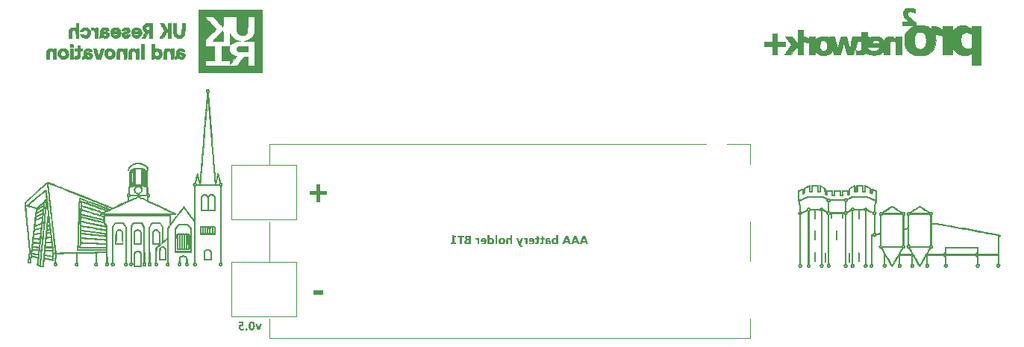
<source format=gbo>
G04 #@! TF.GenerationSoftware,KiCad,Pcbnew,8.0.2-1*
G04 #@! TF.CreationDate,2024-06-30T18:52:21+01:00*
G04 #@! TF.ProjectId,solderbit-gamepad,736f6c64-6572-4626-9974-2d67616d6570,v1.4*
G04 #@! TF.SameCoordinates,Original*
G04 #@! TF.FileFunction,Legend,Bot*
G04 #@! TF.FilePolarity,Positive*
%FSLAX46Y46*%
G04 Gerber Fmt 4.6, Leading zero omitted, Abs format (unit mm)*
G04 Created by KiCad (PCBNEW 8.0.2-1) date 2024-06-30 18:52:21*
%MOMM*%
%LPD*%
G01*
G04 APERTURE LIST*
G04 Aperture macros list*
%AMRoundRect*
0 Rectangle with rounded corners*
0 $1 Rounding radius*
0 $2 $3 $4 $5 $6 $7 $8 $9 X,Y pos of 4 corners*
0 Add a 4 corners polygon primitive as box body*
4,1,4,$2,$3,$4,$5,$6,$7,$8,$9,$2,$3,0*
0 Add four circle primitives for the rounded corners*
1,1,$1+$1,$2,$3*
1,1,$1+$1,$4,$5*
1,1,$1+$1,$6,$7*
1,1,$1+$1,$8,$9*
0 Add four rect primitives between the rounded corners*
20,1,$1+$1,$2,$3,$4,$5,0*
20,1,$1+$1,$4,$5,$6,$7,0*
20,1,$1+$1,$6,$7,$8,$9,0*
20,1,$1+$1,$8,$9,$2,$3,0*%
%AMFreePoly0*
4,1,29,3.751870,14.076870,3.763000,14.050000,3.763000,7.950000,3.751870,7.923130,3.725000,7.912000,-2.290440,7.912000,-2.288343,3.088000,3.725000,3.088000,3.751870,3.076870,3.763000,3.050000,3.763000,-3.050000,3.751870,-3.076870,3.725000,-3.088000,-3.725000,-3.088000,-3.751870,-3.076870,-3.763000,-3.050000,-3.763000,3.050000,-3.751870,3.076870,-3.725000,3.088000,-2.859560,3.088000,
-2.861657,7.912000,-3.725000,7.912000,-3.751870,7.923130,-3.763000,7.950000,-3.763000,14.050000,-3.751870,14.076870,-3.725000,14.088000,3.725000,14.088000,3.751870,14.076870,3.751870,14.076870,$1*%
G04 Aperture macros list end*
%ADD10C,0.250000*%
%ADD11C,0.200000*%
%ADD12C,0.600000*%
%ADD13C,0.010000*%
%ADD14C,0.100000*%
%ADD15C,0.000000*%
%ADD16O,2.776000X1.176000*%
%ADD17C,1.076000*%
%ADD18FreePoly0,0.000000*%
%ADD19RoundRect,0.038000X-3.725000X-3.050000X3.725000X-3.050000X3.725000X3.050000X-3.725000X3.050000X0*%
%ADD20C,3.400000*%
G04 APERTURE END LIST*
D10*
G36*
X75238939Y-77626580D02*
G01*
X75500767Y-78330000D01*
X75747941Y-78330000D01*
X75997313Y-77626580D01*
X75765038Y-77626580D01*
X75642672Y-78060111D01*
X75630587Y-78108057D01*
X75621515Y-78158022D01*
X75618736Y-78185163D01*
X75616050Y-78185163D01*
X75608036Y-78134270D01*
X75596678Y-78086213D01*
X75590648Y-78064263D01*
X75465596Y-77626580D01*
X75238939Y-77626580D01*
G37*
G36*
X74877143Y-77332854D02*
G01*
X74927363Y-77342675D01*
X74973409Y-77359044D01*
X75023155Y-77387328D01*
X75066889Y-77425041D01*
X75098743Y-77463670D01*
X75104589Y-77472154D01*
X75131032Y-77518138D01*
X75152836Y-77570061D01*
X75170001Y-77627923D01*
X75180393Y-77678489D01*
X75187816Y-77732856D01*
X75192269Y-77791024D01*
X75193754Y-77852993D01*
X75192380Y-77912649D01*
X75188258Y-77968455D01*
X75181389Y-78020413D01*
X75171772Y-78068522D01*
X75152194Y-78133470D01*
X75126434Y-78189757D01*
X75094492Y-78237385D01*
X75056367Y-78276354D01*
X75012060Y-78306663D01*
X74961571Y-78328312D01*
X74904899Y-78341301D01*
X74842044Y-78345631D01*
X74799534Y-78343555D01*
X74749972Y-78335121D01*
X74695738Y-78316436D01*
X74647224Y-78288410D01*
X74604428Y-78251040D01*
X74573133Y-78212763D01*
X74567363Y-78204345D01*
X74541259Y-78158842D01*
X74519735Y-78107650D01*
X74502791Y-78050769D01*
X74492533Y-78001168D01*
X74485205Y-77947927D01*
X74480809Y-77891045D01*
X74479515Y-77837606D01*
X74700628Y-77837606D01*
X74701810Y-77897667D01*
X74705359Y-77951820D01*
X74713770Y-78014835D01*
X74726387Y-78067347D01*
X74748071Y-78118218D01*
X74782767Y-78157602D01*
X74835205Y-78173684D01*
X74888976Y-78158081D01*
X74924553Y-78119871D01*
X74946789Y-78070515D01*
X74959726Y-78019568D01*
X74968351Y-77958431D01*
X74971990Y-77905891D01*
X74973203Y-77847620D01*
X74973065Y-77826327D01*
X74971004Y-77766505D01*
X74966471Y-77712766D01*
X74956579Y-77650577D01*
X74942291Y-77599204D01*
X74918248Y-77550197D01*
X74880329Y-77513695D01*
X74832519Y-77501528D01*
X74781128Y-77517610D01*
X74747124Y-77556994D01*
X74725872Y-77607865D01*
X74713508Y-77660377D01*
X74705264Y-77723392D01*
X74701787Y-77777545D01*
X74700628Y-77837606D01*
X74479515Y-77837606D01*
X74479344Y-77830523D01*
X74480685Y-77769862D01*
X74484709Y-77713115D01*
X74491416Y-77660281D01*
X74500806Y-77611361D01*
X74519922Y-77545319D01*
X74545073Y-77488082D01*
X74576262Y-77439651D01*
X74613486Y-77400026D01*
X74656747Y-77369206D01*
X74706045Y-77347192D01*
X74761379Y-77333984D01*
X74822749Y-77329581D01*
X74877143Y-77332854D01*
G37*
G36*
X74248534Y-78345631D02*
G01*
X74297749Y-78337144D01*
X74337927Y-78311681D01*
X74365751Y-78270939D01*
X74373586Y-78227662D01*
X74363247Y-78178594D01*
X74336950Y-78143886D01*
X74292663Y-78118349D01*
X74245115Y-78111158D01*
X74194678Y-78119462D01*
X74154256Y-78144375D01*
X74125620Y-78186956D01*
X74118841Y-78227662D01*
X74129043Y-78277439D01*
X74154989Y-78312658D01*
X74199272Y-78338386D01*
X74248534Y-78345631D01*
G37*
G36*
X73945184Y-78301912D02*
G01*
X73945184Y-78111158D01*
X73900327Y-78135521D01*
X73854230Y-78153900D01*
X73806894Y-78166296D01*
X73758320Y-78172707D01*
X73730006Y-78173684D01*
X73680075Y-78169725D01*
X73629792Y-78154521D01*
X73595917Y-78133140D01*
X73564448Y-78095202D01*
X73549022Y-78047671D01*
X73547313Y-78022498D01*
X73554577Y-77972944D01*
X73581415Y-77928090D01*
X73628027Y-77897190D01*
X73683721Y-77881811D01*
X73741230Y-77876827D01*
X73753942Y-77876685D01*
X73803606Y-77878157D01*
X73854516Y-77882049D01*
X73905025Y-77887633D01*
X73916852Y-77889141D01*
X73916852Y-77345212D01*
X73371458Y-77345212D01*
X73371458Y-77532791D01*
X73731472Y-77532791D01*
X73731472Y-77708890D01*
X73681771Y-77705423D01*
X73649651Y-77704738D01*
X73595091Y-77707580D01*
X73545168Y-77716107D01*
X73492785Y-77733239D01*
X73446713Y-77758108D01*
X73412247Y-77785582D01*
X73378747Y-77823616D01*
X73353476Y-77866980D01*
X73336432Y-77915673D01*
X73327616Y-77969696D01*
X73326273Y-78002958D01*
X73329871Y-78057704D01*
X73340664Y-78108551D01*
X73358653Y-78155500D01*
X73383838Y-78198551D01*
X73416218Y-78237703D01*
X73428611Y-78249888D01*
X73469546Y-78282426D01*
X73515599Y-78308231D01*
X73566770Y-78327305D01*
X73623059Y-78339647D01*
X73673875Y-78344790D01*
X73706071Y-78345631D01*
X73757788Y-78344094D01*
X73814110Y-78338416D01*
X73866107Y-78328553D01*
X73913780Y-78314507D01*
X73945184Y-78301912D01*
G37*
D11*
G36*
X113008161Y-68580000D02*
G01*
X112767581Y-68580000D01*
X112698217Y-68359692D01*
X112347972Y-68359692D01*
X112277875Y-68580000D01*
X112036074Y-68580000D01*
X112175157Y-68189211D01*
X112398775Y-68189211D01*
X112650833Y-68189211D01*
X112543855Y-67856796D01*
X112533684Y-67819470D01*
X112526514Y-67771067D01*
X112521140Y-67771067D01*
X112516043Y-67810561D01*
X112504532Y-67859727D01*
X112398775Y-68189211D01*
X112175157Y-68189211D01*
X112386563Y-67595212D01*
X112649612Y-67595212D01*
X113008161Y-68580000D01*
G37*
G36*
X112024351Y-68580000D02*
G01*
X111783771Y-68580000D01*
X111714406Y-68359692D01*
X111364162Y-68359692D01*
X111294064Y-68580000D01*
X111052264Y-68580000D01*
X111191347Y-68189211D01*
X111414965Y-68189211D01*
X111667023Y-68189211D01*
X111560045Y-67856796D01*
X111549873Y-67819470D01*
X111542704Y-67771067D01*
X111537330Y-67771067D01*
X111532233Y-67810561D01*
X111520722Y-67859727D01*
X111414965Y-68189211D01*
X111191347Y-68189211D01*
X111402752Y-67595212D01*
X111665802Y-67595212D01*
X112024351Y-68580000D01*
G37*
G36*
X111040540Y-68580000D02*
G01*
X110799961Y-68580000D01*
X110730596Y-68359692D01*
X110380352Y-68359692D01*
X110310254Y-68580000D01*
X110068454Y-68580000D01*
X110207537Y-68189211D01*
X110431154Y-68189211D01*
X110683213Y-68189211D01*
X110576235Y-67856796D01*
X110566063Y-67819470D01*
X110558893Y-67771067D01*
X110553520Y-67771067D01*
X110548422Y-67810561D01*
X110536912Y-67859727D01*
X110431154Y-68189211D01*
X110207537Y-68189211D01*
X110418942Y-67595212D01*
X110681992Y-67595212D01*
X111040540Y-68580000D01*
G37*
G36*
X109586318Y-68580000D02*
G01*
X109369187Y-68580000D01*
X109369187Y-68496468D01*
X109366500Y-68496468D01*
X109353444Y-68514190D01*
X109318672Y-68548761D01*
X109271549Y-68576651D01*
X109223854Y-68590886D01*
X109170129Y-68595631D01*
X109118308Y-68591904D01*
X109070558Y-68580725D01*
X109019993Y-68558261D01*
X108974968Y-68525654D01*
X108940785Y-68489630D01*
X108920635Y-68462049D01*
X108895447Y-68416629D01*
X108876304Y-68366348D01*
X108863207Y-68311207D01*
X108856910Y-68261544D01*
X108854917Y-68211193D01*
X109077316Y-68211193D01*
X109077477Y-68224044D01*
X109082165Y-68277294D01*
X109094988Y-68327669D01*
X109118349Y-68372393D01*
X109137784Y-68394567D01*
X109182310Y-68421299D01*
X109233143Y-68429302D01*
X109244401Y-68428913D01*
X109294959Y-68415314D01*
X109333527Y-68385094D01*
X109344785Y-68370642D01*
X109366156Y-68324213D01*
X109372606Y-68273230D01*
X109372606Y-68201667D01*
X109370561Y-68169090D01*
X109357538Y-68119768D01*
X109329863Y-68075638D01*
X109315881Y-68061706D01*
X109270895Y-68035259D01*
X109221420Y-68027278D01*
X109200524Y-68028471D01*
X109153508Y-68042734D01*
X109114685Y-68076127D01*
X109094979Y-68110201D01*
X109080966Y-68160851D01*
X109077316Y-68211193D01*
X108854917Y-68211193D01*
X108854811Y-68208506D01*
X108857396Y-68150369D01*
X108865149Y-68097040D01*
X108878072Y-68048519D01*
X108899682Y-67997990D01*
X108928328Y-67954005D01*
X108947681Y-67932195D01*
X108986231Y-67901025D01*
X109030741Y-67878760D01*
X109081213Y-67865401D01*
X109137644Y-67860949D01*
X109146859Y-67861069D01*
X109199352Y-67866839D01*
X109247054Y-67881265D01*
X109296650Y-67909034D01*
X109333971Y-67942213D01*
X109366500Y-67984047D01*
X109369187Y-67984047D01*
X109369187Y-67532686D01*
X109586318Y-67532686D01*
X109586318Y-68580000D01*
G37*
G36*
X108489830Y-67862666D02*
G01*
X108538878Y-67868522D01*
X108591273Y-67878534D01*
X108619598Y-67885318D01*
X108669240Y-67900018D01*
X108715348Y-67919078D01*
X108715348Y-68079790D01*
X108686822Y-68063132D01*
X108635963Y-68039325D01*
X108583912Y-68022320D01*
X108530670Y-68012117D01*
X108476235Y-68008715D01*
X108440209Y-68011494D01*
X108390750Y-68030501D01*
X108358998Y-68072738D01*
X108351182Y-68122533D01*
X108542180Y-68147934D01*
X108585524Y-68155357D01*
X108636683Y-68169970D01*
X108689974Y-68195813D01*
X108731422Y-68230076D01*
X108761029Y-68272759D01*
X108778792Y-68323862D01*
X108784713Y-68383384D01*
X108784198Y-68401134D01*
X108776470Y-68450314D01*
X108757007Y-68497798D01*
X108726095Y-68537745D01*
X108710700Y-68551312D01*
X108666269Y-68577316D01*
X108619021Y-68591052D01*
X108564895Y-68595631D01*
X108523199Y-68592751D01*
X108470396Y-68579042D01*
X108424090Y-68554042D01*
X108384283Y-68517753D01*
X108355334Y-68477662D01*
X108352648Y-68477662D01*
X108352648Y-68580000D01*
X108147240Y-68580000D01*
X108147240Y-68293991D01*
X108351182Y-68293991D01*
X108351522Y-68305796D01*
X108362074Y-68355778D01*
X108389773Y-68399993D01*
X108397162Y-68407456D01*
X108440099Y-68433764D01*
X108489180Y-68441758D01*
X108514892Y-68439468D01*
X108559033Y-68418311D01*
X108570253Y-68405656D01*
X108584678Y-68357983D01*
X108569806Y-68306646D01*
X108530044Y-68276242D01*
X108478921Y-68263217D01*
X108351182Y-68246852D01*
X108351182Y-68293991D01*
X108147240Y-68293991D01*
X108147240Y-68160390D01*
X108149884Y-68106877D01*
X108157818Y-68058627D01*
X108176625Y-68002482D01*
X108204835Y-67955694D01*
X108242448Y-67918264D01*
X108289465Y-67890191D01*
X108345885Y-67871476D01*
X108394371Y-67863580D01*
X108448147Y-67860949D01*
X108489830Y-67862666D01*
G37*
G36*
X107553974Y-68568764D02*
G01*
X107601130Y-68586159D01*
X107653625Y-68593952D01*
X107699054Y-68595631D01*
X107752806Y-68591918D01*
X107809918Y-68576833D01*
X107855832Y-68550144D01*
X107890547Y-68511851D01*
X107914064Y-68461954D01*
X107924814Y-68413682D01*
X107928398Y-68357983D01*
X107928398Y-68036559D01*
X108042459Y-68036559D01*
X108042459Y-67876580D01*
X107928398Y-67876580D01*
X107928398Y-67720997D01*
X107711999Y-67657739D01*
X107711999Y-67876580D01*
X107553974Y-67876580D01*
X107553974Y-68036559D01*
X107711999Y-68036559D01*
X107711999Y-68319881D01*
X107705102Y-68372775D01*
X107677938Y-68413914D01*
X107630169Y-68429195D01*
X107624804Y-68429302D01*
X107576528Y-68419258D01*
X107553974Y-68408053D01*
X107553974Y-68568764D01*
G37*
G36*
X107009801Y-68568764D02*
G01*
X107056957Y-68586159D01*
X107109452Y-68593952D01*
X107154881Y-68595631D01*
X107208633Y-68591918D01*
X107265745Y-68576833D01*
X107311659Y-68550144D01*
X107346374Y-68511851D01*
X107369891Y-68461954D01*
X107380641Y-68413682D01*
X107384225Y-68357983D01*
X107384225Y-68036559D01*
X107498286Y-68036559D01*
X107498286Y-67876580D01*
X107384225Y-67876580D01*
X107384225Y-67720997D01*
X107167826Y-67657739D01*
X107167826Y-67876580D01*
X107009801Y-67876580D01*
X107009801Y-68036559D01*
X107167826Y-68036559D01*
X107167826Y-68319881D01*
X107160929Y-68372775D01*
X107133765Y-68413914D01*
X107085996Y-68429195D01*
X107080631Y-68429302D01*
X107032355Y-68419258D01*
X107009801Y-68408053D01*
X107009801Y-68568764D01*
G37*
G36*
X106604174Y-67861347D02*
G01*
X106657114Y-67867329D01*
X106706756Y-67880490D01*
X106753101Y-67900829D01*
X106796149Y-67928346D01*
X106835900Y-67963042D01*
X106859713Y-67989638D01*
X106889480Y-68033782D01*
X106912103Y-68083026D01*
X106927582Y-68137371D01*
X106935024Y-68186555D01*
X106937505Y-68239281D01*
X106936678Y-68270181D01*
X106931628Y-68318782D01*
X106919506Y-68372317D01*
X106900773Y-68420631D01*
X106875428Y-68463725D01*
X106843471Y-68501598D01*
X106825168Y-68518402D01*
X106784530Y-68547053D01*
X106738517Y-68569092D01*
X106687129Y-68584520D01*
X106630365Y-68593335D01*
X106578956Y-68595631D01*
X106522573Y-68593845D01*
X106470295Y-68588487D01*
X106422121Y-68579557D01*
X106371105Y-68564624D01*
X106325676Y-68544829D01*
X106325676Y-68392421D01*
X106331199Y-68395456D01*
X106377357Y-68416270D01*
X106427026Y-68430917D01*
X106480207Y-68439397D01*
X106529619Y-68441758D01*
X106540825Y-68441611D01*
X106591844Y-68436469D01*
X106642047Y-68420601D01*
X106685424Y-68388717D01*
X106712439Y-68342435D01*
X106722571Y-68291304D01*
X106263639Y-68291304D01*
X106263639Y-68199958D01*
X106265848Y-68157948D01*
X106464895Y-68157948D01*
X106724036Y-68157948D01*
X106721495Y-68142164D01*
X106705266Y-68092208D01*
X106677630Y-68050481D01*
X106675235Y-68047821D01*
X106635987Y-68018058D01*
X106587260Y-68007250D01*
X106572443Y-68007839D01*
X106522732Y-68021967D01*
X106485090Y-68060377D01*
X106469197Y-68106734D01*
X106464895Y-68157948D01*
X106265848Y-68157948D01*
X106266601Y-68143623D01*
X106275488Y-68091857D01*
X106290300Y-68044659D01*
X106315069Y-67995368D01*
X106347903Y-67952295D01*
X106381866Y-67921252D01*
X106427697Y-67893152D01*
X106480213Y-67873794D01*
X106530548Y-67864160D01*
X106585795Y-67860949D01*
X106604174Y-67861347D01*
G37*
G36*
X105679654Y-68070020D02*
G01*
X105727791Y-68052641D01*
X105771001Y-68048527D01*
X105819762Y-68055877D01*
X105862741Y-68080429D01*
X105881643Y-68100795D01*
X105905903Y-68145102D01*
X105918305Y-68195010D01*
X105921454Y-68242456D01*
X105921454Y-68580000D01*
X106138586Y-68580000D01*
X106138586Y-67876580D01*
X105921454Y-67876580D01*
X105921454Y-68004563D01*
X105918768Y-68004563D01*
X105896540Y-67955757D01*
X105863271Y-67911578D01*
X105822101Y-67881144D01*
X105773031Y-67864455D01*
X105733143Y-67860949D01*
X105683403Y-67867769D01*
X105679654Y-67869253D01*
X105679654Y-68070020D01*
G37*
G36*
X104856311Y-67876580D02*
G01*
X105142076Y-68646189D01*
X105162318Y-68695818D01*
X105184393Y-68740565D01*
X105216679Y-68792635D01*
X105252224Y-68836026D01*
X105291028Y-68870739D01*
X105333092Y-68896774D01*
X105390254Y-68917114D01*
X105439650Y-68923622D01*
X105452508Y-68923893D01*
X105503565Y-68922046D01*
X105555273Y-68915101D01*
X105582445Y-68908262D01*
X105582445Y-68736315D01*
X105534307Y-68753467D01*
X105488168Y-68758297D01*
X105436575Y-68748830D01*
X105393985Y-68716911D01*
X105371420Y-68678185D01*
X105334295Y-68589525D01*
X105620059Y-67876580D01*
X105379724Y-67876580D01*
X105248565Y-68313531D01*
X105236329Y-68363857D01*
X105229270Y-68409518D01*
X105226584Y-68409518D01*
X105216271Y-68359458D01*
X105203869Y-68314752D01*
X105071245Y-67876580D01*
X104856311Y-67876580D01*
G37*
G36*
X103711545Y-68580000D02*
G01*
X103927944Y-68580000D01*
X103927944Y-68181395D01*
X103931903Y-68129019D01*
X103946527Y-68081610D01*
X103981164Y-68042328D01*
X104033613Y-68027428D01*
X104040540Y-68027278D01*
X104089803Y-68036777D01*
X104129512Y-68065274D01*
X104134085Y-68070509D01*
X104159681Y-68115961D01*
X104169431Y-68167679D01*
X104169745Y-68179930D01*
X104169745Y-68580000D01*
X104386877Y-68580000D01*
X104386877Y-67532686D01*
X104169745Y-67532686D01*
X104169745Y-67982581D01*
X104167058Y-67982581D01*
X104135116Y-67941245D01*
X104092814Y-67903829D01*
X104045089Y-67878053D01*
X103991942Y-67863918D01*
X103950659Y-67860949D01*
X103894617Y-67865448D01*
X103846047Y-67878946D01*
X103795842Y-67908474D01*
X103757313Y-67952062D01*
X103734896Y-67997056D01*
X103719952Y-68051049D01*
X103712479Y-68114040D01*
X103711545Y-68148911D01*
X103711545Y-68580000D01*
G37*
G36*
X103232552Y-67861812D02*
G01*
X103284181Y-67867085D01*
X103341414Y-67879742D01*
X103393495Y-67899302D01*
X103440424Y-67925766D01*
X103482201Y-67959134D01*
X103506645Y-67984860D01*
X103537199Y-68027870D01*
X103560420Y-68076188D01*
X103576308Y-68129811D01*
X103583947Y-68178551D01*
X103586493Y-68230976D01*
X103585608Y-68261914D01*
X103580204Y-68310737D01*
X103567232Y-68364807D01*
X103547185Y-68413949D01*
X103520063Y-68458161D01*
X103485865Y-68497445D01*
X103459532Y-68520458D01*
X103415626Y-68549223D01*
X103366430Y-68571085D01*
X103311945Y-68586043D01*
X103262500Y-68593234D01*
X103209382Y-68595631D01*
X103176573Y-68594742D01*
X103124859Y-68589311D01*
X103067697Y-68576277D01*
X103015877Y-68556132D01*
X102969397Y-68528878D01*
X102928258Y-68494515D01*
X102904158Y-68468033D01*
X102874034Y-68424032D01*
X102851139Y-68374897D01*
X102835474Y-68320626D01*
X102827943Y-68271478D01*
X102825630Y-68222916D01*
X103046716Y-68222916D01*
X103046869Y-68235614D01*
X103052203Y-68293055D01*
X103068664Y-68348682D01*
X103101737Y-68395240D01*
X103149748Y-68422046D01*
X103202787Y-68429302D01*
X103231988Y-68427535D01*
X103281774Y-68413401D01*
X103325336Y-68379049D01*
X103350229Y-68334292D01*
X103362197Y-68286198D01*
X103366186Y-68228290D01*
X103366144Y-68222333D01*
X103362036Y-68172543D01*
X103349585Y-68125288D01*
X103323688Y-68079790D01*
X103300179Y-68056816D01*
X103252862Y-68033483D01*
X103204009Y-68027278D01*
X103194331Y-68027469D01*
X103142720Y-68036640D01*
X103096484Y-68064724D01*
X103065302Y-68111532D01*
X103050556Y-68166556D01*
X103046716Y-68222916D01*
X102825630Y-68222916D01*
X102825432Y-68218764D01*
X102825821Y-68198831D01*
X102831660Y-68141996D01*
X102844506Y-68089609D01*
X102864358Y-68041669D01*
X102891217Y-67998178D01*
X102925083Y-67959134D01*
X102951175Y-67936122D01*
X102994735Y-67907357D01*
X103043602Y-67885495D01*
X103097775Y-67870537D01*
X103146973Y-67863346D01*
X103199856Y-67860949D01*
X103232552Y-67861812D01*
G37*
G36*
X102471769Y-68580000D02*
G01*
X102688900Y-68580000D01*
X102688900Y-67532686D01*
X102471769Y-67532686D01*
X102471769Y-68580000D01*
G37*
G36*
X101820129Y-67958646D02*
G01*
X101822815Y-67958646D01*
X101829853Y-67946815D01*
X101864413Y-67907126D01*
X101909231Y-67879648D01*
X101956863Y-67865624D01*
X102012348Y-67860949D01*
X102064271Y-67864632D01*
X102112331Y-67875683D01*
X102163517Y-67897888D01*
X102209443Y-67930120D01*
X102244623Y-67965729D01*
X102265345Y-67992943D01*
X102291248Y-68037814D01*
X102310935Y-68087545D01*
X102324404Y-68142136D01*
X102330880Y-68191341D01*
X102333039Y-68243921D01*
X102332960Y-68254245D01*
X102330214Y-68303710D01*
X102321739Y-68358330D01*
X102307613Y-68407781D01*
X102283993Y-68458940D01*
X102252683Y-68503063D01*
X102231788Y-68524759D01*
X102191348Y-68555765D01*
X102145976Y-68577913D01*
X102095672Y-68591202D01*
X102040436Y-68595631D01*
X101997320Y-68592840D01*
X101942628Y-68579557D01*
X101894551Y-68555334D01*
X101853089Y-68520171D01*
X101822815Y-68481325D01*
X101820129Y-68481325D01*
X101820129Y-68580000D01*
X101602997Y-68580000D01*
X101602997Y-68185303D01*
X101815976Y-68185303D01*
X101815976Y-68237815D01*
X101819261Y-68283765D01*
X101832196Y-68332631D01*
X101857498Y-68376789D01*
X101873927Y-68394635D01*
X101915415Y-68420635D01*
X101964965Y-68429302D01*
X101989920Y-68427559D01*
X102036745Y-68411822D01*
X102073653Y-68379720D01*
X102095902Y-68340472D01*
X102108915Y-68291239D01*
X102112732Y-68237815D01*
X102112573Y-68225706D01*
X102107941Y-68175277D01*
X102095271Y-68127039D01*
X102072187Y-68083454D01*
X102052941Y-68061565D01*
X102009199Y-68035178D01*
X101959591Y-68027278D01*
X101943971Y-68027980D01*
X101895251Y-68041497D01*
X101855788Y-68072219D01*
X101844319Y-68086829D01*
X101822547Y-68133766D01*
X101815976Y-68185303D01*
X101602997Y-68185303D01*
X101602997Y-67532686D01*
X101820129Y-67532686D01*
X101820129Y-67958646D01*
G37*
G36*
X101133135Y-67861347D02*
G01*
X101186074Y-67867329D01*
X101235717Y-67880490D01*
X101282062Y-67900829D01*
X101325109Y-67928346D01*
X101364860Y-67963042D01*
X101388674Y-67989638D01*
X101418441Y-68033782D01*
X101441064Y-68083026D01*
X101456543Y-68137371D01*
X101463984Y-68186555D01*
X101466465Y-68239281D01*
X101465638Y-68270181D01*
X101460588Y-68318782D01*
X101448466Y-68372317D01*
X101429733Y-68420631D01*
X101404388Y-68463725D01*
X101372431Y-68501598D01*
X101354128Y-68518402D01*
X101313490Y-68547053D01*
X101267477Y-68569092D01*
X101216089Y-68584520D01*
X101159326Y-68593335D01*
X101107916Y-68595631D01*
X101051534Y-68593845D01*
X100999255Y-68588487D01*
X100951081Y-68579557D01*
X100900066Y-68564624D01*
X100854637Y-68544829D01*
X100854637Y-68392421D01*
X100860160Y-68395456D01*
X100906318Y-68416270D01*
X100955987Y-68430917D01*
X101009167Y-68439397D01*
X101058579Y-68441758D01*
X101069785Y-68441611D01*
X101120804Y-68436469D01*
X101171007Y-68420601D01*
X101214384Y-68388717D01*
X101241399Y-68342435D01*
X101251531Y-68291304D01*
X100792599Y-68291304D01*
X100792599Y-68199958D01*
X100794808Y-68157948D01*
X100993855Y-68157948D01*
X101252997Y-68157948D01*
X101250455Y-68142164D01*
X101234226Y-68092208D01*
X101206591Y-68050481D01*
X101204195Y-68047821D01*
X101164947Y-68018058D01*
X101116221Y-68007250D01*
X101101403Y-68007839D01*
X101051692Y-68021967D01*
X101014050Y-68060377D01*
X100998157Y-68106734D01*
X100993855Y-68157948D01*
X100794808Y-68157948D01*
X100795561Y-68143623D01*
X100804449Y-68091857D01*
X100819261Y-68044659D01*
X100844029Y-67995368D01*
X100876863Y-67952295D01*
X100910826Y-67921252D01*
X100956657Y-67893152D01*
X101009174Y-67873794D01*
X101059509Y-67864160D01*
X101114755Y-67860949D01*
X101133135Y-67861347D01*
G37*
G36*
X100208614Y-68070020D02*
G01*
X100256751Y-68052641D01*
X100299961Y-68048527D01*
X100348722Y-68055877D01*
X100391701Y-68080429D01*
X100410603Y-68100795D01*
X100434863Y-68145102D01*
X100447266Y-68195010D01*
X100450415Y-68242456D01*
X100450415Y-68580000D01*
X100667547Y-68580000D01*
X100667547Y-67876580D01*
X100450415Y-67876580D01*
X100450415Y-68004563D01*
X100447728Y-68004563D01*
X100425500Y-67955757D01*
X100392231Y-67911578D01*
X100351061Y-67881144D01*
X100301991Y-67864455D01*
X100262103Y-67860949D01*
X100212363Y-67867769D01*
X100208614Y-67869253D01*
X100208614Y-68070020D01*
G37*
G36*
X99703520Y-68580000D02*
G01*
X99324944Y-68580000D01*
X99304277Y-68579687D01*
X99255030Y-68576166D01*
X99200499Y-68566778D01*
X99150948Y-68551757D01*
X99106377Y-68531103D01*
X99060673Y-68499888D01*
X99032739Y-68473399D01*
X99001585Y-68431687D01*
X98979711Y-68384575D01*
X98967117Y-68332063D01*
X98963709Y-68282756D01*
X98963813Y-68280314D01*
X99197205Y-68280314D01*
X99197589Y-68291941D01*
X99209543Y-68340013D01*
X99240924Y-68380209D01*
X99264753Y-68396130D01*
X99312396Y-68412301D01*
X99361336Y-68416601D01*
X99481503Y-68416601D01*
X99481503Y-68150865D01*
X99359870Y-68150865D01*
X99332221Y-68152076D01*
X99284136Y-68161761D01*
X99240191Y-68185303D01*
X99237547Y-68187481D01*
X99206650Y-68229269D01*
X99197205Y-68280314D01*
X98963813Y-68280314D01*
X98964693Y-68259755D01*
X98974108Y-68211268D01*
X98996262Y-68162697D01*
X99026723Y-68123754D01*
X99051748Y-68101045D01*
X99094855Y-68073873D01*
X99144647Y-68054969D01*
X99194518Y-68045108D01*
X99194518Y-68042421D01*
X99184162Y-68039411D01*
X99135877Y-68020153D01*
X99093411Y-67993882D01*
X99056765Y-67960600D01*
X99028300Y-67921750D01*
X99009166Y-67874607D01*
X99007904Y-67864368D01*
X99236284Y-67864368D01*
X99244978Y-67912178D01*
X99275851Y-67953517D01*
X99286143Y-67961130D01*
X99332966Y-67980640D01*
X99384050Y-67986001D01*
X99481503Y-67986001D01*
X99481503Y-67758611D01*
X99398461Y-67758611D01*
X99388483Y-67758714D01*
X99335269Y-67763671D01*
X99287597Y-67778853D01*
X99249112Y-67813245D01*
X99236284Y-67864368D01*
X99007904Y-67864368D01*
X99002787Y-67822847D01*
X99005904Y-67783898D01*
X99022268Y-67731914D01*
X99052659Y-67687658D01*
X99091448Y-67654808D01*
X99097063Y-67651141D01*
X99140540Y-67628735D01*
X99191310Y-67612032D01*
X99240632Y-67602254D01*
X99295312Y-67596667D01*
X99344972Y-67595212D01*
X99703520Y-67595212D01*
X99703520Y-68580000D01*
G37*
G36*
X98148182Y-67775952D02*
G01*
X98429061Y-67775952D01*
X98429061Y-68580000D01*
X98651566Y-68580000D01*
X98651566Y-67775952D01*
X98931224Y-67775952D01*
X98931224Y-67595212D01*
X98148182Y-67595212D01*
X98148182Y-67775952D01*
G37*
G36*
X97392983Y-68580000D02*
G01*
X98016046Y-68580000D01*
X98016046Y-68408053D01*
X97812103Y-68408053D01*
X97812103Y-67782791D01*
X98021420Y-67829685D01*
X98021420Y-67657739D01*
X97595704Y-67579581D01*
X97595704Y-68408053D01*
X97392983Y-68408053D01*
X97392983Y-68580000D01*
G37*
D12*
G36*
X81377128Y-63001549D02*
G01*
X82170673Y-63001549D01*
X82170673Y-63802421D01*
X82586863Y-63802421D01*
X82586863Y-63001549D01*
X83384804Y-63001549D01*
X83384804Y-62583161D01*
X82586863Y-62583161D01*
X82586863Y-61785952D01*
X82170673Y-61785952D01*
X82170673Y-62583161D01*
X81377128Y-62583161D01*
X81377128Y-63001549D01*
G37*
G36*
X81827773Y-74299002D02*
G01*
X82955443Y-74299002D01*
X82955443Y-73830055D01*
X81827773Y-73830055D01*
X81827773Y-74299002D01*
G37*
D13*
X141216219Y-68020497D02*
X141120969Y-68006969D01*
X141120969Y-67054469D01*
X141168594Y-67047705D01*
X141216219Y-67040942D01*
X141216219Y-68020497D01*
G36*
X141216219Y-68020497D02*
G01*
X141120969Y-68006969D01*
X141120969Y-67054469D01*
X141168594Y-67047705D01*
X141216219Y-67040942D01*
X141216219Y-68020497D01*
G37*
X140591569Y-65097103D02*
X140606404Y-65103987D01*
X140615775Y-65124554D01*
X140620926Y-65165965D01*
X140623103Y-65235383D01*
X140623552Y-65339969D01*
X140623457Y-65399480D01*
X140622259Y-65484785D01*
X140618682Y-65538666D01*
X140611480Y-65568285D01*
X140599408Y-65580804D01*
X140581219Y-65583386D01*
X140570869Y-65582836D01*
X140556034Y-65575952D01*
X140546663Y-65555385D01*
X140541512Y-65513973D01*
X140539334Y-65444556D01*
X140538885Y-65339969D01*
X140538981Y-65280458D01*
X140540178Y-65195154D01*
X140543755Y-65141273D01*
X140550957Y-65111653D01*
X140563030Y-65099134D01*
X140581219Y-65096553D01*
X140591569Y-65097103D01*
G36*
X140591569Y-65097103D02*
G01*
X140606404Y-65103987D01*
X140615775Y-65124554D01*
X140620926Y-65165965D01*
X140623103Y-65235383D01*
X140623552Y-65339969D01*
X140623457Y-65399480D01*
X140622259Y-65484785D01*
X140618682Y-65538666D01*
X140611480Y-65568285D01*
X140599408Y-65580804D01*
X140581219Y-65583386D01*
X140570869Y-65582836D01*
X140556034Y-65575952D01*
X140546663Y-65555385D01*
X140541512Y-65513973D01*
X140539334Y-65444556D01*
X140538885Y-65339969D01*
X140538981Y-65280458D01*
X140540178Y-65195154D01*
X140543755Y-65141273D01*
X140550957Y-65111653D01*
X140563030Y-65099134D01*
X140581219Y-65096553D01*
X140591569Y-65097103D01*
G37*
X141840402Y-65097103D02*
X141855237Y-65103987D01*
X141864608Y-65124554D01*
X141869759Y-65165965D01*
X141871937Y-65235383D01*
X141872385Y-65339969D01*
X141872290Y-65399480D01*
X141871093Y-65484785D01*
X141867516Y-65538666D01*
X141860314Y-65568285D01*
X141848241Y-65580804D01*
X141830052Y-65583386D01*
X141819702Y-65582836D01*
X141804867Y-65575952D01*
X141795496Y-65555385D01*
X141790345Y-65513973D01*
X141788168Y-65444556D01*
X141787719Y-65339969D01*
X141787814Y-65280458D01*
X141789012Y-65195154D01*
X141792589Y-65141273D01*
X141799791Y-65111653D01*
X141811863Y-65099134D01*
X141830052Y-65096553D01*
X141840402Y-65097103D01*
G36*
X141840402Y-65097103D02*
G01*
X141855237Y-65103987D01*
X141864608Y-65124554D01*
X141869759Y-65165965D01*
X141871937Y-65235383D01*
X141872385Y-65339969D01*
X141872290Y-65399480D01*
X141871093Y-65484785D01*
X141867516Y-65538666D01*
X141860314Y-65568285D01*
X141848241Y-65580804D01*
X141830052Y-65583386D01*
X141819702Y-65582836D01*
X141804867Y-65575952D01*
X141795496Y-65555385D01*
X141790345Y-65513973D01*
X141788168Y-65444556D01*
X141787719Y-65339969D01*
X141787814Y-65280458D01*
X141789012Y-65195154D01*
X141792589Y-65141273D01*
X141799791Y-65111653D01*
X141811863Y-65099134D01*
X141830052Y-65096553D01*
X141840402Y-65097103D01*
G37*
X143681546Y-69527871D02*
X143692244Y-69537542D01*
X143700328Y-69558825D01*
X143706150Y-69596840D01*
X143710064Y-69656706D01*
X143712422Y-69743543D01*
X143713579Y-69862471D01*
X143713885Y-70018610D01*
X143713885Y-70496997D01*
X143666260Y-70490233D01*
X143666034Y-70490201D01*
X143650409Y-70487020D01*
X143638594Y-70478954D01*
X143629976Y-70460652D01*
X143623944Y-70426765D01*
X143619886Y-70371944D01*
X143617190Y-70290840D01*
X143615244Y-70178104D01*
X143613437Y-70028386D01*
X143612991Y-69979843D01*
X143612922Y-69847875D01*
X143614494Y-69731634D01*
X143617519Y-69637768D01*
X143621810Y-69572926D01*
X143627176Y-69543760D01*
X143641490Y-69530587D01*
X143679999Y-69527221D01*
X143681546Y-69527871D01*
G36*
X143681546Y-69527871D02*
G01*
X143692244Y-69537542D01*
X143700328Y-69558825D01*
X143706150Y-69596840D01*
X143710064Y-69656706D01*
X143712422Y-69743543D01*
X143713579Y-69862471D01*
X143713885Y-70018610D01*
X143713885Y-70496997D01*
X143666260Y-70490233D01*
X143666034Y-70490201D01*
X143650409Y-70487020D01*
X143638594Y-70478954D01*
X143629976Y-70460652D01*
X143623944Y-70426765D01*
X143619886Y-70371944D01*
X143617190Y-70290840D01*
X143615244Y-70178104D01*
X143613437Y-70028386D01*
X143612991Y-69979843D01*
X143612922Y-69847875D01*
X143614494Y-69731634D01*
X143617519Y-69637768D01*
X143621810Y-69572926D01*
X143627176Y-69543760D01*
X143641490Y-69530587D01*
X143679999Y-69527221D01*
X143681546Y-69527871D01*
G37*
X139852394Y-69571537D02*
X139876717Y-69587688D01*
X139883906Y-69599313D01*
X139891731Y-69634002D01*
X139897404Y-69694189D01*
X139901163Y-69784078D01*
X139903244Y-69907875D01*
X139903885Y-70069783D01*
X139903780Y-70124533D01*
X139902636Y-70255048D01*
X139900392Y-70368616D01*
X139897246Y-70458890D01*
X139893397Y-70519525D01*
X139889043Y-70544173D01*
X139879047Y-70550095D01*
X139841418Y-70552715D01*
X139830979Y-70546228D01*
X139822508Y-70527265D01*
X139816089Y-70490923D01*
X139811320Y-70432212D01*
X139807804Y-70346139D01*
X139805140Y-70227714D01*
X139802929Y-70071947D01*
X139801682Y-69940791D01*
X139801802Y-69804036D01*
X139804453Y-69702624D01*
X139810237Y-69632611D01*
X139819755Y-69590055D01*
X139833607Y-69571011D01*
X139852394Y-69571537D01*
G36*
X139852394Y-69571537D02*
G01*
X139876717Y-69587688D01*
X139883906Y-69599313D01*
X139891731Y-69634002D01*
X139897404Y-69694189D01*
X139901163Y-69784078D01*
X139903244Y-69907875D01*
X139903885Y-70069783D01*
X139903780Y-70124533D01*
X139902636Y-70255048D01*
X139900392Y-70368616D01*
X139897246Y-70458890D01*
X139893397Y-70519525D01*
X139889043Y-70544173D01*
X139879047Y-70550095D01*
X139841418Y-70552715D01*
X139830979Y-70546228D01*
X139822508Y-70527265D01*
X139816089Y-70490923D01*
X139811320Y-70432212D01*
X139807804Y-70346139D01*
X139805140Y-70227714D01*
X139802929Y-70071947D01*
X139801682Y-69940791D01*
X139801802Y-69804036D01*
X139804453Y-69702624D01*
X139810237Y-69632611D01*
X139819755Y-69590055D01*
X139833607Y-69571011D01*
X139852394Y-69571537D01*
G37*
X142561727Y-69571537D02*
X142586051Y-69587688D01*
X142593240Y-69599313D01*
X142601064Y-69634002D01*
X142606737Y-69694189D01*
X142610496Y-69784078D01*
X142612578Y-69907875D01*
X142613219Y-70069783D01*
X142613114Y-70124533D01*
X142611970Y-70255048D01*
X142609725Y-70368616D01*
X142606579Y-70458890D01*
X142602730Y-70519525D01*
X142598376Y-70544173D01*
X142588380Y-70550095D01*
X142550751Y-70552715D01*
X142540312Y-70546228D01*
X142531841Y-70527265D01*
X142525422Y-70490923D01*
X142520654Y-70432212D01*
X142517137Y-70346139D01*
X142514473Y-70227714D01*
X142512262Y-70071947D01*
X142511015Y-69940791D01*
X142511135Y-69804036D01*
X142513786Y-69702624D01*
X142519570Y-69632611D01*
X142529088Y-69590055D01*
X142542940Y-69571011D01*
X142561727Y-69571537D01*
G36*
X142561727Y-69571537D02*
G01*
X142586051Y-69587688D01*
X142593240Y-69599313D01*
X142601064Y-69634002D01*
X142606737Y-69694189D01*
X142610496Y-69784078D01*
X142612578Y-69907875D01*
X142613219Y-70069783D01*
X142613114Y-70124533D01*
X142611970Y-70255048D01*
X142609725Y-70368616D01*
X142606579Y-70458890D01*
X142602730Y-70519525D01*
X142598376Y-70544173D01*
X142588380Y-70550095D01*
X142550751Y-70552715D01*
X142540312Y-70546228D01*
X142531841Y-70527265D01*
X142525422Y-70490923D01*
X142520654Y-70432212D01*
X142517137Y-70346139D01*
X142514473Y-70227714D01*
X142512262Y-70071947D01*
X142511015Y-69940791D01*
X142511135Y-69804036D01*
X142513786Y-69702624D01*
X142519570Y-69632611D01*
X142529088Y-69590055D01*
X142542940Y-69571011D01*
X142561727Y-69571537D01*
G37*
X138701667Y-64728782D02*
X138704419Y-64736996D01*
X138708957Y-64781325D01*
X138712845Y-64858503D01*
X138715878Y-64962451D01*
X138717849Y-65087094D01*
X138718552Y-65226354D01*
X138718465Y-65339851D01*
X138717853Y-65469072D01*
X138716323Y-65564402D01*
X138713493Y-65630804D01*
X138708980Y-65673240D01*
X138702400Y-65696671D01*
X138693372Y-65706060D01*
X138681510Y-65706369D01*
X138675919Y-65704800D01*
X138665109Y-65696055D01*
X138656897Y-65675978D01*
X138650825Y-65639404D01*
X138646434Y-65581163D01*
X138643266Y-65496091D01*
X138640861Y-65379019D01*
X138638762Y-65224781D01*
X138637567Y-65096066D01*
X138637587Y-64960503D01*
X138639574Y-64860424D01*
X138643685Y-64791954D01*
X138650080Y-64751215D01*
X138658918Y-64734330D01*
X138670810Y-64728769D01*
X138701667Y-64728782D01*
G36*
X138701667Y-64728782D02*
G01*
X138704419Y-64736996D01*
X138708957Y-64781325D01*
X138712845Y-64858503D01*
X138715878Y-64962451D01*
X138717849Y-65087094D01*
X138718552Y-65226354D01*
X138718465Y-65339851D01*
X138717853Y-65469072D01*
X138716323Y-65564402D01*
X138713493Y-65630804D01*
X138708980Y-65673240D01*
X138702400Y-65696671D01*
X138693372Y-65706060D01*
X138681510Y-65706369D01*
X138675919Y-65704800D01*
X138665109Y-65696055D01*
X138656897Y-65675978D01*
X138650825Y-65639404D01*
X138646434Y-65581163D01*
X138643266Y-65496091D01*
X138640861Y-65379019D01*
X138638762Y-65224781D01*
X138637567Y-65096066D01*
X138637587Y-64960503D01*
X138639574Y-64860424D01*
X138643685Y-64791954D01*
X138650080Y-64751215D01*
X138658918Y-64734330D01*
X138670810Y-64728769D01*
X138701667Y-64728782D01*
G37*
X143684715Y-64730054D02*
X143688801Y-64732659D01*
X143697653Y-64749830D01*
X143704257Y-64785794D01*
X143708897Y-64845257D01*
X143711858Y-64932925D01*
X143713426Y-65053506D01*
X143713885Y-65211706D01*
X143713753Y-65276075D01*
X143712618Y-65407259D01*
X143710471Y-65521125D01*
X143707493Y-65611418D01*
X143703867Y-65671886D01*
X143699774Y-65696275D01*
X143688296Y-65704845D01*
X143649647Y-65706867D01*
X143620900Y-65676905D01*
X143619924Y-65673098D01*
X143616149Y-65633270D01*
X143612887Y-65559660D01*
X143610326Y-65459143D01*
X143608652Y-65338594D01*
X143608052Y-65204888D01*
X143608127Y-65142686D01*
X143609336Y-64997390D01*
X143612585Y-64888328D01*
X143618598Y-64811031D01*
X143628095Y-64761026D01*
X143641799Y-64733842D01*
X143660432Y-64725009D01*
X143684715Y-64730054D01*
G36*
X143684715Y-64730054D02*
G01*
X143688801Y-64732659D01*
X143697653Y-64749830D01*
X143704257Y-64785794D01*
X143708897Y-64845257D01*
X143711858Y-64932925D01*
X143713426Y-65053506D01*
X143713885Y-65211706D01*
X143713753Y-65276075D01*
X143712618Y-65407259D01*
X143710471Y-65521125D01*
X143707493Y-65611418D01*
X143703867Y-65671886D01*
X143699774Y-65696275D01*
X143688296Y-65704845D01*
X143649647Y-65706867D01*
X143620900Y-65676905D01*
X143619924Y-65673098D01*
X143616149Y-65633270D01*
X143612887Y-65559660D01*
X143610326Y-65459143D01*
X143608652Y-65338594D01*
X143608052Y-65204888D01*
X143608127Y-65142686D01*
X143609336Y-64997390D01*
X143612585Y-64888328D01*
X143618598Y-64811031D01*
X143628095Y-64761026D01*
X143641799Y-64733842D01*
X143660432Y-64725009D01*
X143684715Y-64730054D01*
G37*
X138700046Y-69530165D02*
X138707290Y-69549015D01*
X138712362Y-69585417D01*
X138715642Y-69644327D01*
X138717513Y-69730701D01*
X138718356Y-69849496D01*
X138718552Y-70005667D01*
X138718552Y-70023490D01*
X138718392Y-70175287D01*
X138717641Y-70290353D01*
X138715854Y-70373772D01*
X138712587Y-70430627D01*
X138707395Y-70466000D01*
X138699833Y-70484973D01*
X138689457Y-70492630D01*
X138675821Y-70494053D01*
X138674699Y-70494050D01*
X138661253Y-70492429D01*
X138651154Y-70484326D01*
X138644008Y-70464618D01*
X138639422Y-70428185D01*
X138636999Y-70369907D01*
X138636348Y-70284662D01*
X138637073Y-70167330D01*
X138638780Y-70012789D01*
X138639790Y-69931520D01*
X138641956Y-69794957D01*
X138644638Y-69693079D01*
X138648286Y-69620756D01*
X138653348Y-69572857D01*
X138660274Y-69544252D01*
X138669512Y-69529811D01*
X138681510Y-69524404D01*
X138690249Y-69523911D01*
X138700046Y-69530165D01*
G36*
X138700046Y-69530165D02*
G01*
X138707290Y-69549015D01*
X138712362Y-69585417D01*
X138715642Y-69644327D01*
X138717513Y-69730701D01*
X138718356Y-69849496D01*
X138718552Y-70005667D01*
X138718552Y-70023490D01*
X138718392Y-70175287D01*
X138717641Y-70290353D01*
X138715854Y-70373772D01*
X138712587Y-70430627D01*
X138707395Y-70466000D01*
X138699833Y-70484973D01*
X138689457Y-70492630D01*
X138675821Y-70494053D01*
X138674699Y-70494050D01*
X138661253Y-70492429D01*
X138651154Y-70484326D01*
X138644008Y-70464618D01*
X138639422Y-70428185D01*
X138636999Y-70369907D01*
X138636348Y-70284662D01*
X138637073Y-70167330D01*
X138638780Y-70012789D01*
X138639790Y-69931520D01*
X138641956Y-69794957D01*
X138644638Y-69693079D01*
X138648286Y-69620756D01*
X138653348Y-69572857D01*
X138660274Y-69544252D01*
X138669512Y-69529811D01*
X138681510Y-69524404D01*
X138690249Y-69523911D01*
X138700046Y-69530165D01*
G37*
X138677164Y-67043889D02*
X138690479Y-67045637D01*
X138700582Y-67054095D01*
X138707917Y-67074351D01*
X138712926Y-67111493D01*
X138716051Y-67170612D01*
X138717736Y-67256797D01*
X138718422Y-67375136D01*
X138718552Y-67530719D01*
X138718552Y-67541591D01*
X138718400Y-67694706D01*
X138717664Y-67810895D01*
X138715903Y-67895245D01*
X138712673Y-67952847D01*
X138707532Y-67988790D01*
X138700038Y-68008162D01*
X138689748Y-68016053D01*
X138676219Y-68017553D01*
X138675273Y-68017550D01*
X138661959Y-68015801D01*
X138651856Y-68007343D01*
X138644521Y-67987088D01*
X138639512Y-67949945D01*
X138636387Y-67890826D01*
X138634702Y-67804642D01*
X138634016Y-67686302D01*
X138633885Y-67530719D01*
X138633886Y-67519847D01*
X138634038Y-67366732D01*
X138634773Y-67250544D01*
X138636535Y-67166193D01*
X138639764Y-67108591D01*
X138644905Y-67072649D01*
X138652399Y-67053277D01*
X138662690Y-67045385D01*
X138676219Y-67043886D01*
X138677164Y-67043889D01*
G36*
X138677164Y-67043889D02*
G01*
X138690479Y-67045637D01*
X138700582Y-67054095D01*
X138707917Y-67074351D01*
X138712926Y-67111493D01*
X138716051Y-67170612D01*
X138717736Y-67256797D01*
X138718422Y-67375136D01*
X138718552Y-67530719D01*
X138718552Y-67541591D01*
X138718400Y-67694706D01*
X138717664Y-67810895D01*
X138715903Y-67895245D01*
X138712673Y-67952847D01*
X138707532Y-67988790D01*
X138700038Y-68008162D01*
X138689748Y-68016053D01*
X138676219Y-68017553D01*
X138675273Y-68017550D01*
X138661959Y-68015801D01*
X138651856Y-68007343D01*
X138644521Y-67987088D01*
X138639512Y-67949945D01*
X138636387Y-67890826D01*
X138634702Y-67804642D01*
X138634016Y-67686302D01*
X138633885Y-67530719D01*
X138633886Y-67519847D01*
X138634038Y-67366732D01*
X138634773Y-67250544D01*
X138636535Y-67166193D01*
X138639764Y-67108591D01*
X138644905Y-67072649D01*
X138652399Y-67053277D01*
X138662690Y-67045385D01*
X138676219Y-67043886D01*
X138677164Y-67043889D01*
G37*
X145661219Y-63646703D02*
X145658941Y-63654674D01*
X145576552Y-63942969D01*
X145571004Y-63962408D01*
X145538971Y-64077567D01*
X145516991Y-64167337D01*
X145503178Y-64244957D01*
X145495647Y-64323668D01*
X145492512Y-64416708D01*
X145491885Y-64537317D01*
X145491905Y-64585932D01*
X145492494Y-64689670D01*
X145494741Y-64760856D01*
X145499754Y-64806610D01*
X145508641Y-64834050D01*
X145522509Y-64850297D01*
X145542464Y-64862468D01*
X145569660Y-64879888D01*
X145620913Y-64941748D01*
X145637828Y-65017453D01*
X145634398Y-65032745D01*
X145619736Y-65098121D01*
X145565969Y-65174869D01*
X145491885Y-65248953D01*
X145491886Y-66257544D01*
X145491887Y-67266136D01*
X145562711Y-67322646D01*
X145633535Y-67379157D01*
X146126885Y-67269969D01*
X146126885Y-65305376D01*
X146052802Y-65235507D01*
X146018506Y-65196418D01*
X145982887Y-65117137D01*
X145983980Y-65056641D01*
X146091670Y-65056641D01*
X146091787Y-65122497D01*
X146092596Y-65125548D01*
X146123498Y-65173359D01*
X146173484Y-65188402D01*
X146231350Y-65167096D01*
X146259567Y-65138413D01*
X146268616Y-65108519D01*
X148630171Y-65108519D01*
X148666885Y-65160053D01*
X148670985Y-65164119D01*
X148711707Y-65195946D01*
X148747341Y-65195624D01*
X148794732Y-65163624D01*
X148798656Y-65160383D01*
X148830099Y-65119597D01*
X148828504Y-65068696D01*
X148818083Y-65042543D01*
X148776527Y-65004069D01*
X148721164Y-64996325D01*
X148666033Y-65023241D01*
X148664802Y-65024725D01*
X148633632Y-65062317D01*
X148631778Y-65087057D01*
X148630171Y-65108519D01*
X146268616Y-65108519D01*
X146275112Y-65087057D01*
X146261788Y-65037529D01*
X146247813Y-65024455D01*
X146380885Y-65024455D01*
X146382915Y-65024983D01*
X146415785Y-65026617D01*
X146485794Y-65028136D01*
X146588980Y-65029507D01*
X146721382Y-65030700D01*
X146879038Y-65031682D01*
X147057986Y-65032422D01*
X147254265Y-65032890D01*
X147463913Y-65033053D01*
X147531852Y-65033036D01*
X147737224Y-65032782D01*
X147927694Y-65032242D01*
X148099343Y-65031448D01*
X148248253Y-65030430D01*
X148370504Y-65029218D01*
X148462179Y-65027843D01*
X148519357Y-65026335D01*
X148538122Y-65024725D01*
X148536820Y-65023671D01*
X148510199Y-65005378D01*
X148454547Y-64968470D01*
X148375240Y-64916425D01*
X148277649Y-64852721D01*
X148167149Y-64780839D01*
X148049113Y-64704256D01*
X147928916Y-64626453D01*
X147811931Y-64550909D01*
X147703531Y-64481102D01*
X147609091Y-64420511D01*
X147533983Y-64372616D01*
X147483582Y-64340895D01*
X147463262Y-64328828D01*
X147459724Y-64329894D01*
X147427953Y-64347301D01*
X147368119Y-64383261D01*
X147285546Y-64434352D01*
X147185560Y-64497152D01*
X147073487Y-64568238D01*
X146954653Y-64644186D01*
X146834384Y-64721574D01*
X146718007Y-64796978D01*
X146610845Y-64866977D01*
X146518227Y-64928147D01*
X146445477Y-64977065D01*
X146397921Y-65010309D01*
X146380885Y-65024455D01*
X146247813Y-65024455D01*
X146224276Y-65002436D01*
X146167254Y-64994386D01*
X146124603Y-65010640D01*
X146091670Y-65056641D01*
X145983980Y-65056641D01*
X145984321Y-65037773D01*
X146021720Y-64966856D01*
X146093995Y-64912917D01*
X146138860Y-64894438D01*
X146188028Y-64889275D01*
X146249480Y-64904599D01*
X146331061Y-64931523D01*
X146886202Y-64569538D01*
X146954206Y-64525270D01*
X147086181Y-64439812D01*
X147204673Y-64363677D01*
X147305298Y-64299645D01*
X147383675Y-64250497D01*
X147435422Y-64219011D01*
X147456156Y-64207969D01*
X147462794Y-64211104D01*
X147500199Y-64233355D01*
X147566365Y-64274621D01*
X147656934Y-64332127D01*
X147767548Y-64403097D01*
X147893848Y-64484756D01*
X148031476Y-64574328D01*
X148116316Y-64629694D01*
X148255308Y-64720092D01*
X148365007Y-64790598D01*
X148449438Y-64843400D01*
X148512626Y-64880686D01*
X148558595Y-64904643D01*
X148591371Y-64917459D01*
X148614978Y-64921322D01*
X148633441Y-64918418D01*
X148650784Y-64910936D01*
X148710900Y-64892899D01*
X148789834Y-64900873D01*
X148858420Y-64939676D01*
X148906801Y-65003060D01*
X148925119Y-65084780D01*
X148925082Y-65089019D01*
X148919333Y-65119597D01*
X148909516Y-65171819D01*
X148870625Y-65238444D01*
X148815616Y-65276290D01*
X148814700Y-65276584D01*
X148803533Y-65281496D01*
X148794546Y-65291040D01*
X148787501Y-65309405D01*
X148782161Y-65340779D01*
X148778292Y-65389353D01*
X148775655Y-65459314D01*
X148774016Y-65554853D01*
X148773138Y-65680157D01*
X148772784Y-65839417D01*
X148772719Y-66036821D01*
X148772719Y-66783737D01*
X149000260Y-66738269D01*
X149227802Y-66692801D01*
X149233378Y-65990824D01*
X149234448Y-65851961D01*
X149235464Y-65688345D01*
X149235693Y-65559585D01*
X149234913Y-65461299D01*
X149232900Y-65389105D01*
X149229432Y-65338622D01*
X149224713Y-65308219D01*
X149344219Y-65308219D01*
X149344219Y-67030662D01*
X149344246Y-67326770D01*
X149344368Y-67583866D01*
X149344656Y-67804734D01*
X149345180Y-67992156D01*
X149346012Y-68148914D01*
X149347221Y-68277790D01*
X149348879Y-68381566D01*
X149351056Y-68463024D01*
X149353823Y-68524947D01*
X149357252Y-68570117D01*
X149361412Y-68601315D01*
X149366374Y-68621325D01*
X149372210Y-68632928D01*
X149378990Y-68638907D01*
X149386784Y-68642043D01*
X149387043Y-68642126D01*
X149426413Y-68669947D01*
X149461411Y-68717553D01*
X149493473Y-68779553D01*
X151652293Y-68779553D01*
X151675344Y-68728961D01*
X151700939Y-68691342D01*
X151748974Y-68651301D01*
X151799552Y-68624232D01*
X151799552Y-65308219D01*
X151714885Y-65223553D01*
X151630219Y-65138886D01*
X149513552Y-65138886D01*
X149344219Y-65308219D01*
X149224713Y-65308219D01*
X149224286Y-65305467D01*
X149217240Y-65285259D01*
X149208070Y-65273616D01*
X149196555Y-65266155D01*
X149195846Y-65265769D01*
X149156411Y-65230728D01*
X149120845Y-65179047D01*
X149099219Y-65106109D01*
X149104379Y-65065450D01*
X149197784Y-65065450D01*
X149205672Y-65122534D01*
X149243095Y-65169436D01*
X149244035Y-65170094D01*
X149286560Y-65196439D01*
X149314855Y-65197994D01*
X149347799Y-65175928D01*
X149372700Y-65151010D01*
X149393706Y-65094747D01*
X149380503Y-65056641D01*
X151764337Y-65056641D01*
X151764405Y-65094747D01*
X151764454Y-65122497D01*
X151765263Y-65125548D01*
X151796165Y-65173359D01*
X151846151Y-65188402D01*
X151904016Y-65167096D01*
X151932234Y-65138413D01*
X151947778Y-65087057D01*
X151934455Y-65037529D01*
X151896943Y-65002436D01*
X151839921Y-64994386D01*
X151797269Y-65010640D01*
X151794039Y-65015151D01*
X151764337Y-65056641D01*
X149380503Y-65056641D01*
X149373172Y-65035482D01*
X149347493Y-65015254D01*
X149504027Y-65015254D01*
X149505172Y-65016466D01*
X149535516Y-65019829D01*
X149602999Y-65022951D01*
X149703766Y-65025770D01*
X149833959Y-65028220D01*
X149989723Y-65030238D01*
X150167203Y-65031759D01*
X150362542Y-65032718D01*
X150571885Y-65033053D01*
X150645912Y-65033011D01*
X150850831Y-65032449D01*
X151040406Y-65031281D01*
X151210784Y-65029570D01*
X151358107Y-65027383D01*
X151478521Y-65024782D01*
X151568168Y-65021833D01*
X151623195Y-65018601D01*
X151639744Y-65015151D01*
X151619796Y-64999928D01*
X151567505Y-64963770D01*
X151490673Y-64912514D01*
X151394752Y-64849639D01*
X151285197Y-64778621D01*
X151167460Y-64702937D01*
X151046995Y-64626063D01*
X150929255Y-64551477D01*
X150819692Y-64482656D01*
X150723760Y-64423076D01*
X150646912Y-64376214D01*
X150594602Y-64345547D01*
X150572282Y-64334553D01*
X150558348Y-64340940D01*
X150512819Y-64367146D01*
X150441420Y-64410383D01*
X150349604Y-64467179D01*
X150242823Y-64534058D01*
X150126528Y-64607548D01*
X150006171Y-64684174D01*
X149887204Y-64760463D01*
X149775078Y-64832940D01*
X149675246Y-64898131D01*
X149593159Y-64952563D01*
X149534269Y-64992762D01*
X149504027Y-65015254D01*
X149347493Y-65015254D01*
X149328327Y-65000157D01*
X149271296Y-64992470D01*
X149221452Y-65016119D01*
X149197784Y-65065450D01*
X149104379Y-65065450D01*
X149109036Y-65028747D01*
X149148202Y-64962942D01*
X149209890Y-64916013D01*
X149287278Y-64895278D01*
X149373539Y-64908056D01*
X149385110Y-64912125D01*
X149405298Y-64917118D01*
X149427357Y-64916888D01*
X149455486Y-64909197D01*
X149493882Y-64891804D01*
X149546743Y-64862472D01*
X149618265Y-64818961D01*
X149712648Y-64759032D01*
X149834088Y-64680447D01*
X149986783Y-64580966D01*
X150040506Y-64545972D01*
X150172963Y-64460018D01*
X150292970Y-64382604D01*
X150395934Y-64316662D01*
X150477265Y-64265123D01*
X150532370Y-64230922D01*
X150556657Y-64216989D01*
X150564359Y-64218395D01*
X150604122Y-64237397D01*
X150672442Y-64275804D01*
X150764829Y-64330910D01*
X150876790Y-64400007D01*
X151003835Y-64480391D01*
X151141472Y-64569354D01*
X151697838Y-64932635D01*
X151779344Y-64905736D01*
X151814825Y-64895297D01*
X151870689Y-64890113D01*
X151926449Y-64906010D01*
X151930043Y-64907539D01*
X151998134Y-64957406D01*
X152037329Y-65027727D01*
X152043997Y-65087057D01*
X152046265Y-65107239D01*
X152023579Y-65184680D01*
X151967910Y-65248787D01*
X151905385Y-65295014D01*
X151905385Y-65308219D01*
X151905385Y-65757103D01*
X151905386Y-66219192D01*
X151963594Y-66206002D01*
X151986674Y-66200472D01*
X152053512Y-66183125D01*
X152127635Y-66162689D01*
X152140950Y-66159125D01*
X152155611Y-66156198D01*
X152173172Y-66154303D01*
X152195478Y-66153753D01*
X152224373Y-66154859D01*
X152261702Y-66157936D01*
X152309312Y-66163296D01*
X152369046Y-66171251D01*
X152442750Y-66182115D01*
X152532269Y-66196199D01*
X152639448Y-66213816D01*
X152766132Y-66235280D01*
X152914166Y-66260903D01*
X153085395Y-66290998D01*
X153281665Y-66325877D01*
X153504820Y-66365852D01*
X153756705Y-66411238D01*
X154039165Y-66462346D01*
X154354047Y-66519489D01*
X154703193Y-66582979D01*
X155088450Y-66653130D01*
X155511663Y-66730255D01*
X155974677Y-66814665D01*
X156426058Y-66896987D01*
X156852858Y-66974895D01*
X157241472Y-67045928D01*
X157593662Y-67110425D01*
X157911191Y-67168726D01*
X158195821Y-67221171D01*
X158449314Y-67268100D01*
X158673434Y-67309854D01*
X158869942Y-67346771D01*
X159040601Y-67379193D01*
X159187174Y-67407459D01*
X159311422Y-67431909D01*
X159415109Y-67452882D01*
X159499997Y-67470720D01*
X159567849Y-67485762D01*
X159620426Y-67498348D01*
X159659491Y-67508818D01*
X159686807Y-67517511D01*
X159704137Y-67524769D01*
X159713242Y-67530930D01*
X159715885Y-67536336D01*
X159715798Y-67538121D01*
X159701047Y-67575309D01*
X159695474Y-67584276D01*
X159665923Y-67631830D01*
X159617499Y-67696188D01*
X159519112Y-67816469D01*
X159531898Y-69308408D01*
X159532298Y-69354570D01*
X159535127Y-69656199D01*
X159538020Y-69917778D01*
X159541026Y-70141306D01*
X159544194Y-70328785D01*
X159547576Y-70482214D01*
X159551221Y-70603592D01*
X159555179Y-70694919D01*
X159559499Y-70758196D01*
X159564234Y-70795421D01*
X159569431Y-70808595D01*
X159611490Y-70835007D01*
X159657570Y-70888501D01*
X159685995Y-70949008D01*
X159688216Y-70959847D01*
X159685837Y-70991469D01*
X159682484Y-71036057D01*
X159647509Y-71109360D01*
X159591255Y-71161856D01*
X159590286Y-71162398D01*
X159510207Y-71185864D01*
X159430230Y-71174931D01*
X159360519Y-71135339D01*
X159311238Y-71072829D01*
X159296677Y-71010732D01*
X159397811Y-71010732D01*
X159423785Y-71061319D01*
X159445062Y-71075256D01*
X159493636Y-71086719D01*
X159523292Y-71082847D01*
X159571120Y-71050313D01*
X159588886Y-70991469D01*
X159585013Y-70961813D01*
X159552479Y-70913985D01*
X159493636Y-70896219D01*
X159492447Y-70896226D01*
X159438089Y-70914128D01*
X159404561Y-70956982D01*
X159397811Y-71010732D01*
X159296677Y-71010732D01*
X159292552Y-70993143D01*
X159302580Y-70937227D01*
X159331454Y-70876538D01*
X159370394Y-70830081D01*
X159410505Y-70811553D01*
X159420025Y-70805954D01*
X159427492Y-70785726D01*
X159432986Y-70746251D01*
X159436781Y-70682912D01*
X159439152Y-70591094D01*
X159440373Y-70466180D01*
X159440719Y-70303553D01*
X159440719Y-69795553D01*
X158223635Y-69795553D01*
X158042315Y-69795714D01*
X157830078Y-69796336D01*
X157634014Y-69797381D01*
X157457861Y-69798806D01*
X157305355Y-69800566D01*
X157180235Y-69802616D01*
X157086236Y-69804912D01*
X157027096Y-69807409D01*
X157006552Y-69810063D01*
X157019320Y-69838693D01*
X157057265Y-69877051D01*
X157105268Y-69909120D01*
X157147825Y-69922553D01*
X157197052Y-69922553D01*
X157197053Y-70351178D01*
X157197053Y-70779803D01*
X157271136Y-70838913D01*
X157317865Y-70881941D01*
X157340062Y-70925753D01*
X157345219Y-70988682D01*
X157343549Y-71006830D01*
X157340574Y-71039167D01*
X157306784Y-71116051D01*
X157242719Y-71164289D01*
X157151279Y-71181007D01*
X157102546Y-71175573D01*
X157028981Y-71138907D01*
X156981230Y-71072160D01*
X156970195Y-71012770D01*
X157053074Y-71012770D01*
X157082147Y-71053457D01*
X157134828Y-71084501D01*
X157188067Y-71082831D01*
X157230630Y-71054614D01*
X157252090Y-71006830D01*
X157242017Y-70946458D01*
X157214459Y-70913696D01*
X157163303Y-70895147D01*
X157109705Y-70902659D01*
X157070797Y-70937161D01*
X157055758Y-70969695D01*
X157053074Y-71012770D01*
X156970195Y-71012770D01*
X156964219Y-70980608D01*
X156968242Y-70930184D01*
X156989547Y-70884793D01*
X157038302Y-70838913D01*
X157112384Y-70779803D01*
X157111927Y-70398803D01*
X157111469Y-70017803D01*
X157043136Y-69986053D01*
X157036495Y-69982722D01*
X156978940Y-69937200D01*
X156932469Y-69874985D01*
X156890135Y-69795667D01*
X155128010Y-69795610D01*
X154927430Y-69795688D01*
X154613121Y-69796202D01*
X154331077Y-69797183D01*
X154082556Y-69798615D01*
X153868817Y-69800486D01*
X153691117Y-69802779D01*
X153550716Y-69805481D01*
X153448871Y-69808577D01*
X153386842Y-69812053D01*
X153365885Y-69815895D01*
X153375451Y-69841595D01*
X153413295Y-69879460D01*
X153465898Y-69910002D01*
X153518043Y-69922553D01*
X153577552Y-69922553D01*
X153577552Y-70772062D01*
X153651635Y-70841932D01*
X153682976Y-70874017D01*
X153716463Y-70926915D01*
X153725719Y-70985822D01*
X153725320Y-70999260D01*
X153725313Y-70999525D01*
X153703850Y-71079497D01*
X153656287Y-71138401D01*
X153591724Y-71174529D01*
X153519259Y-71186175D01*
X153447990Y-71171632D01*
X153387018Y-71129193D01*
X153345439Y-71057152D01*
X153338818Y-71013105D01*
X153431975Y-71013105D01*
X153454785Y-71061319D01*
X153467541Y-71071999D01*
X153517033Y-71087459D01*
X153566860Y-71075466D01*
X153606375Y-71043554D01*
X153624933Y-70999260D01*
X153611888Y-70950118D01*
X153569385Y-70912368D01*
X153512116Y-70899321D01*
X153459970Y-70918353D01*
X153435828Y-70956492D01*
X153431975Y-71013105D01*
X153338818Y-71013105D01*
X153336001Y-70994363D01*
X153347963Y-70919777D01*
X153380105Y-70857833D01*
X153427453Y-70822749D01*
X153432346Y-70821114D01*
X153446515Y-70813502D01*
X153456801Y-70798444D01*
X153463826Y-70770126D01*
X153468210Y-70722733D01*
X153470573Y-70650450D01*
X153471536Y-70547464D01*
X153471719Y-70407959D01*
X153471609Y-70321131D01*
X153470719Y-70202584D01*
X153468546Y-70117770D01*
X153464632Y-70061257D01*
X153458518Y-70027615D01*
X153449744Y-70011413D01*
X153437852Y-70007219D01*
X153410107Y-69997485D01*
X153362890Y-69963070D01*
X153313950Y-69915396D01*
X153275575Y-69866749D01*
X153260052Y-69829419D01*
X153260019Y-69828416D01*
X153255980Y-69820307D01*
X153242635Y-69813638D01*
X153216312Y-69808271D01*
X153173344Y-69804068D01*
X153110059Y-69800890D01*
X153022790Y-69798600D01*
X152907866Y-69797060D01*
X152761617Y-69796130D01*
X152580375Y-69795674D01*
X152360469Y-69795553D01*
X151460885Y-69795553D01*
X151460885Y-70292224D01*
X151460890Y-70349215D01*
X151461101Y-70493602D01*
X151461984Y-70602733D01*
X151464024Y-70681914D01*
X151467704Y-70736451D01*
X151473509Y-70771649D01*
X151481922Y-70792813D01*
X151493428Y-70805250D01*
X151508510Y-70814265D01*
X151560838Y-70850887D01*
X151597195Y-70909796D01*
X151608379Y-70994879D01*
X151607734Y-71007587D01*
X151605943Y-71042900D01*
X151587292Y-71092890D01*
X151541431Y-71139855D01*
X151507665Y-71165709D01*
X151457687Y-71186796D01*
X151398556Y-71184785D01*
X151378450Y-71180581D01*
X151300143Y-71140728D01*
X151247387Y-71073331D01*
X151231821Y-71004230D01*
X151318744Y-71004230D01*
X151344391Y-71044300D01*
X151349196Y-71049374D01*
X151402478Y-71081704D01*
X151454989Y-71081394D01*
X151496524Y-71054627D01*
X151516879Y-71007587D01*
X151505850Y-70946458D01*
X151473289Y-70908670D01*
X151421318Y-70893339D01*
X151368351Y-70906876D01*
X151330073Y-70949050D01*
X151324605Y-70961833D01*
X151318744Y-71004230D01*
X151231821Y-71004230D01*
X151228052Y-70987496D01*
X151230998Y-70950100D01*
X151252567Y-70897472D01*
X151302521Y-70841568D01*
X151376990Y-70771335D01*
X151371313Y-70267569D01*
X151365635Y-69763803D01*
X150987162Y-70425261D01*
X150978275Y-70440785D01*
X150863334Y-70639819D01*
X150767744Y-70801769D01*
X150691256Y-70927035D01*
X150633620Y-71016015D01*
X150594587Y-71069110D01*
X150573906Y-71086719D01*
X150572503Y-71086498D01*
X150549760Y-71064864D01*
X150508479Y-71007607D01*
X150448428Y-70914358D01*
X150369375Y-70784746D01*
X150271089Y-70618402D01*
X150153337Y-70414956D01*
X149767552Y-69743193D01*
X149767552Y-70772062D01*
X149841635Y-70841932D01*
X149874982Y-70876272D01*
X149906992Y-70928332D01*
X149915719Y-70987496D01*
X149914959Y-71002737D01*
X149914711Y-71007723D01*
X149887259Y-71090243D01*
X149828137Y-71152299D01*
X149745215Y-71184785D01*
X149708184Y-71188375D01*
X149657055Y-71177668D01*
X149602340Y-71139855D01*
X149567299Y-71106720D01*
X149541325Y-71060072D01*
X149535392Y-70994879D01*
X149536845Y-70980714D01*
X149625683Y-70980714D01*
X149639119Y-71041708D01*
X149644612Y-71050519D01*
X149688772Y-71081387D01*
X149745280Y-71082770D01*
X149797790Y-71053457D01*
X149826373Y-71002737D01*
X149820504Y-70951324D01*
X149784565Y-70911937D01*
X149724020Y-70896219D01*
X149696306Y-70899526D01*
X149647039Y-70929390D01*
X149625683Y-70980714D01*
X149536845Y-70980714D01*
X149542698Y-70923652D01*
X149573744Y-70860661D01*
X149635260Y-70814265D01*
X149640725Y-70811307D01*
X149654559Y-70801740D01*
X149664979Y-70786978D01*
X149672467Y-70761717D01*
X149677508Y-70720652D01*
X149680587Y-70658475D01*
X149682187Y-70569882D01*
X149682791Y-70449567D01*
X149682885Y-70292224D01*
X149682885Y-69795553D01*
X148328219Y-69795553D01*
X148328219Y-70287678D01*
X148328220Y-70779803D01*
X148402303Y-70838913D01*
X148444656Y-70877192D01*
X148470125Y-70921263D01*
X148476385Y-70980608D01*
X148475347Y-71002737D01*
X148475323Y-71003257D01*
X148448437Y-71089160D01*
X148389911Y-71152119D01*
X148305881Y-71184785D01*
X148268851Y-71188375D01*
X148217722Y-71177668D01*
X148163006Y-71139855D01*
X148125049Y-71103354D01*
X148101161Y-71057177D01*
X148095385Y-70991129D01*
X148096201Y-70980714D01*
X148186349Y-70980714D01*
X148199786Y-71041708D01*
X148205279Y-71050519D01*
X148249439Y-71081387D01*
X148305946Y-71082770D01*
X148358457Y-71053457D01*
X148387039Y-71002737D01*
X148381171Y-70951324D01*
X148345232Y-70911937D01*
X148284687Y-70896219D01*
X148256973Y-70899526D01*
X148207706Y-70929390D01*
X148186349Y-70980714D01*
X148096201Y-70980714D01*
X148100299Y-70928397D01*
X148121820Y-70883763D01*
X148169853Y-70837918D01*
X148244321Y-70776536D01*
X148232969Y-69757066D01*
X147851969Y-70421677D01*
X147835908Y-70449667D01*
X147722020Y-70646340D01*
X147627450Y-70806114D01*
X147551875Y-70929503D01*
X147494973Y-71017021D01*
X147456423Y-71069183D01*
X147435902Y-71086504D01*
X147433251Y-71085860D01*
X147409807Y-71062748D01*
X147369030Y-71005928D01*
X147310446Y-70914646D01*
X147233586Y-70788148D01*
X147137979Y-70625681D01*
X147023152Y-70426492D01*
X146645469Y-69766265D01*
X146639792Y-70268800D01*
X146634114Y-70771335D01*
X146708583Y-70841568D01*
X146740651Y-70874440D01*
X146773879Y-70927151D01*
X146783052Y-70985822D01*
X146782653Y-70999260D01*
X146782646Y-70999525D01*
X146761183Y-71079497D01*
X146713621Y-71138401D01*
X146649057Y-71174529D01*
X146576592Y-71186175D01*
X146505324Y-71171632D01*
X146444351Y-71129193D01*
X146402773Y-71057152D01*
X146396151Y-71013105D01*
X146489309Y-71013105D01*
X146512119Y-71061319D01*
X146524875Y-71071999D01*
X146574367Y-71087459D01*
X146624193Y-71075466D01*
X146663708Y-71043554D01*
X146682266Y-70999260D01*
X146669222Y-70950118D01*
X146626718Y-70912368D01*
X146569449Y-70899321D01*
X146517304Y-70918353D01*
X146493161Y-70956492D01*
X146489309Y-71013105D01*
X146396151Y-71013105D01*
X146393334Y-70994363D01*
X146405296Y-70919777D01*
X146437439Y-70857833D01*
X146484787Y-70822749D01*
X146488036Y-70821689D01*
X146500075Y-70815966D01*
X146509493Y-70804828D01*
X146516612Y-70783660D01*
X146521753Y-70747848D01*
X146525238Y-70692776D01*
X146527389Y-70613830D01*
X146528528Y-70506396D01*
X146528975Y-70365857D01*
X146529052Y-70187600D01*
X146529052Y-69566501D01*
X146372976Y-69294735D01*
X146345200Y-69246455D01*
X146291665Y-69154996D01*
X146252235Y-69092349D01*
X146222181Y-69052843D01*
X146196774Y-69030806D01*
X146171287Y-69020566D01*
X146140992Y-69016450D01*
X146095459Y-69005580D01*
X146026561Y-68961742D01*
X146012657Y-68943514D01*
X146321748Y-68943514D01*
X146324494Y-68964424D01*
X146334131Y-68994252D01*
X146352242Y-69036082D01*
X146380407Y-69093001D01*
X146420208Y-69168093D01*
X146473226Y-69264444D01*
X146541043Y-69385139D01*
X146625239Y-69533264D01*
X146727397Y-69711905D01*
X146849097Y-69924147D01*
X146888859Y-69993453D01*
X146993001Y-70174993D01*
X147090308Y-70344647D01*
X147178747Y-70498865D01*
X147256283Y-70634102D01*
X147320884Y-70746809D01*
X147370516Y-70833441D01*
X147403145Y-70890449D01*
X147416738Y-70914286D01*
X147423444Y-70924315D01*
X147440689Y-70926784D01*
X147465942Y-70894189D01*
X147484872Y-70863211D01*
X147526310Y-70793219D01*
X147582248Y-70697195D01*
X147650315Y-70579325D01*
X147728141Y-70443791D01*
X147813354Y-70294777D01*
X147903585Y-70136467D01*
X147996463Y-69973045D01*
X148089618Y-69808695D01*
X148180680Y-69647599D01*
X148185413Y-69639201D01*
X148328219Y-69639201D01*
X148328219Y-69689719D01*
X149682885Y-69689719D01*
X149682885Y-69641705D01*
X149680045Y-69627914D01*
X149659956Y-69577665D01*
X149623773Y-69502636D01*
X149575246Y-69410411D01*
X149518127Y-69308572D01*
X149480618Y-69243831D01*
X149427349Y-69153759D01*
X149387742Y-69091687D01*
X149357154Y-69051965D01*
X149330942Y-69028944D01*
X149304463Y-69016973D01*
X149273073Y-69010403D01*
X149252756Y-69006464D01*
X149169345Y-68970360D01*
X149145869Y-68941322D01*
X149461526Y-68941322D01*
X149463801Y-68962306D01*
X149473084Y-68992612D01*
X149490962Y-69035271D01*
X149519019Y-69093312D01*
X149558842Y-69169767D01*
X149612017Y-69267665D01*
X149680130Y-69390037D01*
X149764765Y-69539913D01*
X149822737Y-69641705D01*
X149867510Y-69720324D01*
X149989950Y-69934300D01*
X150025820Y-69996858D01*
X150129783Y-70177760D01*
X150227204Y-70346678D01*
X150316020Y-70500072D01*
X150394166Y-70634401D01*
X150459580Y-70746125D01*
X150510198Y-70831705D01*
X150543957Y-70887599D01*
X150558793Y-70910268D01*
X150568702Y-70907258D01*
X150590019Y-70883207D01*
X150623519Y-70835671D01*
X150670387Y-70762713D01*
X150731808Y-70662394D01*
X150808967Y-70532776D01*
X150903050Y-70371922D01*
X151015240Y-70177893D01*
X151146724Y-69948751D01*
X151174231Y-69900673D01*
X151293281Y-69692407D01*
X151294813Y-69689719D01*
X151460885Y-69689719D01*
X152360469Y-69689719D01*
X152387119Y-69689718D01*
X152602515Y-69689566D01*
X152779658Y-69689063D01*
X152922218Y-69688072D01*
X153033865Y-69686455D01*
X153118267Y-69684072D01*
X153179095Y-69680787D01*
X153220018Y-69676460D01*
X153244706Y-69670955D01*
X153247509Y-69669377D01*
X153365885Y-69669377D01*
X153373247Y-69671692D01*
X153418649Y-69675319D01*
X153504381Y-69678572D01*
X153629183Y-69681437D01*
X153791798Y-69683899D01*
X153990966Y-69685944D01*
X154225430Y-69687558D01*
X154493931Y-69688725D01*
X154795211Y-69689431D01*
X155128010Y-69689662D01*
X156890135Y-69689605D01*
X156932469Y-69610287D01*
X156940220Y-69596931D01*
X156986865Y-69538955D01*
X157038302Y-69499219D01*
X157101802Y-69467469D01*
X157089832Y-68991219D01*
X153577552Y-68991219D01*
X153577552Y-69562719D01*
X153518043Y-69562719D01*
X153481379Y-69569424D01*
X153427361Y-69595952D01*
X153383791Y-69632825D01*
X153365885Y-69669377D01*
X153247509Y-69669377D01*
X153256827Y-69664131D01*
X153260052Y-69655852D01*
X153269786Y-69628107D01*
X153304201Y-69580891D01*
X153351876Y-69531951D01*
X153400522Y-69493575D01*
X153437852Y-69478053D01*
X153440449Y-69477949D01*
X153454027Y-69470925D01*
X153463100Y-69448133D01*
X153468544Y-69402934D01*
X153471233Y-69328689D01*
X153472043Y-69218761D01*
X153472046Y-69216608D01*
X153473541Y-69114522D01*
X153477275Y-69027048D01*
X153482694Y-68963425D01*
X153489240Y-68932893D01*
X153491127Y-68931238D01*
X153507436Y-68926650D01*
X153541416Y-68922686D01*
X153595307Y-68919320D01*
X153671352Y-68916527D01*
X153771793Y-68914281D01*
X153898872Y-68912556D01*
X154054830Y-68911327D01*
X154241910Y-68910568D01*
X154462355Y-68910254D01*
X154718405Y-68910360D01*
X155012303Y-68910859D01*
X155346291Y-68911727D01*
X157186469Y-68917136D01*
X157192312Y-69239928D01*
X157193194Y-69290301D01*
X157194554Y-69399452D01*
X157193972Y-69467469D01*
X157193910Y-69474812D01*
X157190603Y-69522600D01*
X157183976Y-69549034D01*
X157173370Y-69560334D01*
X157158125Y-69562719D01*
X157155962Y-69562777D01*
X157113518Y-69576230D01*
X157064280Y-69605816D01*
X157023531Y-69640711D01*
X157006552Y-69670089D01*
X157008163Y-69671262D01*
X157040193Y-69675263D01*
X157111409Y-69678860D01*
X157219347Y-69682012D01*
X157361544Y-69684681D01*
X157535535Y-69686826D01*
X157738857Y-69688407D01*
X157969045Y-69689384D01*
X158223635Y-69689719D01*
X159440719Y-69689719D01*
X159440719Y-67757329D01*
X159515703Y-67665820D01*
X159518366Y-67662570D01*
X159558866Y-67611796D01*
X159574796Y-67584276D01*
X159568460Y-67571086D01*
X159542162Y-67563300D01*
X159539188Y-67562695D01*
X159502491Y-67555779D01*
X159426890Y-67541781D01*
X159314540Y-67521096D01*
X159167597Y-67494118D01*
X158988218Y-67461241D01*
X158778558Y-67422859D01*
X158540774Y-67379367D01*
X158277020Y-67331157D01*
X157989454Y-67278624D01*
X157680231Y-67222164D01*
X157351507Y-67162168D01*
X157005437Y-67099032D01*
X156644179Y-67033150D01*
X156269888Y-66964916D01*
X155884719Y-66894724D01*
X155685959Y-66858530D01*
X155191739Y-66768736D01*
X154733503Y-66685784D01*
X154311717Y-66609757D01*
X153926851Y-66540736D01*
X153579373Y-66478805D01*
X153269752Y-66424045D01*
X152998455Y-66376538D01*
X152765951Y-66336367D01*
X152572708Y-66303614D01*
X152419195Y-66278361D01*
X152305881Y-66260690D01*
X152233232Y-66250683D01*
X152201719Y-66248423D01*
X152171682Y-66253868D01*
X152095756Y-66271239D01*
X152016510Y-66292773D01*
X151905386Y-66325859D01*
X151905385Y-67465923D01*
X151905385Y-68605986D01*
X151982147Y-68682748D01*
X152001713Y-68702720D01*
X152037674Y-68747149D01*
X152050287Y-68786501D01*
X152046325Y-68837057D01*
X152044727Y-68841776D01*
X152019092Y-68917509D01*
X151997534Y-68939877D01*
X151960125Y-68978693D01*
X151870793Y-69010387D01*
X151852248Y-69013753D01*
X151824250Y-69022656D01*
X151798560Y-69040139D01*
X151770547Y-69071857D01*
X151735582Y-69123462D01*
X151689036Y-69200607D01*
X151626277Y-69308946D01*
X151595849Y-69362627D01*
X151542811Y-69460484D01*
X151500227Y-69544734D01*
X151471848Y-69607797D01*
X151461424Y-69642094D01*
X151460885Y-69689719D01*
X151294813Y-69689719D01*
X151393127Y-69517172D01*
X151475328Y-69371930D01*
X151541446Y-69253644D01*
X151593041Y-69159275D01*
X151631673Y-69085787D01*
X151658902Y-69030141D01*
X151676289Y-68989299D01*
X151685395Y-68960224D01*
X151687778Y-68939877D01*
X151685001Y-68925222D01*
X151678623Y-68913219D01*
X151646267Y-68863837D01*
X150564541Y-68869320D01*
X149482816Y-68874803D01*
X149463799Y-68928884D01*
X149461526Y-68941322D01*
X149145869Y-68941322D01*
X149118778Y-68907813D01*
X149106037Y-68841766D01*
X149201242Y-68841766D01*
X149229314Y-68894457D01*
X149254297Y-68913778D01*
X149292814Y-68927719D01*
X149314224Y-68921301D01*
X149355207Y-68893665D01*
X149391851Y-68857274D01*
X149407719Y-68826596D01*
X149405570Y-68813587D01*
X149405404Y-68813301D01*
X151756147Y-68813301D01*
X151758011Y-68826596D01*
X151763659Y-68866899D01*
X151798161Y-68905808D01*
X151830694Y-68920846D01*
X151873769Y-68923530D01*
X151914457Y-68894457D01*
X151945501Y-68841776D01*
X151943830Y-68788537D01*
X151915614Y-68745974D01*
X151867830Y-68724515D01*
X151807458Y-68734588D01*
X151774695Y-68762145D01*
X151756147Y-68813301D01*
X149405404Y-68813301D01*
X149380740Y-68770699D01*
X149340889Y-68732539D01*
X149302197Y-68716053D01*
X149291766Y-68716567D01*
X149238036Y-68739192D01*
X149206006Y-68785468D01*
X149201242Y-68841766D01*
X149106037Y-68841766D01*
X149101764Y-68819613D01*
X149104419Y-68774630D01*
X149123619Y-68722249D01*
X149170075Y-68671851D01*
X149238385Y-68610816D01*
X149238385Y-66785297D01*
X149190760Y-66796505D01*
X149179371Y-66799093D01*
X149125297Y-66810748D01*
X149047226Y-66827105D01*
X148957927Y-66845477D01*
X148772719Y-66883240D01*
X148772719Y-66946665D01*
X148772719Y-68612952D01*
X148833707Y-68664270D01*
X148885570Y-68725892D01*
X148907028Y-68805507D01*
X148907772Y-68808268D01*
X148889003Y-68899552D01*
X148863943Y-68944960D01*
X148842757Y-68962509D01*
X148802597Y-68995777D01*
X148715902Y-69013166D01*
X148711782Y-69013275D01*
X148687838Y-69017682D01*
X148664393Y-69032370D01*
X148637281Y-69062707D01*
X148602333Y-69114064D01*
X148555382Y-69191810D01*
X148492260Y-69301314D01*
X148461555Y-69355999D01*
X148408793Y-69454608D01*
X148366507Y-69539780D01*
X148338410Y-69603862D01*
X148328219Y-69639201D01*
X148185413Y-69639201D01*
X148267277Y-69493942D01*
X148347041Y-69351909D01*
X148417599Y-69225681D01*
X148476583Y-69119443D01*
X148521621Y-69037380D01*
X148550343Y-68983674D01*
X148560379Y-68962509D01*
X148554780Y-68941652D01*
X148531587Y-68901261D01*
X148528657Y-68897804D01*
X148518099Y-68890003D01*
X148500268Y-68883507D01*
X148471658Y-68878197D01*
X148428765Y-68873954D01*
X148368080Y-68870662D01*
X148286099Y-68868200D01*
X148179314Y-68866451D01*
X148044221Y-68865297D01*
X147877313Y-68864619D01*
X147675084Y-68864300D01*
X147434028Y-68864219D01*
X146364588Y-68864219D01*
X146331637Y-68914508D01*
X146330606Y-68916102D01*
X146324313Y-68928435D01*
X146321748Y-68943514D01*
X146012657Y-68943514D01*
X145976734Y-68896417D01*
X145957552Y-68821886D01*
X145958358Y-68813301D01*
X146062314Y-68813301D01*
X146069825Y-68866899D01*
X146104327Y-68905808D01*
X146135848Y-68918640D01*
X146195618Y-68918364D01*
X146237867Y-68884375D01*
X146253885Y-68821579D01*
X146252844Y-68808079D01*
X148608918Y-68808079D01*
X148609798Y-68821579D01*
X148611225Y-68843494D01*
X148645719Y-68885386D01*
X148688267Y-68918295D01*
X148734868Y-68922335D01*
X148782530Y-68886239D01*
X148799120Y-68862477D01*
X148810029Y-68805507D01*
X148788039Y-68754591D01*
X148737075Y-68723767D01*
X148732419Y-68722652D01*
X148682987Y-68723307D01*
X148642148Y-68757540D01*
X148638328Y-68762292D01*
X148608918Y-68808079D01*
X146252844Y-68808079D01*
X146252314Y-68801197D01*
X146226579Y-68748009D01*
X146177004Y-68723731D01*
X146113625Y-68734588D01*
X146080862Y-68762145D01*
X146062314Y-68813301D01*
X145958358Y-68813301D01*
X145959022Y-68806224D01*
X145979335Y-68750165D01*
X146015754Y-68693258D01*
X146058305Y-68649124D01*
X146097017Y-68631386D01*
X146103989Y-68627946D01*
X146111239Y-68611392D01*
X146112565Y-68603329D01*
X146211552Y-68603329D01*
X146379190Y-68779553D01*
X148511924Y-68779553D01*
X148536176Y-68726324D01*
X148563715Y-68687023D01*
X148613657Y-68648843D01*
X148666885Y-68624591D01*
X148666885Y-66946665D01*
X148666867Y-66702152D01*
X148666757Y-66427512D01*
X148666489Y-66190273D01*
X148666002Y-65987676D01*
X148665232Y-65816961D01*
X148664114Y-65675370D01*
X148662585Y-65560144D01*
X148660582Y-65468523D01*
X148658042Y-65397749D01*
X148654899Y-65345062D01*
X148651092Y-65307704D01*
X148646556Y-65282916D01*
X148641228Y-65267938D01*
X148635044Y-65260012D01*
X148627941Y-65256378D01*
X148595206Y-65235072D01*
X148560864Y-65191452D01*
X148532732Y-65138886D01*
X147404443Y-65138886D01*
X147169492Y-65138942D01*
X146972835Y-65139184D01*
X146811024Y-65139745D01*
X146680609Y-65140757D01*
X146578140Y-65142353D01*
X146500169Y-65144666D01*
X146443246Y-65147829D01*
X146403922Y-65151975D01*
X146378748Y-65157236D01*
X146364275Y-65163745D01*
X146357053Y-65171636D01*
X146353633Y-65181039D01*
X146352633Y-65184277D01*
X146324726Y-65223704D01*
X146277215Y-65260414D01*
X146211820Y-65297636D01*
X146211686Y-66950482D01*
X146211552Y-68603329D01*
X146112565Y-68603329D01*
X146116836Y-68577353D01*
X146120976Y-68521690D01*
X146123855Y-68440260D01*
X146125669Y-68328923D01*
X146126614Y-68183537D01*
X146126885Y-67999962D01*
X146126886Y-67368538D01*
X145886521Y-67421197D01*
X145799352Y-67440525D01*
X145724664Y-67458861D01*
X145677182Y-67474917D01*
X145660287Y-67485405D01*
X145649122Y-67492336D01*
X145632701Y-67514757D01*
X145620133Y-67545824D01*
X145591265Y-67598462D01*
X145529124Y-67650173D01*
X145452561Y-67671750D01*
X145372746Y-67660780D01*
X145300847Y-67614847D01*
X145261105Y-67587781D01*
X145206135Y-67573052D01*
X145153219Y-67573053D01*
X145153219Y-70808700D01*
X145197484Y-70822749D01*
X145238622Y-70850559D01*
X145273345Y-70909403D01*
X145288629Y-70983007D01*
X145287788Y-70989828D01*
X145279498Y-71057152D01*
X145274857Y-71069909D01*
X145229791Y-71137402D01*
X145166694Y-71175549D01*
X145094667Y-71186056D01*
X145022806Y-71170630D01*
X144960213Y-71130978D01*
X144915984Y-71068807D01*
X144901949Y-70999337D01*
X144996134Y-70999337D01*
X145017116Y-71040076D01*
X145034618Y-71060067D01*
X145085812Y-71085450D01*
X145138239Y-71079800D01*
X145179089Y-71046723D01*
X145195552Y-70989828D01*
X145190793Y-70958888D01*
X145160110Y-70916801D01*
X145111778Y-70899465D01*
X145058519Y-70909648D01*
X145013049Y-70950118D01*
X145004518Y-70963965D01*
X144996134Y-70999337D01*
X144901949Y-70999337D01*
X144899219Y-70985822D01*
X144901749Y-70952122D01*
X144923082Y-70898543D01*
X144973302Y-70841932D01*
X145047386Y-70772062D01*
X145049886Y-69421266D01*
X145049915Y-69406103D01*
X145050598Y-69161343D01*
X145051655Y-68921981D01*
X145053041Y-68692637D01*
X145054712Y-68477925D01*
X145056622Y-68282463D01*
X145058726Y-68110868D01*
X145060981Y-67967756D01*
X145063341Y-67857743D01*
X145065761Y-67785448D01*
X145079135Y-67500426D01*
X145122013Y-67490322D01*
X145346820Y-67490322D01*
X145365852Y-67542468D01*
X145403991Y-67566610D01*
X145460605Y-67570463D01*
X145508819Y-67547653D01*
X145519499Y-67534897D01*
X145534959Y-67485405D01*
X145522965Y-67435578D01*
X145491054Y-67396063D01*
X145446759Y-67377505D01*
X145397617Y-67390550D01*
X145359868Y-67433053D01*
X145346820Y-67490322D01*
X145122013Y-67490322D01*
X145156632Y-67482164D01*
X145166917Y-67479583D01*
X145222052Y-67454373D01*
X145246890Y-67413056D01*
X145248243Y-67408444D01*
X145276703Y-67360590D01*
X145322852Y-67315484D01*
X145386052Y-67268758D01*
X145386052Y-65231514D01*
X145322852Y-65184788D01*
X145317160Y-65180419D01*
X145272337Y-65134331D01*
X145247187Y-65088398D01*
X145244623Y-65080963D01*
X145226945Y-65057295D01*
X145190388Y-65029235D01*
X145182269Y-65024468D01*
X145342647Y-65024468D01*
X145350159Y-65078066D01*
X145384661Y-65116974D01*
X145416181Y-65129807D01*
X145475952Y-65129530D01*
X145518200Y-65095541D01*
X145534219Y-65032745D01*
X145532647Y-65012364D01*
X145506912Y-64959175D01*
X145457338Y-64934898D01*
X145393958Y-64945754D01*
X145361195Y-64973312D01*
X145342647Y-65024468D01*
X145182269Y-65024468D01*
X145129933Y-64993738D01*
X145040561Y-64947760D01*
X144917253Y-64888254D01*
X144824515Y-64844457D01*
X144732075Y-64801849D01*
X144666628Y-64774084D01*
X144621857Y-64759161D01*
X144591444Y-64755079D01*
X144569070Y-64759836D01*
X144548418Y-64771432D01*
X144497052Y-64805088D01*
X144497052Y-67805852D01*
X144497053Y-67970875D01*
X144497071Y-68370854D01*
X144497136Y-68731352D01*
X144497276Y-69054430D01*
X144497519Y-69342147D01*
X144497893Y-69596565D01*
X144498428Y-69819741D01*
X144499152Y-70013738D01*
X144500093Y-70180613D01*
X144501280Y-70322428D01*
X144502740Y-70441242D01*
X144504504Y-70539114D01*
X144506599Y-70618106D01*
X144509053Y-70680276D01*
X144511896Y-70727685D01*
X144515155Y-70762393D01*
X144518859Y-70786459D01*
X144523037Y-70801943D01*
X144527717Y-70810906D01*
X144532928Y-70815407D01*
X144538697Y-70817506D01*
X144539790Y-70817805D01*
X144581273Y-70848271D01*
X144616149Y-70904746D01*
X144637136Y-70971326D01*
X144637075Y-70991469D01*
X144636952Y-71032107D01*
X144631716Y-71049978D01*
X144586875Y-71126052D01*
X144518867Y-71172260D01*
X144436893Y-71184536D01*
X144350155Y-71158815D01*
X144325742Y-71143161D01*
X144274480Y-71083457D01*
X144250426Y-71010228D01*
X144251264Y-70991469D01*
X144348885Y-70991469D01*
X144353079Y-71020053D01*
X144374285Y-71061319D01*
X144395562Y-71075256D01*
X144444135Y-71086719D01*
X144472719Y-71082526D01*
X144513985Y-71061319D01*
X144527923Y-71040043D01*
X144539385Y-70991469D01*
X144535192Y-70962885D01*
X144513985Y-70921619D01*
X144492709Y-70907682D01*
X144444135Y-70896219D01*
X144415552Y-70900413D01*
X144374285Y-70921619D01*
X144360348Y-70942895D01*
X144348885Y-70991469D01*
X144251264Y-70991469D01*
X144253798Y-70934776D01*
X144284813Y-70868402D01*
X144343688Y-70822408D01*
X144391219Y-70801514D01*
X144391219Y-64828276D01*
X144307400Y-64740164D01*
X144223581Y-64652053D01*
X143163552Y-64652053D01*
X143078885Y-64736719D01*
X142994219Y-64821386D01*
X142994219Y-70772062D01*
X143068302Y-70841932D01*
X143101648Y-70876272D01*
X143133659Y-70928332D01*
X143142385Y-70987496D01*
X143141522Y-70999260D01*
X143140154Y-71017929D01*
X143111660Y-71094659D01*
X143057829Y-71151229D01*
X142988147Y-71182577D01*
X142912100Y-71183639D01*
X142839173Y-71149351D01*
X142837016Y-71147631D01*
X142790066Y-71099327D01*
X142759169Y-71049141D01*
X142752032Y-71022759D01*
X142752553Y-71013105D01*
X142848642Y-71013105D01*
X142871452Y-71061319D01*
X142884208Y-71071999D01*
X142933700Y-71087459D01*
X142983526Y-71075466D01*
X143023041Y-71043554D01*
X143041599Y-70999260D01*
X143028555Y-70950118D01*
X142986051Y-70912368D01*
X142928782Y-70899321D01*
X142876637Y-70918353D01*
X142852495Y-70956492D01*
X142848642Y-71013105D01*
X142752553Y-71013105D01*
X142756236Y-70944926D01*
X142790302Y-70872248D01*
X142847815Y-70821224D01*
X142909552Y-70789299D01*
X142909514Y-67800051D01*
X142909477Y-64810803D01*
X142851306Y-64777357D01*
X142833312Y-64767628D01*
X142807885Y-64759517D01*
X142777730Y-64761583D01*
X142734575Y-64776040D01*
X142670148Y-64805099D01*
X142576177Y-64850974D01*
X142532786Y-64872485D01*
X142452937Y-64913558D01*
X142402168Y-64943817D01*
X142373966Y-64968356D01*
X142361820Y-64992266D01*
X142359476Y-65017834D01*
X142359219Y-65020639D01*
X142351851Y-65061175D01*
X142322738Y-65118173D01*
X142281534Y-65163034D01*
X142239113Y-65181219D01*
X142238619Y-65181295D01*
X142234562Y-65188724D01*
X142230906Y-65209650D01*
X142227631Y-65245996D01*
X142224719Y-65299684D01*
X142222150Y-65372637D01*
X142219904Y-65466777D01*
X142217964Y-65584026D01*
X142216309Y-65726307D01*
X142214920Y-65895542D01*
X142213779Y-66093654D01*
X142212866Y-66322565D01*
X142212162Y-66584197D01*
X142211648Y-66880473D01*
X142211304Y-67213315D01*
X142211112Y-67584645D01*
X142211052Y-67996386D01*
X142211067Y-68152087D01*
X142211295Y-68589918D01*
X142211799Y-68986281D01*
X142212584Y-69341822D01*
X142213657Y-69657189D01*
X142215022Y-69933030D01*
X142216684Y-70169992D01*
X142218648Y-70368722D01*
X142220920Y-70529867D01*
X142223504Y-70654076D01*
X142226405Y-70741994D01*
X142229629Y-70794271D01*
X142233181Y-70811553D01*
X142235335Y-70811754D01*
X142266265Y-70828371D01*
X142307264Y-70863507D01*
X142339086Y-70907380D01*
X142359884Y-70983675D01*
X142360927Y-70987504D01*
X142350320Y-71070204D01*
X142307264Y-71140598D01*
X142263391Y-71172419D01*
X142183267Y-71194261D01*
X142100567Y-71183654D01*
X142030173Y-71140598D01*
X141998352Y-71096725D01*
X141976608Y-71016959D01*
X142068965Y-71016959D01*
X142105219Y-71065553D01*
X142107998Y-71068321D01*
X142147375Y-71100710D01*
X142180913Y-71102432D01*
X142227509Y-71074936D01*
X142263753Y-71036278D01*
X142270398Y-70983675D01*
X142235844Y-70931250D01*
X142202611Y-70907537D01*
X142149004Y-70900207D01*
X142097916Y-70934928D01*
X142070476Y-70973623D01*
X142068965Y-71016959D01*
X141976608Y-71016959D01*
X141976510Y-71016601D01*
X141987117Y-70933901D01*
X142030173Y-70863507D01*
X142034842Y-70858924D01*
X142075524Y-70825320D01*
X142104257Y-70811553D01*
X142105481Y-70809630D01*
X142108922Y-70780723D01*
X142112038Y-70716606D01*
X142114833Y-70616630D01*
X142117312Y-70480147D01*
X142119480Y-70306512D01*
X142121342Y-70095075D01*
X142122905Y-69845190D01*
X142124171Y-69556210D01*
X142125148Y-69227487D01*
X142125839Y-68858373D01*
X142126250Y-68448222D01*
X142126385Y-67996386D01*
X142126382Y-67872266D01*
X142126312Y-67477985D01*
X142126134Y-67123398D01*
X142125827Y-66806464D01*
X142125367Y-66525146D01*
X142124733Y-66277404D01*
X142123901Y-66061198D01*
X142122849Y-65874491D01*
X142121554Y-65715243D01*
X142119994Y-65581414D01*
X142118147Y-65470966D01*
X142115989Y-65381860D01*
X142113499Y-65312057D01*
X142110654Y-65259518D01*
X142107431Y-65222204D01*
X142103807Y-65198075D01*
X142099761Y-65185093D01*
X142095269Y-65181219D01*
X142090474Y-65180600D01*
X142055832Y-65159503D01*
X142017205Y-65117719D01*
X141970258Y-65054219D01*
X141183700Y-65054219D01*
X140986827Y-65054312D01*
X140827797Y-65054720D01*
X140702483Y-65055663D01*
X140606759Y-65057360D01*
X140536500Y-65060029D01*
X140487580Y-65063889D01*
X140455872Y-65069160D01*
X140437250Y-65076060D01*
X140427590Y-65084808D01*
X140422764Y-65095623D01*
X140420648Y-65101175D01*
X140391964Y-65144196D01*
X140347254Y-65189506D01*
X140284885Y-65241986D01*
X140284885Y-68026769D01*
X140284895Y-68150274D01*
X140285106Y-68588441D01*
X140285596Y-68985099D01*
X140286372Y-69340896D01*
X140287437Y-69656482D01*
X140288797Y-69932508D01*
X140290457Y-70169622D01*
X140292423Y-70368474D01*
X140294700Y-70529715D01*
X140297292Y-70653994D01*
X140300205Y-70741959D01*
X140303444Y-70794263D01*
X140307014Y-70811553D01*
X140309168Y-70811754D01*
X140340098Y-70828371D01*
X140381098Y-70863507D01*
X140412919Y-70907380D01*
X140433718Y-70983675D01*
X140434761Y-70987504D01*
X140424154Y-71070204D01*
X140381098Y-71140598D01*
X140341462Y-71170593D01*
X140262452Y-71194071D01*
X140180277Y-71182729D01*
X140107855Y-71136749D01*
X140076732Y-71096253D01*
X140051018Y-71016550D01*
X140053734Y-70991919D01*
X140141479Y-70991919D01*
X140144891Y-71025284D01*
X140179052Y-71065553D01*
X140181831Y-71068321D01*
X140221208Y-71100710D01*
X140254746Y-71102432D01*
X140301342Y-71074936D01*
X140337587Y-71036278D01*
X140344232Y-70983675D01*
X140309677Y-70931250D01*
X140268366Y-70903930D01*
X140216040Y-70902674D01*
X140169669Y-70943262D01*
X140167367Y-70946561D01*
X140141479Y-70991919D01*
X140053734Y-70991919D01*
X140060049Y-70934662D01*
X140104007Y-70863507D01*
X140108676Y-70858924D01*
X140149358Y-70825320D01*
X140178090Y-70811553D01*
X140179107Y-70810246D01*
X140182581Y-70783379D01*
X140185725Y-70721331D01*
X140188543Y-70623451D01*
X140191040Y-70489090D01*
X140193222Y-70317596D01*
X140195093Y-70108321D01*
X140196658Y-69860614D01*
X140197924Y-69573824D01*
X140198894Y-69247303D01*
X140199574Y-68880399D01*
X140199969Y-68472463D01*
X140200085Y-68022844D01*
X140199951Y-65234136D01*
X140136394Y-65197969D01*
X140076670Y-65145047D01*
X140041701Y-65072751D01*
X140041417Y-65051618D01*
X140140863Y-65051618D01*
X140168832Y-65104475D01*
X140218568Y-65133261D01*
X140270879Y-65128978D01*
X140311121Y-65094313D01*
X140327219Y-65034592D01*
X140327046Y-65026366D01*
X140320622Y-65003810D01*
X142070358Y-65003810D01*
X142085564Y-65034592D01*
X142096008Y-65055736D01*
X142129908Y-65083329D01*
X142186729Y-65093756D01*
X142241290Y-65063291D01*
X142269686Y-65017834D01*
X142266014Y-64963053D01*
X142223055Y-64915619D01*
X142214208Y-64910330D01*
X142158319Y-64897772D01*
X142110033Y-64915431D01*
X142077873Y-64953910D01*
X142070358Y-65003810D01*
X140320622Y-65003810D01*
X140309450Y-64964586D01*
X140266738Y-64934374D01*
X140204246Y-64939842D01*
X140182326Y-64950730D01*
X140146477Y-64995180D01*
X140140863Y-65051618D01*
X140041417Y-65051618D01*
X140040682Y-64996903D01*
X140042083Y-64990496D01*
X140041149Y-64968782D01*
X140025871Y-64947407D01*
X139990247Y-64921806D01*
X139928275Y-64887414D01*
X139833952Y-64839664D01*
X139753839Y-64800040D01*
X139684948Y-64767697D01*
X139639081Y-64750430D01*
X139608115Y-64746126D01*
X139583929Y-64752670D01*
X139558399Y-64767950D01*
X139501719Y-64805088D01*
X139501719Y-67808320D01*
X139501790Y-68162669D01*
X139502110Y-68598529D01*
X139502689Y-68993164D01*
X139503535Y-69347209D01*
X139504650Y-69661297D01*
X139506039Y-69936061D01*
X139507708Y-70172135D01*
X139509661Y-70370152D01*
X139511903Y-70530745D01*
X139514437Y-70654549D01*
X139517270Y-70742195D01*
X139520405Y-70794319D01*
X139523848Y-70811553D01*
X139526001Y-70811754D01*
X139556931Y-70828371D01*
X139597931Y-70863507D01*
X139601996Y-70867663D01*
X139639119Y-70925619D01*
X139647297Y-70983675D01*
X139649885Y-71002053D01*
X139645748Y-71049259D01*
X139612734Y-71126648D01*
X139549504Y-71175522D01*
X139459385Y-71192553D01*
X139412179Y-71188415D01*
X139334790Y-71155401D01*
X139285916Y-71092171D01*
X139271702Y-71016959D01*
X139359632Y-71016959D01*
X139395885Y-71065553D01*
X139398664Y-71068321D01*
X139438041Y-71100710D01*
X139471580Y-71102432D01*
X139518176Y-71074936D01*
X139554420Y-71036278D01*
X139561065Y-70983675D01*
X139526510Y-70931250D01*
X139493277Y-70907537D01*
X139439671Y-70900207D01*
X139388583Y-70934928D01*
X139361143Y-70973623D01*
X139359632Y-71016959D01*
X139271702Y-71016959D01*
X139268885Y-71002053D01*
X139268940Y-70995223D01*
X139281440Y-70920852D01*
X139320840Y-70863507D01*
X139325509Y-70858924D01*
X139366191Y-70825320D01*
X139394923Y-70811553D01*
X139397528Y-70801926D01*
X139400740Y-70758656D01*
X139403649Y-70680022D01*
X139406259Y-70565390D01*
X139408574Y-70414127D01*
X139410599Y-70225599D01*
X139412339Y-69999173D01*
X139413799Y-69734216D01*
X139414982Y-69430094D01*
X139415895Y-69086173D01*
X139416541Y-68701820D01*
X139416925Y-68276401D01*
X139417052Y-67809283D01*
X139417052Y-64807014D01*
X139365255Y-64783414D01*
X139321932Y-64754093D01*
X139278154Y-64705933D01*
X139242850Y-64652053D01*
X138694951Y-64652053D01*
X138619818Y-64652098D01*
X138467199Y-64652671D01*
X138350493Y-64654103D01*
X138265170Y-64656652D01*
X138206695Y-64660576D01*
X138170539Y-64666132D01*
X138152169Y-64673577D01*
X138147052Y-64683169D01*
X138146433Y-64687964D01*
X138125336Y-64722606D01*
X138083552Y-64761233D01*
X138020052Y-64808180D01*
X138020052Y-70790983D01*
X138088363Y-70852018D01*
X138123455Y-70887107D01*
X138150062Y-70935970D01*
X138153126Y-70966633D01*
X138156673Y-71002133D01*
X138149393Y-71058352D01*
X138112585Y-71129225D01*
X138052844Y-71175487D01*
X137979361Y-71193546D01*
X137901325Y-71179808D01*
X137827924Y-71130681D01*
X137811940Y-71112802D01*
X137774398Y-71037617D01*
X137772726Y-70993468D01*
X137870814Y-70993468D01*
X137878325Y-71047066D01*
X137912827Y-71085974D01*
X137949822Y-71102687D01*
X137988678Y-71101916D01*
X138027355Y-71069177D01*
X138055797Y-71020908D01*
X138057345Y-70966633D01*
X138031071Y-70924229D01*
X137983742Y-70903627D01*
X137922125Y-70914754D01*
X137889362Y-70942312D01*
X137870814Y-70993468D01*
X137772726Y-70993468D01*
X137771390Y-70958212D01*
X137801583Y-70885768D01*
X137863640Y-70831468D01*
X137914219Y-70804399D01*
X137912889Y-64810803D01*
X137865929Y-64777205D01*
X137854304Y-64769560D01*
X137834066Y-64762039D01*
X137807528Y-64763027D01*
X137768374Y-64774601D01*
X137710287Y-64798840D01*
X137626952Y-64837821D01*
X137512052Y-64893622D01*
X137427211Y-64935699D01*
X137323916Y-64989798D01*
X137253694Y-65031373D01*
X137216136Y-65060167D01*
X137212860Y-65062679D01*
X137197731Y-65085969D01*
X137187260Y-65115984D01*
X137154134Y-65165963D01*
X137112147Y-65206710D01*
X137074446Y-65223552D01*
X137074215Y-65223569D01*
X137070118Y-65230232D01*
X137066426Y-65250285D01*
X137063120Y-65285658D01*
X137060179Y-65338281D01*
X137057585Y-65410083D01*
X137055318Y-65502993D01*
X137053360Y-65618941D01*
X137051689Y-65759856D01*
X137050288Y-65927669D01*
X137049136Y-66124308D01*
X137048215Y-66351703D01*
X137047505Y-66611784D01*
X137046986Y-66906479D01*
X137046639Y-67237720D01*
X137046446Y-67607434D01*
X137046385Y-68017553D01*
X137046397Y-68150827D01*
X137046613Y-68588892D01*
X137047107Y-68985459D01*
X137047886Y-69341179D01*
X137048953Y-69656698D01*
X137050315Y-69932667D01*
X137051976Y-70169735D01*
X137053941Y-70368550D01*
X137056216Y-70529762D01*
X137058806Y-70654019D01*
X137061715Y-70741970D01*
X137064950Y-70794265D01*
X137068514Y-70811553D01*
X137070668Y-70811754D01*
X137101598Y-70828371D01*
X137142598Y-70863507D01*
X137174419Y-70907380D01*
X137196261Y-70987504D01*
X137193047Y-71012556D01*
X137185654Y-71070204D01*
X137142598Y-71140598D01*
X137098724Y-71172419D01*
X137018601Y-71194261D01*
X136935901Y-71183654D01*
X136865507Y-71140598D01*
X136829271Y-71089618D01*
X136813084Y-71020597D01*
X136902384Y-71020597D01*
X136936927Y-71072855D01*
X136980952Y-71101202D01*
X137032856Y-71100429D01*
X137078128Y-71057952D01*
X137096632Y-71012556D01*
X137090498Y-70959235D01*
X137058071Y-70921179D01*
X137008196Y-70907411D01*
X136949716Y-70926953D01*
X136909104Y-70968375D01*
X136902384Y-71020597D01*
X136813084Y-71020597D01*
X136810324Y-71008830D01*
X136826412Y-70926263D01*
X136877052Y-70853886D01*
X136940552Y-70794568D01*
X136940552Y-65240537D01*
X136877052Y-65181219D01*
X136857321Y-65161509D01*
X136822804Y-65107279D01*
X136814504Y-65046144D01*
X136905691Y-65046144D01*
X136931342Y-65098069D01*
X136965241Y-65125662D01*
X137022062Y-65136089D01*
X137076624Y-65105624D01*
X137105019Y-65060167D01*
X137101347Y-65005387D01*
X137058388Y-64957953D01*
X137049541Y-64952664D01*
X136993652Y-64940106D01*
X136945367Y-64957765D01*
X136913206Y-64996243D01*
X136905691Y-65046144D01*
X136814504Y-65046144D01*
X136813552Y-65039135D01*
X136819135Y-64993602D01*
X136843496Y-64930291D01*
X136879877Y-64882574D01*
X136920210Y-64863719D01*
X136922869Y-64861529D01*
X136930128Y-64828613D01*
X136935707Y-64760145D01*
X136939288Y-64661233D01*
X136940552Y-64536984D01*
X136940242Y-64449965D01*
X136937779Y-64333328D01*
X136931649Y-64237605D01*
X136920432Y-64149500D01*
X136902707Y-64055720D01*
X136877052Y-63942969D01*
X136874534Y-63932366D01*
X136856557Y-63855317D01*
X136842513Y-63789174D01*
X136831916Y-63727282D01*
X136824282Y-63662987D01*
X136824147Y-63661071D01*
X136931317Y-63661071D01*
X136932022Y-63697716D01*
X136941296Y-63765162D01*
X136957899Y-63855494D01*
X136980587Y-63960797D01*
X136981905Y-63966542D01*
X137010020Y-64095531D01*
X137028688Y-64201536D01*
X137039745Y-64300875D01*
X137045032Y-64409862D01*
X137046385Y-64544814D01*
X137047524Y-64660166D01*
X137051660Y-64760345D01*
X137058700Y-64821714D01*
X137068514Y-64842553D01*
X137068985Y-64842563D01*
X137098689Y-64856948D01*
X137138524Y-64890433D01*
X137186405Y-64938314D01*
X137476229Y-64800938D01*
X137558731Y-64761474D01*
X137648017Y-64716939D01*
X137707899Y-64683503D01*
X137743869Y-64657628D01*
X137761422Y-64635780D01*
X137766052Y-64614423D01*
X137767055Y-64600573D01*
X137872357Y-64600573D01*
X137881396Y-64655900D01*
X137912827Y-64693641D01*
X137940458Y-64706333D01*
X137974815Y-64715553D01*
X137981289Y-64715023D01*
X138020599Y-64691434D01*
X138049955Y-64644778D01*
X138056841Y-64600573D01*
X139354024Y-64600573D01*
X139363063Y-64655900D01*
X139394494Y-64693641D01*
X139422125Y-64706333D01*
X139456482Y-64715553D01*
X139462955Y-64715023D01*
X139502265Y-64691434D01*
X139531622Y-64644778D01*
X139539910Y-64591573D01*
X139528066Y-64557594D01*
X139488088Y-64520265D01*
X139435650Y-64506745D01*
X139386567Y-64524003D01*
X139368260Y-64546534D01*
X139356394Y-64591573D01*
X139354024Y-64600573D01*
X138056841Y-64600573D01*
X138058243Y-64591573D01*
X138046400Y-64557594D01*
X138006421Y-64520265D01*
X137953984Y-64506745D01*
X137904900Y-64524003D01*
X137886593Y-64546534D01*
X137872357Y-64600573D01*
X137767055Y-64600573D01*
X137767686Y-64591852D01*
X137789476Y-64522061D01*
X137829081Y-64462108D01*
X137876843Y-64428229D01*
X137966581Y-64412812D01*
X138046472Y-64432682D01*
X138117545Y-64491826D01*
X138183289Y-64567386D01*
X139248626Y-64567386D01*
X139271677Y-64516795D01*
X139302967Y-64470410D01*
X139367604Y-64427629D01*
X139444954Y-64414421D01*
X139523488Y-64432049D01*
X139591677Y-64481773D01*
X139602748Y-64494921D01*
X139636355Y-64546841D01*
X139649885Y-64588710D01*
X139650263Y-64591573D01*
X139650871Y-64596192D01*
X139667186Y-64620985D01*
X139707446Y-64651909D01*
X139776672Y-64692398D01*
X139879890Y-64745884D01*
X139958398Y-64785721D01*
X140035358Y-64823568D01*
X140094062Y-64846445D01*
X140136968Y-64850933D01*
X140166532Y-64833616D01*
X140185211Y-64791076D01*
X140195462Y-64719894D01*
X140199743Y-64616655D01*
X140200509Y-64477941D01*
X140200219Y-64300334D01*
X140200213Y-64274507D01*
X140199780Y-64112031D01*
X140198483Y-63986798D01*
X140196074Y-63894346D01*
X140192304Y-63830209D01*
X140186926Y-63789924D01*
X140179976Y-63769848D01*
X140284885Y-63769848D01*
X140284885Y-64304774D01*
X140284899Y-64374723D01*
X140285096Y-64477941D01*
X140285182Y-64523473D01*
X140286126Y-64636847D01*
X140288118Y-64719827D01*
X140291541Y-64777394D01*
X140296780Y-64814528D01*
X140304220Y-64836210D01*
X140314245Y-64847421D01*
X140327241Y-64853143D01*
X140354503Y-64867563D01*
X140391486Y-64907486D01*
X140391970Y-64908380D01*
X140399452Y-64918835D01*
X140412018Y-64927292D01*
X140433806Y-64933962D01*
X140468956Y-64939057D01*
X140521606Y-64942788D01*
X140595895Y-64945367D01*
X140695963Y-64947005D01*
X140825947Y-64947913D01*
X140989986Y-64948303D01*
X141192220Y-64948386D01*
X141971065Y-64948386D01*
X141998134Y-64897807D01*
X142026245Y-64861084D01*
X142075794Y-64824178D01*
X142126385Y-64801127D01*
X142126385Y-64259981D01*
X142232219Y-64259981D01*
X142232219Y-64799243D01*
X142284358Y-64833406D01*
X142294417Y-64839797D01*
X142318599Y-64850672D01*
X142346027Y-64850941D01*
X142385211Y-64838243D01*
X142444662Y-64810220D01*
X142532890Y-64764513D01*
X142557826Y-64751275D01*
X142654936Y-64695190D01*
X142713816Y-64651685D01*
X142735938Y-64619713D01*
X142741017Y-64600573D01*
X142846524Y-64600573D01*
X142855563Y-64655900D01*
X142886994Y-64693641D01*
X142914625Y-64706333D01*
X142948982Y-64715553D01*
X142955455Y-64715023D01*
X142994765Y-64691434D01*
X143024122Y-64644778D01*
X143031008Y-64600573D01*
X144349357Y-64600573D01*
X144358396Y-64655900D01*
X144389827Y-64693641D01*
X144417458Y-64706333D01*
X144451815Y-64715553D01*
X144458289Y-64715023D01*
X144497599Y-64691434D01*
X144526955Y-64644778D01*
X144535243Y-64591573D01*
X144523400Y-64557594D01*
X144483421Y-64520265D01*
X144430984Y-64506745D01*
X144381900Y-64524003D01*
X144363593Y-64546534D01*
X144351727Y-64591573D01*
X144349357Y-64600573D01*
X143031008Y-64600573D01*
X143032410Y-64591573D01*
X143020566Y-64557594D01*
X142980588Y-64520265D01*
X142928150Y-64506745D01*
X142879067Y-64524003D01*
X142860760Y-64546534D01*
X142846524Y-64600573D01*
X142741017Y-64600573D01*
X142754356Y-64550301D01*
X142801305Y-64472012D01*
X142865571Y-64424485D01*
X142940097Y-64410254D01*
X143017829Y-64431856D01*
X143091712Y-64491826D01*
X143157455Y-64567386D01*
X144241965Y-64567386D01*
X144274026Y-64505386D01*
X144307583Y-64459455D01*
X144372048Y-64423940D01*
X144465200Y-64414866D01*
X144521159Y-64431285D01*
X144581319Y-64476003D01*
X144627054Y-64535735D01*
X144643564Y-64591573D01*
X144645219Y-64597172D01*
X144647502Y-64613395D01*
X144660598Y-64634976D01*
X144690227Y-64659528D01*
X144741892Y-64690684D01*
X144821097Y-64732077D01*
X144933344Y-64787338D01*
X144984088Y-64811783D01*
X145080943Y-64857321D01*
X145161646Y-64893787D01*
X145218937Y-64917943D01*
X145245552Y-64926550D01*
X145248988Y-64926072D01*
X145283114Y-64908815D01*
X145327844Y-64874649D01*
X145338763Y-64864949D01*
X145358681Y-64844280D01*
X145372046Y-64819952D01*
X145380177Y-64784231D01*
X145384393Y-64729382D01*
X145386011Y-64647670D01*
X145386351Y-64531359D01*
X145386354Y-64528593D01*
X145387168Y-64409131D01*
X145390633Y-64317333D01*
X145398743Y-64239584D01*
X145413494Y-64162270D01*
X145436881Y-64071778D01*
X145470900Y-63954493D01*
X145481393Y-63918478D01*
X145508619Y-63818929D01*
X145528537Y-63736631D01*
X145539383Y-63679306D01*
X145539393Y-63654674D01*
X145519876Y-63644045D01*
X145466208Y-63618294D01*
X145383916Y-63580147D01*
X145278291Y-63532032D01*
X145154627Y-63476377D01*
X145018215Y-63415608D01*
X144512795Y-63191553D01*
X143744306Y-63191553D01*
X142975816Y-63191552D01*
X142667517Y-63352086D01*
X142620164Y-63376803D01*
X142518208Y-63430946D01*
X142446750Y-63471300D01*
X142400455Y-63501641D01*
X142375098Y-63524736D01*
X142373990Y-63525746D01*
X142362023Y-63547388D01*
X142359219Y-63570345D01*
X142352480Y-63606252D01*
X142325820Y-63659634D01*
X142288892Y-63702895D01*
X142252561Y-63720719D01*
X142249649Y-63724697D01*
X142243918Y-63761357D01*
X142243698Y-63762767D01*
X142238858Y-63838545D01*
X142235250Y-63948816D01*
X142232997Y-64090366D01*
X142232219Y-64259981D01*
X142126385Y-64259981D01*
X142126385Y-63761357D01*
X142038274Y-63677538D01*
X141950162Y-63593719D01*
X140437193Y-63593719D01*
X140415077Y-63657162D01*
X140384917Y-63707644D01*
X140338923Y-63745226D01*
X140284885Y-63769848D01*
X140179976Y-63769848D01*
X140179691Y-63769026D01*
X140170350Y-63763053D01*
X140162413Y-63761404D01*
X140126007Y-63737923D01*
X140083629Y-63695486D01*
X140057672Y-63661567D01*
X140036722Y-63611698D01*
X140037037Y-63602821D01*
X140138520Y-63602821D01*
X140162119Y-63652986D01*
X140183395Y-63666923D01*
X140231969Y-63678386D01*
X140280447Y-63665417D01*
X140317016Y-63626207D01*
X140330160Y-63573916D01*
X140322168Y-63542571D01*
X142064823Y-63542571D01*
X142076740Y-63573916D01*
X142084797Y-63595111D01*
X142110136Y-63621768D01*
X142161618Y-63636768D01*
X142215788Y-63626384D01*
X142254818Y-63591042D01*
X142259108Y-63582249D01*
X142267199Y-63524736D01*
X142244739Y-63478415D01*
X142201938Y-63450507D01*
X142149004Y-63448233D01*
X142096147Y-63478814D01*
X142075598Y-63502748D01*
X142064823Y-63542571D01*
X140322168Y-63542571D01*
X140316933Y-63522039D01*
X140274388Y-63484074D01*
X140261605Y-63478605D01*
X140219208Y-63472744D01*
X140179138Y-63498391D01*
X140147073Y-63543877D01*
X140138520Y-63602821D01*
X140037037Y-63602821D01*
X140038823Y-63552576D01*
X140050871Y-63477233D01*
X139485621Y-63191553D01*
X138722185Y-63191553D01*
X137958750Y-63191552D01*
X137454943Y-63415785D01*
X137331476Y-63471014D01*
X137206291Y-63527631D01*
X137098517Y-63577030D01*
X137013483Y-63616747D01*
X136956521Y-63644315D01*
X136932962Y-63657267D01*
X136931317Y-63661071D01*
X136824147Y-63661071D01*
X136819125Y-63589634D01*
X136815959Y-63500567D01*
X136814298Y-63389131D01*
X136813658Y-63248673D01*
X136813552Y-63072536D01*
X136813552Y-62544820D01*
X136898219Y-62544820D01*
X136898219Y-63050368D01*
X136898289Y-63121565D01*
X136899140Y-63270821D01*
X136901127Y-63383314D01*
X136904462Y-63463012D01*
X136909357Y-63513883D01*
X136916025Y-63539895D01*
X136924677Y-63545016D01*
X136940798Y-63538015D01*
X136992065Y-63515381D01*
X137072219Y-63479830D01*
X137175672Y-63433846D01*
X137296836Y-63379909D01*
X137430123Y-63320501D01*
X137909110Y-63106886D01*
X139544616Y-63106886D01*
X139835376Y-63251592D01*
X139919656Y-63293155D01*
X140013349Y-63337411D01*
X140082339Y-63366271D01*
X140134072Y-63382389D01*
X140175993Y-63388416D01*
X140215551Y-63387004D01*
X140277093Y-63385201D01*
X140322030Y-63401309D01*
X140370637Y-63443381D01*
X140436309Y-63509052D01*
X141236006Y-63509052D01*
X141431207Y-63508953D01*
X141588766Y-63508535D01*
X141712803Y-63507576D01*
X141807440Y-63505858D01*
X141876797Y-63503160D01*
X141924996Y-63499262D01*
X141956157Y-63493944D01*
X141974402Y-63486986D01*
X141983852Y-63478168D01*
X141988627Y-63467271D01*
X141994600Y-63452670D01*
X142038666Y-63398226D01*
X142102756Y-63356422D01*
X142169228Y-63339719D01*
X142219101Y-63349247D01*
X142275614Y-63378656D01*
X142292097Y-63391072D01*
X142311307Y-63399045D01*
X142336564Y-63398048D01*
X142374171Y-63385975D01*
X142430436Y-63360721D01*
X142511664Y-63320177D01*
X142624160Y-63262240D01*
X142924621Y-63106886D01*
X144565661Y-63106886D01*
X145044648Y-63320501D01*
X145144884Y-63365179D01*
X145270090Y-63420914D01*
X145379197Y-63469400D01*
X145466568Y-63508135D01*
X145526562Y-63534615D01*
X145553540Y-63546338D01*
X145554704Y-63546785D01*
X145566627Y-63544995D01*
X145573673Y-63525248D01*
X145576228Y-63481482D01*
X145574679Y-63407636D01*
X145569415Y-63297649D01*
X145565586Y-63216919D01*
X145560332Y-63068797D01*
X145556726Y-62917727D01*
X145555385Y-62786299D01*
X145555385Y-62535858D01*
X145216719Y-62365580D01*
X145216719Y-62597400D01*
X145216397Y-62644879D01*
X145212579Y-62747577D01*
X145204715Y-62815043D01*
X145193141Y-62843793D01*
X145166138Y-62843372D01*
X145112368Y-62827331D01*
X145044974Y-62798817D01*
X144920385Y-62739269D01*
X144920385Y-62236199D01*
X144682260Y-62122843D01*
X144444135Y-62009488D01*
X144438263Y-62304187D01*
X144432390Y-62598886D01*
X144031385Y-62598886D01*
X144031385Y-61942719D01*
X143523385Y-61942719D01*
X143523385Y-62237321D01*
X143523313Y-62268875D01*
X143521955Y-62375741D01*
X143519144Y-62466645D01*
X143515223Y-62532796D01*
X143510538Y-62565405D01*
X143501525Y-62578376D01*
X143473021Y-62590795D01*
X143418805Y-62597119D01*
X143330621Y-62598886D01*
X143163552Y-62598886D01*
X143163552Y-61987141D01*
X142910508Y-62150138D01*
X142657464Y-62313136D01*
X142651216Y-62608193D01*
X142644969Y-62903250D01*
X142528552Y-62950155D01*
X142465946Y-62973452D01*
X142416694Y-62982647D01*
X142385457Y-62969279D01*
X142368173Y-62928414D01*
X142360780Y-62855119D01*
X142359219Y-62744461D01*
X142359219Y-62535386D01*
X141852522Y-62535386D01*
X141846579Y-62794678D01*
X141840635Y-63053969D01*
X141533719Y-63066407D01*
X141533719Y-62514219D01*
X140942317Y-62514219D01*
X140930469Y-63053969D01*
X140777010Y-63060188D01*
X140623552Y-63066407D01*
X140623552Y-62535386D01*
X140094385Y-62535386D01*
X140094385Y-62756387D01*
X140093471Y-62825415D01*
X140089645Y-62906575D01*
X140083528Y-62964175D01*
X140075865Y-62988834D01*
X140052372Y-62988225D01*
X140000329Y-62974324D01*
X139932990Y-62949735D01*
X139808635Y-62899190D01*
X139787469Y-62303760D01*
X139544052Y-62145548D01*
X139300635Y-61987337D01*
X139294778Y-62293111D01*
X139288920Y-62598886D01*
X138951385Y-62598886D01*
X138951385Y-61942719D01*
X138422219Y-61942719D01*
X138422219Y-62598886D01*
X138041219Y-62598886D01*
X138041219Y-62302553D01*
X138041156Y-62264096D01*
X138040328Y-62162635D01*
X138038690Y-62080786D01*
X138036432Y-62026123D01*
X138033747Y-62006219D01*
X138032806Y-62006444D01*
X138006594Y-62017516D01*
X137950733Y-62042815D01*
X137872644Y-62078943D01*
X137779747Y-62122503D01*
X137533219Y-62238787D01*
X137533219Y-62746339D01*
X137428089Y-62799613D01*
X137405070Y-62811262D01*
X137342729Y-62840670D01*
X137301097Y-62851100D01*
X137275994Y-62837881D01*
X137263239Y-62796343D01*
X137258652Y-62721814D01*
X137258052Y-62609623D01*
X137258052Y-62366361D01*
X137078135Y-62455591D01*
X136898219Y-62544820D01*
X136813552Y-62544820D01*
X136813552Y-62469383D01*
X137056392Y-62352612D01*
X137068239Y-62346944D01*
X137160386Y-62304828D01*
X137238513Y-62272447D01*
X137294686Y-62252898D01*
X137320975Y-62249279D01*
X137327351Y-62261903D01*
X137335453Y-62311650D01*
X137340793Y-62391574D01*
X137342719Y-62494302D01*
X137343453Y-62573947D01*
X137345975Y-62652647D01*
X137349870Y-62706148D01*
X137354694Y-62725886D01*
X137369879Y-62721568D01*
X137407610Y-62703974D01*
X137414798Y-62699719D01*
X137429956Y-62684216D01*
X137439783Y-62656850D01*
X137445406Y-62610007D01*
X137447954Y-62536071D01*
X137448552Y-62427424D01*
X137448552Y-62172786D01*
X137758886Y-62025049D01*
X137829114Y-61992237D01*
X137928410Y-61948107D01*
X138010962Y-61914151D01*
X138069700Y-61893224D01*
X138097553Y-61888185D01*
X138107539Y-61898778D01*
X138116278Y-61930969D01*
X138121932Y-61989452D01*
X138124976Y-62079563D01*
X138125885Y-62206638D01*
X138125885Y-62514219D01*
X138337552Y-62514219D01*
X138337552Y-61858053D01*
X138684538Y-61858053D01*
X138803272Y-61858451D01*
X138901541Y-61860177D01*
X138968804Y-61863792D01*
X139011042Y-61869852D01*
X139034237Y-61878913D01*
X139044371Y-61891534D01*
X139045739Y-61896768D01*
X139050245Y-61939645D01*
X139053890Y-62013605D01*
X139056329Y-62109859D01*
X139057219Y-62219617D01*
X139057219Y-62514219D01*
X139205385Y-62514219D01*
X139205385Y-62186136D01*
X139205430Y-62124469D01*
X139206111Y-62017323D01*
X139208232Y-61943511D01*
X139212567Y-61896856D01*
X139219895Y-61871180D01*
X139230992Y-61860305D01*
X139246634Y-61858053D01*
X139268517Y-61865262D01*
X139322317Y-61892632D01*
X139399241Y-61936811D01*
X139492645Y-61993953D01*
X139595884Y-62060212D01*
X139903885Y-62262372D01*
X139903885Y-62547728D01*
X139903889Y-62568080D01*
X139904326Y-62676992D01*
X139906279Y-62751744D01*
X139910862Y-62799417D01*
X139919186Y-62827089D01*
X139932365Y-62841839D01*
X139951510Y-62850745D01*
X139964066Y-62855148D01*
X139981195Y-62856675D01*
X139992022Y-62843731D01*
X139998392Y-62809356D01*
X140002152Y-62746586D01*
X140005149Y-62648458D01*
X140011162Y-62428511D01*
X140354399Y-62434323D01*
X140697635Y-62440136D01*
X140703579Y-62699428D01*
X140709522Y-62958719D01*
X140833916Y-62958719D01*
X140839859Y-62699428D01*
X140845802Y-62440136D01*
X141232094Y-62434367D01*
X141618385Y-62428598D01*
X141618385Y-62958719D01*
X141744083Y-62958719D01*
X141750026Y-62699428D01*
X141755969Y-62440136D01*
X142454469Y-62440136D01*
X142460492Y-62656307D01*
X142466516Y-62872478D01*
X142518124Y-62848964D01*
X142523796Y-62846337D01*
X142542867Y-62834891D01*
X142555988Y-62817075D01*
X142564492Y-62785696D01*
X142569709Y-62733564D01*
X142572968Y-62653488D01*
X142575600Y-62538275D01*
X142581469Y-62251100D01*
X142877802Y-62054288D01*
X142933576Y-62017741D01*
X143036669Y-61953111D01*
X143121863Y-61903708D01*
X143183637Y-61872650D01*
X143216469Y-61863056D01*
X143223018Y-61864152D01*
X143237448Y-61870985D01*
X143247641Y-61888449D01*
X143254528Y-61922886D01*
X143259037Y-61980635D01*
X143262099Y-62068036D01*
X143264645Y-62191428D01*
X143270488Y-62514219D01*
X143417552Y-62514219D01*
X143417552Y-61857030D01*
X143772094Y-61862832D01*
X144126635Y-61868636D01*
X144132478Y-62191428D01*
X144138321Y-62514219D01*
X144327719Y-62514219D01*
X144327719Y-62206638D01*
X144327724Y-62194030D01*
X144328660Y-62072480D01*
X144331583Y-61986889D01*
X144337045Y-61931424D01*
X144345596Y-61900246D01*
X144357784Y-61887520D01*
X144373003Y-61888780D01*
X144422944Y-61904278D01*
X144499117Y-61933623D01*
X144594418Y-61974020D01*
X144701742Y-62022680D01*
X145015635Y-62169377D01*
X145021575Y-62426067D01*
X145022613Y-62468257D01*
X145026043Y-62564732D01*
X145031123Y-62629072D01*
X145039147Y-62668855D01*
X145051408Y-62691660D01*
X145069200Y-62705066D01*
X145076868Y-62709002D01*
X145092982Y-62713089D01*
X145103014Y-62701985D01*
X145108423Y-62668904D01*
X145110669Y-62607062D01*
X145111210Y-62509672D01*
X145112149Y-62445674D01*
X145116321Y-62359313D01*
X145123043Y-62294037D01*
X145131452Y-62260466D01*
X145133714Y-62257359D01*
X145149487Y-62249389D01*
X145178640Y-62253108D01*
X145227164Y-62270577D01*
X145301052Y-62303858D01*
X145406294Y-62355012D01*
X145661219Y-62481061D01*
X145661219Y-63481482D01*
X145661219Y-63646703D01*
G36*
X145661219Y-63646703D02*
G01*
X145658941Y-63654674D01*
X145576552Y-63942969D01*
X145571004Y-63962408D01*
X145538971Y-64077567D01*
X145516991Y-64167337D01*
X145503178Y-64244957D01*
X145495647Y-64323668D01*
X145492512Y-64416708D01*
X145491885Y-64537317D01*
X145491905Y-64585932D01*
X145492494Y-64689670D01*
X145494741Y-64760856D01*
X145499754Y-64806610D01*
X145508641Y-64834050D01*
X145522509Y-64850297D01*
X145542464Y-64862468D01*
X145569660Y-64879888D01*
X145620913Y-64941748D01*
X145637828Y-65017453D01*
X145634398Y-65032745D01*
X145619736Y-65098121D01*
X145565969Y-65174869D01*
X145491885Y-65248953D01*
X145491886Y-66257544D01*
X145491887Y-67266136D01*
X145562711Y-67322646D01*
X145633535Y-67379157D01*
X146126885Y-67269969D01*
X146126885Y-65305376D01*
X146052802Y-65235507D01*
X146018506Y-65196418D01*
X145982887Y-65117137D01*
X145983980Y-65056641D01*
X146091670Y-65056641D01*
X146091787Y-65122497D01*
X146092596Y-65125548D01*
X146123498Y-65173359D01*
X146173484Y-65188402D01*
X146231350Y-65167096D01*
X146259567Y-65138413D01*
X146268616Y-65108519D01*
X148630171Y-65108519D01*
X148666885Y-65160053D01*
X148670985Y-65164119D01*
X148711707Y-65195946D01*
X148747341Y-65195624D01*
X148794732Y-65163624D01*
X148798656Y-65160383D01*
X148830099Y-65119597D01*
X148828504Y-65068696D01*
X148818083Y-65042543D01*
X148776527Y-65004069D01*
X148721164Y-64996325D01*
X148666033Y-65023241D01*
X148664802Y-65024725D01*
X148633632Y-65062317D01*
X148631778Y-65087057D01*
X148630171Y-65108519D01*
X146268616Y-65108519D01*
X146275112Y-65087057D01*
X146261788Y-65037529D01*
X146247813Y-65024455D01*
X146380885Y-65024455D01*
X146382915Y-65024983D01*
X146415785Y-65026617D01*
X146485794Y-65028136D01*
X146588980Y-65029507D01*
X146721382Y-65030700D01*
X146879038Y-65031682D01*
X147057986Y-65032422D01*
X147254265Y-65032890D01*
X147463913Y-65033053D01*
X147531852Y-65033036D01*
X147737224Y-65032782D01*
X147927694Y-65032242D01*
X148099343Y-65031448D01*
X148248253Y-65030430D01*
X148370504Y-65029218D01*
X148462179Y-65027843D01*
X148519357Y-65026335D01*
X148538122Y-65024725D01*
X148536820Y-65023671D01*
X148510199Y-65005378D01*
X148454547Y-64968470D01*
X148375240Y-64916425D01*
X148277649Y-64852721D01*
X148167149Y-64780839D01*
X148049113Y-64704256D01*
X147928916Y-64626453D01*
X147811931Y-64550909D01*
X147703531Y-64481102D01*
X147609091Y-64420511D01*
X147533983Y-64372616D01*
X147483582Y-64340895D01*
X147463262Y-64328828D01*
X147459724Y-64329894D01*
X147427953Y-64347301D01*
X147368119Y-64383261D01*
X147285546Y-64434352D01*
X147185560Y-64497152D01*
X147073487Y-64568238D01*
X146954653Y-64644186D01*
X146834384Y-64721574D01*
X146718007Y-64796978D01*
X146610845Y-64866977D01*
X146518227Y-64928147D01*
X146445477Y-64977065D01*
X146397921Y-65010309D01*
X146380885Y-65024455D01*
X146247813Y-65024455D01*
X146224276Y-65002436D01*
X146167254Y-64994386D01*
X146124603Y-65010640D01*
X146091670Y-65056641D01*
X145983980Y-65056641D01*
X145984321Y-65037773D01*
X146021720Y-64966856D01*
X146093995Y-64912917D01*
X146138860Y-64894438D01*
X146188028Y-64889275D01*
X146249480Y-64904599D01*
X146331061Y-64931523D01*
X146886202Y-64569538D01*
X146954206Y-64525270D01*
X147086181Y-64439812D01*
X147204673Y-64363677D01*
X147305298Y-64299645D01*
X147383675Y-64250497D01*
X147435422Y-64219011D01*
X147456156Y-64207969D01*
X147462794Y-64211104D01*
X147500199Y-64233355D01*
X147566365Y-64274621D01*
X147656934Y-64332127D01*
X147767548Y-64403097D01*
X147893848Y-64484756D01*
X148031476Y-64574328D01*
X148116316Y-64629694D01*
X148255308Y-64720092D01*
X148365007Y-64790598D01*
X148449438Y-64843400D01*
X148512626Y-64880686D01*
X148558595Y-64904643D01*
X148591371Y-64917459D01*
X148614978Y-64921322D01*
X148633441Y-64918418D01*
X148650784Y-64910936D01*
X148710900Y-64892899D01*
X148789834Y-64900873D01*
X148858420Y-64939676D01*
X148906801Y-65003060D01*
X148925119Y-65084780D01*
X148925082Y-65089019D01*
X148919333Y-65119597D01*
X148909516Y-65171819D01*
X148870625Y-65238444D01*
X148815616Y-65276290D01*
X148814700Y-65276584D01*
X148803533Y-65281496D01*
X148794546Y-65291040D01*
X148787501Y-65309405D01*
X148782161Y-65340779D01*
X148778292Y-65389353D01*
X148775655Y-65459314D01*
X148774016Y-65554853D01*
X148773138Y-65680157D01*
X148772784Y-65839417D01*
X148772719Y-66036821D01*
X148772719Y-66783737D01*
X149000260Y-66738269D01*
X149227802Y-66692801D01*
X149233378Y-65990824D01*
X149234448Y-65851961D01*
X149235464Y-65688345D01*
X149235693Y-65559585D01*
X149234913Y-65461299D01*
X149232900Y-65389105D01*
X149229432Y-65338622D01*
X149224713Y-65308219D01*
X149344219Y-65308219D01*
X149344219Y-67030662D01*
X149344246Y-67326770D01*
X149344368Y-67583866D01*
X149344656Y-67804734D01*
X149345180Y-67992156D01*
X149346012Y-68148914D01*
X149347221Y-68277790D01*
X149348879Y-68381566D01*
X149351056Y-68463024D01*
X149353823Y-68524947D01*
X149357252Y-68570117D01*
X149361412Y-68601315D01*
X149366374Y-68621325D01*
X149372210Y-68632928D01*
X149378990Y-68638907D01*
X149386784Y-68642043D01*
X149387043Y-68642126D01*
X149426413Y-68669947D01*
X149461411Y-68717553D01*
X149493473Y-68779553D01*
X151652293Y-68779553D01*
X151675344Y-68728961D01*
X151700939Y-68691342D01*
X151748974Y-68651301D01*
X151799552Y-68624232D01*
X151799552Y-65308219D01*
X151714885Y-65223553D01*
X151630219Y-65138886D01*
X149513552Y-65138886D01*
X149344219Y-65308219D01*
X149224713Y-65308219D01*
X149224286Y-65305467D01*
X149217240Y-65285259D01*
X149208070Y-65273616D01*
X149196555Y-65266155D01*
X149195846Y-65265769D01*
X149156411Y-65230728D01*
X149120845Y-65179047D01*
X149099219Y-65106109D01*
X149104379Y-65065450D01*
X149197784Y-65065450D01*
X149205672Y-65122534D01*
X149243095Y-65169436D01*
X149244035Y-65170094D01*
X149286560Y-65196439D01*
X149314855Y-65197994D01*
X149347799Y-65175928D01*
X149372700Y-65151010D01*
X149393706Y-65094747D01*
X149380503Y-65056641D01*
X151764337Y-65056641D01*
X151764405Y-65094747D01*
X151764454Y-65122497D01*
X151765263Y-65125548D01*
X151796165Y-65173359D01*
X151846151Y-65188402D01*
X151904016Y-65167096D01*
X151932234Y-65138413D01*
X151947778Y-65087057D01*
X151934455Y-65037529D01*
X151896943Y-65002436D01*
X151839921Y-64994386D01*
X151797269Y-65010640D01*
X151794039Y-65015151D01*
X151764337Y-65056641D01*
X149380503Y-65056641D01*
X149373172Y-65035482D01*
X149347493Y-65015254D01*
X149504027Y-65015254D01*
X149505172Y-65016466D01*
X149535516Y-65019829D01*
X149602999Y-65022951D01*
X149703766Y-65025770D01*
X149833959Y-65028220D01*
X149989723Y-65030238D01*
X150167203Y-65031759D01*
X150362542Y-65032718D01*
X150571885Y-65033053D01*
X150645912Y-65033011D01*
X150850831Y-65032449D01*
X151040406Y-65031281D01*
X151210784Y-65029570D01*
X151358107Y-65027383D01*
X151478521Y-65024782D01*
X151568168Y-65021833D01*
X151623195Y-65018601D01*
X151639744Y-65015151D01*
X151619796Y-64999928D01*
X151567505Y-64963770D01*
X151490673Y-64912514D01*
X151394752Y-64849639D01*
X151285197Y-64778621D01*
X151167460Y-64702937D01*
X151046995Y-64626063D01*
X150929255Y-64551477D01*
X150819692Y-64482656D01*
X150723760Y-64423076D01*
X150646912Y-64376214D01*
X150594602Y-64345547D01*
X150572282Y-64334553D01*
X150558348Y-64340940D01*
X150512819Y-64367146D01*
X150441420Y-64410383D01*
X150349604Y-64467179D01*
X150242823Y-64534058D01*
X150126528Y-64607548D01*
X150006171Y-64684174D01*
X149887204Y-64760463D01*
X149775078Y-64832940D01*
X149675246Y-64898131D01*
X149593159Y-64952563D01*
X149534269Y-64992762D01*
X149504027Y-65015254D01*
X149347493Y-65015254D01*
X149328327Y-65000157D01*
X149271296Y-64992470D01*
X149221452Y-65016119D01*
X149197784Y-65065450D01*
X149104379Y-65065450D01*
X149109036Y-65028747D01*
X149148202Y-64962942D01*
X149209890Y-64916013D01*
X149287278Y-64895278D01*
X149373539Y-64908056D01*
X149385110Y-64912125D01*
X149405298Y-64917118D01*
X149427357Y-64916888D01*
X149455486Y-64909197D01*
X149493882Y-64891804D01*
X149546743Y-64862472D01*
X149618265Y-64818961D01*
X149712648Y-64759032D01*
X149834088Y-64680447D01*
X149986783Y-64580966D01*
X150040506Y-64545972D01*
X150172963Y-64460018D01*
X150292970Y-64382604D01*
X150395934Y-64316662D01*
X150477265Y-64265123D01*
X150532370Y-64230922D01*
X150556657Y-64216989D01*
X150564359Y-64218395D01*
X150604122Y-64237397D01*
X150672442Y-64275804D01*
X150764829Y-64330910D01*
X150876790Y-64400007D01*
X151003835Y-64480391D01*
X151141472Y-64569354D01*
X151697838Y-64932635D01*
X151779344Y-64905736D01*
X151814825Y-64895297D01*
X151870689Y-64890113D01*
X151926449Y-64906010D01*
X151930043Y-64907539D01*
X151998134Y-64957406D01*
X152037329Y-65027727D01*
X152043997Y-65087057D01*
X152046265Y-65107239D01*
X152023579Y-65184680D01*
X151967910Y-65248787D01*
X151905385Y-65295014D01*
X151905385Y-65308219D01*
X151905385Y-65757103D01*
X151905386Y-66219192D01*
X151963594Y-66206002D01*
X151986674Y-66200472D01*
X152053512Y-66183125D01*
X152127635Y-66162689D01*
X152140950Y-66159125D01*
X152155611Y-66156198D01*
X152173172Y-66154303D01*
X152195478Y-66153753D01*
X152224373Y-66154859D01*
X152261702Y-66157936D01*
X152309312Y-66163296D01*
X152369046Y-66171251D01*
X152442750Y-66182115D01*
X152532269Y-66196199D01*
X152639448Y-66213816D01*
X152766132Y-66235280D01*
X152914166Y-66260903D01*
X153085395Y-66290998D01*
X153281665Y-66325877D01*
X153504820Y-66365852D01*
X153756705Y-66411238D01*
X154039165Y-66462346D01*
X154354047Y-66519489D01*
X154703193Y-66582979D01*
X155088450Y-66653130D01*
X155511663Y-66730255D01*
X155974677Y-66814665D01*
X156426058Y-66896987D01*
X156852858Y-66974895D01*
X157241472Y-67045928D01*
X157593662Y-67110425D01*
X157911191Y-67168726D01*
X158195821Y-67221171D01*
X158449314Y-67268100D01*
X158673434Y-67309854D01*
X158869942Y-67346771D01*
X159040601Y-67379193D01*
X159187174Y-67407459D01*
X159311422Y-67431909D01*
X159415109Y-67452882D01*
X159499997Y-67470720D01*
X159567849Y-67485762D01*
X159620426Y-67498348D01*
X159659491Y-67508818D01*
X159686807Y-67517511D01*
X159704137Y-67524769D01*
X159713242Y-67530930D01*
X159715885Y-67536336D01*
X159715798Y-67538121D01*
X159701047Y-67575309D01*
X159695474Y-67584276D01*
X159665923Y-67631830D01*
X159617499Y-67696188D01*
X159519112Y-67816469D01*
X159531898Y-69308408D01*
X159532298Y-69354570D01*
X159535127Y-69656199D01*
X159538020Y-69917778D01*
X159541026Y-70141306D01*
X159544194Y-70328785D01*
X159547576Y-70482214D01*
X159551221Y-70603592D01*
X159555179Y-70694919D01*
X159559499Y-70758196D01*
X159564234Y-70795421D01*
X159569431Y-70808595D01*
X159611490Y-70835007D01*
X159657570Y-70888501D01*
X159685995Y-70949008D01*
X159688216Y-70959847D01*
X159685837Y-70991469D01*
X159682484Y-71036057D01*
X159647509Y-71109360D01*
X159591255Y-71161856D01*
X159590286Y-71162398D01*
X159510207Y-71185864D01*
X159430230Y-71174931D01*
X159360519Y-71135339D01*
X159311238Y-71072829D01*
X159296677Y-71010732D01*
X159397811Y-71010732D01*
X159423785Y-71061319D01*
X159445062Y-71075256D01*
X159493636Y-71086719D01*
X159523292Y-71082847D01*
X159571120Y-71050313D01*
X159588886Y-70991469D01*
X159585013Y-70961813D01*
X159552479Y-70913985D01*
X159493636Y-70896219D01*
X159492447Y-70896226D01*
X159438089Y-70914128D01*
X159404561Y-70956982D01*
X159397811Y-71010732D01*
X159296677Y-71010732D01*
X159292552Y-70993143D01*
X159302580Y-70937227D01*
X159331454Y-70876538D01*
X159370394Y-70830081D01*
X159410505Y-70811553D01*
X159420025Y-70805954D01*
X159427492Y-70785726D01*
X159432986Y-70746251D01*
X159436781Y-70682912D01*
X159439152Y-70591094D01*
X159440373Y-70466180D01*
X159440719Y-70303553D01*
X159440719Y-69795553D01*
X158223635Y-69795553D01*
X158042315Y-69795714D01*
X157830078Y-69796336D01*
X157634014Y-69797381D01*
X157457861Y-69798806D01*
X157305355Y-69800566D01*
X157180235Y-69802616D01*
X157086236Y-69804912D01*
X157027096Y-69807409D01*
X157006552Y-69810063D01*
X157019320Y-69838693D01*
X157057265Y-69877051D01*
X157105268Y-69909120D01*
X157147825Y-69922553D01*
X157197052Y-69922553D01*
X157197053Y-70351178D01*
X157197053Y-70779803D01*
X157271136Y-70838913D01*
X157317865Y-70881941D01*
X157340062Y-70925753D01*
X157345219Y-70988682D01*
X157343549Y-71006830D01*
X157340574Y-71039167D01*
X157306784Y-71116051D01*
X157242719Y-71164289D01*
X157151279Y-71181007D01*
X157102546Y-71175573D01*
X157028981Y-71138907D01*
X156981230Y-71072160D01*
X156970195Y-71012770D01*
X157053074Y-71012770D01*
X157082147Y-71053457D01*
X157134828Y-71084501D01*
X157188067Y-71082831D01*
X157230630Y-71054614D01*
X157252090Y-71006830D01*
X157242017Y-70946458D01*
X157214459Y-70913696D01*
X157163303Y-70895147D01*
X157109705Y-70902659D01*
X157070797Y-70937161D01*
X157055758Y-70969695D01*
X157053074Y-71012770D01*
X156970195Y-71012770D01*
X156964219Y-70980608D01*
X156968242Y-70930184D01*
X156989547Y-70884793D01*
X157038302Y-70838913D01*
X157112384Y-70779803D01*
X157111927Y-70398803D01*
X157111469Y-70017803D01*
X157043136Y-69986053D01*
X157036495Y-69982722D01*
X156978940Y-69937200D01*
X156932469Y-69874985D01*
X156890135Y-69795667D01*
X155128010Y-69795610D01*
X154927430Y-69795688D01*
X154613121Y-69796202D01*
X154331077Y-69797183D01*
X154082556Y-69798615D01*
X153868817Y-69800486D01*
X153691117Y-69802779D01*
X153550716Y-69805481D01*
X153448871Y-69808577D01*
X153386842Y-69812053D01*
X153365885Y-69815895D01*
X153375451Y-69841595D01*
X153413295Y-69879460D01*
X153465898Y-69910002D01*
X153518043Y-69922553D01*
X153577552Y-69922553D01*
X153577552Y-70772062D01*
X153651635Y-70841932D01*
X153682976Y-70874017D01*
X153716463Y-70926915D01*
X153725719Y-70985822D01*
X153725320Y-70999260D01*
X153725313Y-70999525D01*
X153703850Y-71079497D01*
X153656287Y-71138401D01*
X153591724Y-71174529D01*
X153519259Y-71186175D01*
X153447990Y-71171632D01*
X153387018Y-71129193D01*
X153345439Y-71057152D01*
X153338818Y-71013105D01*
X153431975Y-71013105D01*
X153454785Y-71061319D01*
X153467541Y-71071999D01*
X153517033Y-71087459D01*
X153566860Y-71075466D01*
X153606375Y-71043554D01*
X153624933Y-70999260D01*
X153611888Y-70950118D01*
X153569385Y-70912368D01*
X153512116Y-70899321D01*
X153459970Y-70918353D01*
X153435828Y-70956492D01*
X153431975Y-71013105D01*
X153338818Y-71013105D01*
X153336001Y-70994363D01*
X153347963Y-70919777D01*
X153380105Y-70857833D01*
X153427453Y-70822749D01*
X153432346Y-70821114D01*
X153446515Y-70813502D01*
X153456801Y-70798444D01*
X153463826Y-70770126D01*
X153468210Y-70722733D01*
X153470573Y-70650450D01*
X153471536Y-70547464D01*
X153471719Y-70407959D01*
X153471609Y-70321131D01*
X153470719Y-70202584D01*
X153468546Y-70117770D01*
X153464632Y-70061257D01*
X153458518Y-70027615D01*
X153449744Y-70011413D01*
X153437852Y-70007219D01*
X153410107Y-69997485D01*
X153362890Y-69963070D01*
X153313950Y-69915396D01*
X153275575Y-69866749D01*
X153260052Y-69829419D01*
X153260019Y-69828416D01*
X153255980Y-69820307D01*
X153242635Y-69813638D01*
X153216312Y-69808271D01*
X153173344Y-69804068D01*
X153110059Y-69800890D01*
X153022790Y-69798600D01*
X152907866Y-69797060D01*
X152761617Y-69796130D01*
X152580375Y-69795674D01*
X152360469Y-69795553D01*
X151460885Y-69795553D01*
X151460885Y-70292224D01*
X151460890Y-70349215D01*
X151461101Y-70493602D01*
X151461984Y-70602733D01*
X151464024Y-70681914D01*
X151467704Y-70736451D01*
X151473509Y-70771649D01*
X151481922Y-70792813D01*
X151493428Y-70805250D01*
X151508510Y-70814265D01*
X151560838Y-70850887D01*
X151597195Y-70909796D01*
X151608379Y-70994879D01*
X151607734Y-71007587D01*
X151605943Y-71042900D01*
X151587292Y-71092890D01*
X151541431Y-71139855D01*
X151507665Y-71165709D01*
X151457687Y-71186796D01*
X151398556Y-71184785D01*
X151378450Y-71180581D01*
X151300143Y-71140728D01*
X151247387Y-71073331D01*
X151231821Y-71004230D01*
X151318744Y-71004230D01*
X151344391Y-71044300D01*
X151349196Y-71049374D01*
X151402478Y-71081704D01*
X151454989Y-71081394D01*
X151496524Y-71054627D01*
X151516879Y-71007587D01*
X151505850Y-70946458D01*
X151473289Y-70908670D01*
X151421318Y-70893339D01*
X151368351Y-70906876D01*
X151330073Y-70949050D01*
X151324605Y-70961833D01*
X151318744Y-71004230D01*
X151231821Y-71004230D01*
X151228052Y-70987496D01*
X151230998Y-70950100D01*
X151252567Y-70897472D01*
X151302521Y-70841568D01*
X151376990Y-70771335D01*
X151371313Y-70267569D01*
X151365635Y-69763803D01*
X150987162Y-70425261D01*
X150978275Y-70440785D01*
X150863334Y-70639819D01*
X150767744Y-70801769D01*
X150691256Y-70927035D01*
X150633620Y-71016015D01*
X150594587Y-71069110D01*
X150573906Y-71086719D01*
X150572503Y-71086498D01*
X150549760Y-71064864D01*
X150508479Y-71007607D01*
X150448428Y-70914358D01*
X150369375Y-70784746D01*
X150271089Y-70618402D01*
X150153337Y-70414956D01*
X149767552Y-69743193D01*
X149767552Y-70772062D01*
X149841635Y-70841932D01*
X149874982Y-70876272D01*
X149906992Y-70928332D01*
X149915719Y-70987496D01*
X149914959Y-71002737D01*
X149914711Y-71007723D01*
X149887259Y-71090243D01*
X149828137Y-71152299D01*
X149745215Y-71184785D01*
X149708184Y-71188375D01*
X149657055Y-71177668D01*
X149602340Y-71139855D01*
X149567299Y-71106720D01*
X149541325Y-71060072D01*
X149535392Y-70994879D01*
X149536845Y-70980714D01*
X149625683Y-70980714D01*
X149639119Y-71041708D01*
X149644612Y-71050519D01*
X149688772Y-71081387D01*
X149745280Y-71082770D01*
X149797790Y-71053457D01*
X149826373Y-71002737D01*
X149820504Y-70951324D01*
X149784565Y-70911937D01*
X149724020Y-70896219D01*
X149696306Y-70899526D01*
X149647039Y-70929390D01*
X149625683Y-70980714D01*
X149536845Y-70980714D01*
X149542698Y-70923652D01*
X149573744Y-70860661D01*
X149635260Y-70814265D01*
X149640725Y-70811307D01*
X149654559Y-70801740D01*
X149664979Y-70786978D01*
X149672467Y-70761717D01*
X149677508Y-70720652D01*
X149680587Y-70658475D01*
X149682187Y-70569882D01*
X149682791Y-70449567D01*
X149682885Y-70292224D01*
X149682885Y-69795553D01*
X148328219Y-69795553D01*
X148328219Y-70287678D01*
X148328220Y-70779803D01*
X148402303Y-70838913D01*
X148444656Y-70877192D01*
X148470125Y-70921263D01*
X148476385Y-70980608D01*
X148475347Y-71002737D01*
X148475323Y-71003257D01*
X148448437Y-71089160D01*
X148389911Y-71152119D01*
X148305881Y-71184785D01*
X148268851Y-71188375D01*
X148217722Y-71177668D01*
X148163006Y-71139855D01*
X148125049Y-71103354D01*
X148101161Y-71057177D01*
X148095385Y-70991129D01*
X148096201Y-70980714D01*
X148186349Y-70980714D01*
X148199786Y-71041708D01*
X148205279Y-71050519D01*
X148249439Y-71081387D01*
X148305946Y-71082770D01*
X148358457Y-71053457D01*
X148387039Y-71002737D01*
X148381171Y-70951324D01*
X148345232Y-70911937D01*
X148284687Y-70896219D01*
X148256973Y-70899526D01*
X148207706Y-70929390D01*
X148186349Y-70980714D01*
X148096201Y-70980714D01*
X148100299Y-70928397D01*
X148121820Y-70883763D01*
X148169853Y-70837918D01*
X148244321Y-70776536D01*
X148232969Y-69757066D01*
X147851969Y-70421677D01*
X147835908Y-70449667D01*
X147722020Y-70646340D01*
X147627450Y-70806114D01*
X147551875Y-70929503D01*
X147494973Y-71017021D01*
X147456423Y-71069183D01*
X147435902Y-71086504D01*
X147433251Y-71085860D01*
X147409807Y-71062748D01*
X147369030Y-71005928D01*
X147310446Y-70914646D01*
X147233586Y-70788148D01*
X147137979Y-70625681D01*
X147023152Y-70426492D01*
X146645469Y-69766265D01*
X146639792Y-70268800D01*
X146634114Y-70771335D01*
X146708583Y-70841568D01*
X146740651Y-70874440D01*
X146773879Y-70927151D01*
X146783052Y-70985822D01*
X146782653Y-70999260D01*
X146782646Y-70999525D01*
X146761183Y-71079497D01*
X146713621Y-71138401D01*
X146649057Y-71174529D01*
X146576592Y-71186175D01*
X146505324Y-71171632D01*
X146444351Y-71129193D01*
X146402773Y-71057152D01*
X146396151Y-71013105D01*
X146489309Y-71013105D01*
X146512119Y-71061319D01*
X146524875Y-71071999D01*
X146574367Y-71087459D01*
X146624193Y-71075466D01*
X146663708Y-71043554D01*
X146682266Y-70999260D01*
X146669222Y-70950118D01*
X146626718Y-70912368D01*
X146569449Y-70899321D01*
X146517304Y-70918353D01*
X146493161Y-70956492D01*
X146489309Y-71013105D01*
X146396151Y-71013105D01*
X146393334Y-70994363D01*
X146405296Y-70919777D01*
X146437439Y-70857833D01*
X146484787Y-70822749D01*
X146488036Y-70821689D01*
X146500075Y-70815966D01*
X146509493Y-70804828D01*
X146516612Y-70783660D01*
X146521753Y-70747848D01*
X146525238Y-70692776D01*
X146527389Y-70613830D01*
X146528528Y-70506396D01*
X146528975Y-70365857D01*
X146529052Y-70187600D01*
X146529052Y-69566501D01*
X146372976Y-69294735D01*
X146345200Y-69246455D01*
X146291665Y-69154996D01*
X146252235Y-69092349D01*
X146222181Y-69052843D01*
X146196774Y-69030806D01*
X146171287Y-69020566D01*
X146140992Y-69016450D01*
X146095459Y-69005580D01*
X146026561Y-68961742D01*
X146012657Y-68943514D01*
X146321748Y-68943514D01*
X146324494Y-68964424D01*
X146334131Y-68994252D01*
X146352242Y-69036082D01*
X146380407Y-69093001D01*
X146420208Y-69168093D01*
X146473226Y-69264444D01*
X146541043Y-69385139D01*
X146625239Y-69533264D01*
X146727397Y-69711905D01*
X146849097Y-69924147D01*
X146888859Y-69993453D01*
X146993001Y-70174993D01*
X147090308Y-70344647D01*
X147178747Y-70498865D01*
X147256283Y-70634102D01*
X147320884Y-70746809D01*
X147370516Y-70833441D01*
X147403145Y-70890449D01*
X147416738Y-70914286D01*
X147423444Y-70924315D01*
X147440689Y-70926784D01*
X147465942Y-70894189D01*
X147484872Y-70863211D01*
X147526310Y-70793219D01*
X147582248Y-70697195D01*
X147650315Y-70579325D01*
X147728141Y-70443791D01*
X147813354Y-70294777D01*
X147903585Y-70136467D01*
X147996463Y-69973045D01*
X148089618Y-69808695D01*
X148180680Y-69647599D01*
X148185413Y-69639201D01*
X148328219Y-69639201D01*
X148328219Y-69689719D01*
X149682885Y-69689719D01*
X149682885Y-69641705D01*
X149680045Y-69627914D01*
X149659956Y-69577665D01*
X149623773Y-69502636D01*
X149575246Y-69410411D01*
X149518127Y-69308572D01*
X149480618Y-69243831D01*
X149427349Y-69153759D01*
X149387742Y-69091687D01*
X149357154Y-69051965D01*
X149330942Y-69028944D01*
X149304463Y-69016973D01*
X149273073Y-69010403D01*
X149252756Y-69006464D01*
X149169345Y-68970360D01*
X149145869Y-68941322D01*
X149461526Y-68941322D01*
X149463801Y-68962306D01*
X149473084Y-68992612D01*
X149490962Y-69035271D01*
X149519019Y-69093312D01*
X149558842Y-69169767D01*
X149612017Y-69267665D01*
X149680130Y-69390037D01*
X149764765Y-69539913D01*
X149822737Y-69641705D01*
X149867510Y-69720324D01*
X149989950Y-69934300D01*
X150025820Y-69996858D01*
X150129783Y-70177760D01*
X150227204Y-70346678D01*
X150316020Y-70500072D01*
X150394166Y-70634401D01*
X150459580Y-70746125D01*
X150510198Y-70831705D01*
X150543957Y-70887599D01*
X150558793Y-70910268D01*
X150568702Y-70907258D01*
X150590019Y-70883207D01*
X150623519Y-70835671D01*
X150670387Y-70762713D01*
X150731808Y-70662394D01*
X150808967Y-70532776D01*
X150903050Y-70371922D01*
X151015240Y-70177893D01*
X151146724Y-69948751D01*
X151174231Y-69900673D01*
X151293281Y-69692407D01*
X151294813Y-69689719D01*
X151460885Y-69689719D01*
X152360469Y-69689719D01*
X152387119Y-69689718D01*
X152602515Y-69689566D01*
X152779658Y-69689063D01*
X152922218Y-69688072D01*
X153033865Y-69686455D01*
X153118267Y-69684072D01*
X153179095Y-69680787D01*
X153220018Y-69676460D01*
X153244706Y-69670955D01*
X153247509Y-69669377D01*
X153365885Y-69669377D01*
X153373247Y-69671692D01*
X153418649Y-69675319D01*
X153504381Y-69678572D01*
X153629183Y-69681437D01*
X153791798Y-69683899D01*
X153990966Y-69685944D01*
X154225430Y-69687558D01*
X154493931Y-69688725D01*
X154795211Y-69689431D01*
X155128010Y-69689662D01*
X156890135Y-69689605D01*
X156932469Y-69610287D01*
X156940220Y-69596931D01*
X156986865Y-69538955D01*
X157038302Y-69499219D01*
X157101802Y-69467469D01*
X157089832Y-68991219D01*
X153577552Y-68991219D01*
X153577552Y-69562719D01*
X153518043Y-69562719D01*
X153481379Y-69569424D01*
X153427361Y-69595952D01*
X153383791Y-69632825D01*
X153365885Y-69669377D01*
X153247509Y-69669377D01*
X153256827Y-69664131D01*
X153260052Y-69655852D01*
X153269786Y-69628107D01*
X153304201Y-69580891D01*
X153351876Y-69531951D01*
X153400522Y-69493575D01*
X153437852Y-69478053D01*
X153440449Y-69477949D01*
X153454027Y-69470925D01*
X153463100Y-69448133D01*
X153468544Y-69402934D01*
X153471233Y-69328689D01*
X153472043Y-69218761D01*
X153472046Y-69216608D01*
X153473541Y-69114522D01*
X153477275Y-69027048D01*
X153482694Y-68963425D01*
X153489240Y-68932893D01*
X153491127Y-68931238D01*
X153507436Y-68926650D01*
X153541416Y-68922686D01*
X153595307Y-68919320D01*
X153671352Y-68916527D01*
X153771793Y-68914281D01*
X153898872Y-68912556D01*
X154054830Y-68911327D01*
X154241910Y-68910568D01*
X154462355Y-68910254D01*
X154718405Y-68910360D01*
X155012303Y-68910859D01*
X155346291Y-68911727D01*
X157186469Y-68917136D01*
X157192312Y-69239928D01*
X157193194Y-69290301D01*
X157194554Y-69399452D01*
X157193972Y-69467469D01*
X157193910Y-69474812D01*
X157190603Y-69522600D01*
X157183976Y-69549034D01*
X157173370Y-69560334D01*
X157158125Y-69562719D01*
X157155962Y-69562777D01*
X157113518Y-69576230D01*
X157064280Y-69605816D01*
X157023531Y-69640711D01*
X157006552Y-69670089D01*
X157008163Y-69671262D01*
X157040193Y-69675263D01*
X157111409Y-69678860D01*
X157219347Y-69682012D01*
X157361544Y-69684681D01*
X157535535Y-69686826D01*
X157738857Y-69688407D01*
X157969045Y-69689384D01*
X158223635Y-69689719D01*
X159440719Y-69689719D01*
X159440719Y-67757329D01*
X159515703Y-67665820D01*
X159518366Y-67662570D01*
X159558866Y-67611796D01*
X159574796Y-67584276D01*
X159568460Y-67571086D01*
X159542162Y-67563300D01*
X159539188Y-67562695D01*
X159502491Y-67555779D01*
X159426890Y-67541781D01*
X159314540Y-67521096D01*
X159167597Y-67494118D01*
X158988218Y-67461241D01*
X158778558Y-67422859D01*
X158540774Y-67379367D01*
X158277020Y-67331157D01*
X157989454Y-67278624D01*
X157680231Y-67222164D01*
X157351507Y-67162168D01*
X157005437Y-67099032D01*
X156644179Y-67033150D01*
X156269888Y-66964916D01*
X155884719Y-66894724D01*
X155685959Y-66858530D01*
X155191739Y-66768736D01*
X154733503Y-66685784D01*
X154311717Y-66609757D01*
X153926851Y-66540736D01*
X153579373Y-66478805D01*
X153269752Y-66424045D01*
X152998455Y-66376538D01*
X152765951Y-66336367D01*
X152572708Y-66303614D01*
X152419195Y-66278361D01*
X152305881Y-66260690D01*
X152233232Y-66250683D01*
X152201719Y-66248423D01*
X152171682Y-66253868D01*
X152095756Y-66271239D01*
X152016510Y-66292773D01*
X151905386Y-66325859D01*
X151905385Y-67465923D01*
X151905385Y-68605986D01*
X151982147Y-68682748D01*
X152001713Y-68702720D01*
X152037674Y-68747149D01*
X152050287Y-68786501D01*
X152046325Y-68837057D01*
X152044727Y-68841776D01*
X152019092Y-68917509D01*
X151997534Y-68939877D01*
X151960125Y-68978693D01*
X151870793Y-69010387D01*
X151852248Y-69013753D01*
X151824250Y-69022656D01*
X151798560Y-69040139D01*
X151770547Y-69071857D01*
X151735582Y-69123462D01*
X151689036Y-69200607D01*
X151626277Y-69308946D01*
X151595849Y-69362627D01*
X151542811Y-69460484D01*
X151500227Y-69544734D01*
X151471848Y-69607797D01*
X151461424Y-69642094D01*
X151460885Y-69689719D01*
X151294813Y-69689719D01*
X151393127Y-69517172D01*
X151475328Y-69371930D01*
X151541446Y-69253644D01*
X151593041Y-69159275D01*
X151631673Y-69085787D01*
X151658902Y-69030141D01*
X151676289Y-68989299D01*
X151685395Y-68960224D01*
X151687778Y-68939877D01*
X151685001Y-68925222D01*
X151678623Y-68913219D01*
X151646267Y-68863837D01*
X150564541Y-68869320D01*
X149482816Y-68874803D01*
X149463799Y-68928884D01*
X149461526Y-68941322D01*
X149145869Y-68941322D01*
X149118778Y-68907813D01*
X149106037Y-68841766D01*
X149201242Y-68841766D01*
X149229314Y-68894457D01*
X149254297Y-68913778D01*
X149292814Y-68927719D01*
X149314224Y-68921301D01*
X149355207Y-68893665D01*
X149391851Y-68857274D01*
X149407719Y-68826596D01*
X149405570Y-68813587D01*
X149405404Y-68813301D01*
X151756147Y-68813301D01*
X151758011Y-68826596D01*
X151763659Y-68866899D01*
X151798161Y-68905808D01*
X151830694Y-68920846D01*
X151873769Y-68923530D01*
X151914457Y-68894457D01*
X151945501Y-68841776D01*
X151943830Y-68788537D01*
X151915614Y-68745974D01*
X151867830Y-68724515D01*
X151807458Y-68734588D01*
X151774695Y-68762145D01*
X151756147Y-68813301D01*
X149405404Y-68813301D01*
X149380740Y-68770699D01*
X149340889Y-68732539D01*
X149302197Y-68716053D01*
X149291766Y-68716567D01*
X149238036Y-68739192D01*
X149206006Y-68785468D01*
X149201242Y-68841766D01*
X149106037Y-68841766D01*
X149101764Y-68819613D01*
X149104419Y-68774630D01*
X149123619Y-68722249D01*
X149170075Y-68671851D01*
X149238385Y-68610816D01*
X149238385Y-66785297D01*
X149190760Y-66796505D01*
X149179371Y-66799093D01*
X149125297Y-66810748D01*
X149047226Y-66827105D01*
X148957927Y-66845477D01*
X148772719Y-66883240D01*
X148772719Y-66946665D01*
X148772719Y-68612952D01*
X148833707Y-68664270D01*
X148885570Y-68725892D01*
X148907028Y-68805507D01*
X148907772Y-68808268D01*
X148889003Y-68899552D01*
X148863943Y-68944960D01*
X148842757Y-68962509D01*
X148802597Y-68995777D01*
X148715902Y-69013166D01*
X148711782Y-69013275D01*
X148687838Y-69017682D01*
X148664393Y-69032370D01*
X148637281Y-69062707D01*
X148602333Y-69114064D01*
X148555382Y-69191810D01*
X148492260Y-69301314D01*
X148461555Y-69355999D01*
X148408793Y-69454608D01*
X148366507Y-69539780D01*
X148338410Y-69603862D01*
X148328219Y-69639201D01*
X148185413Y-69639201D01*
X148267277Y-69493942D01*
X148347041Y-69351909D01*
X148417599Y-69225681D01*
X148476583Y-69119443D01*
X148521621Y-69037380D01*
X148550343Y-68983674D01*
X148560379Y-68962509D01*
X148554780Y-68941652D01*
X148531587Y-68901261D01*
X148528657Y-68897804D01*
X148518099Y-68890003D01*
X148500268Y-68883507D01*
X148471658Y-68878197D01*
X148428765Y-68873954D01*
X148368080Y-68870662D01*
X148286099Y-68868200D01*
X148179314Y-68866451D01*
X148044221Y-68865297D01*
X147877313Y-68864619D01*
X147675084Y-68864300D01*
X147434028Y-68864219D01*
X146364588Y-68864219D01*
X146331637Y-68914508D01*
X146330606Y-68916102D01*
X146324313Y-68928435D01*
X146321748Y-68943514D01*
X146012657Y-68943514D01*
X145976734Y-68896417D01*
X145957552Y-68821886D01*
X145958358Y-68813301D01*
X146062314Y-68813301D01*
X146069825Y-68866899D01*
X146104327Y-68905808D01*
X146135848Y-68918640D01*
X146195618Y-68918364D01*
X146237867Y-68884375D01*
X146253885Y-68821579D01*
X146252844Y-68808079D01*
X148608918Y-68808079D01*
X148609798Y-68821579D01*
X148611225Y-68843494D01*
X148645719Y-68885386D01*
X148688267Y-68918295D01*
X148734868Y-68922335D01*
X148782530Y-68886239D01*
X148799120Y-68862477D01*
X148810029Y-68805507D01*
X148788039Y-68754591D01*
X148737075Y-68723767D01*
X148732419Y-68722652D01*
X148682987Y-68723307D01*
X148642148Y-68757540D01*
X148638328Y-68762292D01*
X148608918Y-68808079D01*
X146252844Y-68808079D01*
X146252314Y-68801197D01*
X146226579Y-68748009D01*
X146177004Y-68723731D01*
X146113625Y-68734588D01*
X146080862Y-68762145D01*
X146062314Y-68813301D01*
X145958358Y-68813301D01*
X145959022Y-68806224D01*
X145979335Y-68750165D01*
X146015754Y-68693258D01*
X146058305Y-68649124D01*
X146097017Y-68631386D01*
X146103989Y-68627946D01*
X146111239Y-68611392D01*
X146112565Y-68603329D01*
X146211552Y-68603329D01*
X146379190Y-68779553D01*
X148511924Y-68779553D01*
X148536176Y-68726324D01*
X148563715Y-68687023D01*
X148613657Y-68648843D01*
X148666885Y-68624591D01*
X148666885Y-66946665D01*
X148666867Y-66702152D01*
X148666757Y-66427512D01*
X148666489Y-66190273D01*
X148666002Y-65987676D01*
X148665232Y-65816961D01*
X148664114Y-65675370D01*
X148662585Y-65560144D01*
X148660582Y-65468523D01*
X148658042Y-65397749D01*
X148654899Y-65345062D01*
X148651092Y-65307704D01*
X148646556Y-65282916D01*
X148641228Y-65267938D01*
X148635044Y-65260012D01*
X148627941Y-65256378D01*
X148595206Y-65235072D01*
X148560864Y-65191452D01*
X148532732Y-65138886D01*
X147404443Y-65138886D01*
X147169492Y-65138942D01*
X146972835Y-65139184D01*
X146811024Y-65139745D01*
X146680609Y-65140757D01*
X146578140Y-65142353D01*
X146500169Y-65144666D01*
X146443246Y-65147829D01*
X146403922Y-65151975D01*
X146378748Y-65157236D01*
X146364275Y-65163745D01*
X146357053Y-65171636D01*
X146353633Y-65181039D01*
X146352633Y-65184277D01*
X146324726Y-65223704D01*
X146277215Y-65260414D01*
X146211820Y-65297636D01*
X146211686Y-66950482D01*
X146211552Y-68603329D01*
X146112565Y-68603329D01*
X146116836Y-68577353D01*
X146120976Y-68521690D01*
X146123855Y-68440260D01*
X146125669Y-68328923D01*
X146126614Y-68183537D01*
X146126885Y-67999962D01*
X146126886Y-67368538D01*
X145886521Y-67421197D01*
X145799352Y-67440525D01*
X145724664Y-67458861D01*
X145677182Y-67474917D01*
X145660287Y-67485405D01*
X145649122Y-67492336D01*
X145632701Y-67514757D01*
X145620133Y-67545824D01*
X145591265Y-67598462D01*
X145529124Y-67650173D01*
X145452561Y-67671750D01*
X145372746Y-67660780D01*
X145300847Y-67614847D01*
X145261105Y-67587781D01*
X145206135Y-67573052D01*
X145153219Y-67573053D01*
X145153219Y-70808700D01*
X145197484Y-70822749D01*
X145238622Y-70850559D01*
X145273345Y-70909403D01*
X145288629Y-70983007D01*
X145287788Y-70989828D01*
X145279498Y-71057152D01*
X145274857Y-71069909D01*
X145229791Y-71137402D01*
X145166694Y-71175549D01*
X145094667Y-71186056D01*
X145022806Y-71170630D01*
X144960213Y-71130978D01*
X144915984Y-71068807D01*
X144901949Y-70999337D01*
X144996134Y-70999337D01*
X145017116Y-71040076D01*
X145034618Y-71060067D01*
X145085812Y-71085450D01*
X145138239Y-71079800D01*
X145179089Y-71046723D01*
X145195552Y-70989828D01*
X145190793Y-70958888D01*
X145160110Y-70916801D01*
X145111778Y-70899465D01*
X145058519Y-70909648D01*
X145013049Y-70950118D01*
X145004518Y-70963965D01*
X144996134Y-70999337D01*
X144901949Y-70999337D01*
X144899219Y-70985822D01*
X144901749Y-70952122D01*
X144923082Y-70898543D01*
X144973302Y-70841932D01*
X145047386Y-70772062D01*
X145049886Y-69421266D01*
X145049915Y-69406103D01*
X145050598Y-69161343D01*
X145051655Y-68921981D01*
X145053041Y-68692637D01*
X145054712Y-68477925D01*
X145056622Y-68282463D01*
X145058726Y-68110868D01*
X145060981Y-67967756D01*
X145063341Y-67857743D01*
X145065761Y-67785448D01*
X145079135Y-67500426D01*
X145122013Y-67490322D01*
X145346820Y-67490322D01*
X145365852Y-67542468D01*
X145403991Y-67566610D01*
X145460605Y-67570463D01*
X145508819Y-67547653D01*
X145519499Y-67534897D01*
X145534959Y-67485405D01*
X145522965Y-67435578D01*
X145491054Y-67396063D01*
X145446759Y-67377505D01*
X145397617Y-67390550D01*
X145359868Y-67433053D01*
X145346820Y-67490322D01*
X145122013Y-67490322D01*
X145156632Y-67482164D01*
X145166917Y-67479583D01*
X145222052Y-67454373D01*
X145246890Y-67413056D01*
X145248243Y-67408444D01*
X145276703Y-67360590D01*
X145322852Y-67315484D01*
X145386052Y-67268758D01*
X145386052Y-65231514D01*
X145322852Y-65184788D01*
X145317160Y-65180419D01*
X145272337Y-65134331D01*
X145247187Y-65088398D01*
X145244623Y-65080963D01*
X145226945Y-65057295D01*
X145190388Y-65029235D01*
X145182269Y-65024468D01*
X145342647Y-65024468D01*
X145350159Y-65078066D01*
X145384661Y-65116974D01*
X145416181Y-65129807D01*
X145475952Y-65129530D01*
X145518200Y-65095541D01*
X145534219Y-65032745D01*
X145532647Y-65012364D01*
X145506912Y-64959175D01*
X145457338Y-64934898D01*
X145393958Y-64945754D01*
X145361195Y-64973312D01*
X145342647Y-65024468D01*
X145182269Y-65024468D01*
X145129933Y-64993738D01*
X145040561Y-64947760D01*
X144917253Y-64888254D01*
X144824515Y-64844457D01*
X144732075Y-64801849D01*
X144666628Y-64774084D01*
X144621857Y-64759161D01*
X144591444Y-64755079D01*
X144569070Y-64759836D01*
X144548418Y-64771432D01*
X144497052Y-64805088D01*
X144497052Y-67805852D01*
X144497053Y-67970875D01*
X144497071Y-68370854D01*
X144497136Y-68731352D01*
X144497276Y-69054430D01*
X144497519Y-69342147D01*
X144497893Y-69596565D01*
X144498428Y-69819741D01*
X144499152Y-70013738D01*
X144500093Y-70180613D01*
X144501280Y-70322428D01*
X144502740Y-70441242D01*
X144504504Y-70539114D01*
X144506599Y-70618106D01*
X144509053Y-70680276D01*
X144511896Y-70727685D01*
X144515155Y-70762393D01*
X144518859Y-70786459D01*
X144523037Y-70801943D01*
X144527717Y-70810906D01*
X144532928Y-70815407D01*
X144538697Y-70817506D01*
X144539790Y-70817805D01*
X144581273Y-70848271D01*
X144616149Y-70904746D01*
X144637136Y-70971326D01*
X144637075Y-70991469D01*
X144636952Y-71032107D01*
X144631716Y-71049978D01*
X144586875Y-71126052D01*
X144518867Y-71172260D01*
X144436893Y-71184536D01*
X144350155Y-71158815D01*
X144325742Y-71143161D01*
X144274480Y-71083457D01*
X144250426Y-71010228D01*
X144251264Y-70991469D01*
X144348885Y-70991469D01*
X144353079Y-71020053D01*
X144374285Y-71061319D01*
X144395562Y-71075256D01*
X144444135Y-71086719D01*
X144472719Y-71082526D01*
X144513985Y-71061319D01*
X144527923Y-71040043D01*
X144539385Y-70991469D01*
X144535192Y-70962885D01*
X144513985Y-70921619D01*
X144492709Y-70907682D01*
X144444135Y-70896219D01*
X144415552Y-70900413D01*
X144374285Y-70921619D01*
X144360348Y-70942895D01*
X144348885Y-70991469D01*
X144251264Y-70991469D01*
X144253798Y-70934776D01*
X144284813Y-70868402D01*
X144343688Y-70822408D01*
X144391219Y-70801514D01*
X144391219Y-64828276D01*
X144307400Y-64740164D01*
X144223581Y-64652053D01*
X143163552Y-64652053D01*
X143078885Y-64736719D01*
X142994219Y-64821386D01*
X142994219Y-70772062D01*
X143068302Y-70841932D01*
X143101648Y-70876272D01*
X143133659Y-70928332D01*
X143142385Y-70987496D01*
X143141522Y-70999260D01*
X143140154Y-71017929D01*
X143111660Y-71094659D01*
X143057829Y-71151229D01*
X142988147Y-71182577D01*
X142912100Y-71183639D01*
X142839173Y-71149351D01*
X142837016Y-71147631D01*
X142790066Y-71099327D01*
X142759169Y-71049141D01*
X142752032Y-71022759D01*
X142752553Y-71013105D01*
X142848642Y-71013105D01*
X142871452Y-71061319D01*
X142884208Y-71071999D01*
X142933700Y-71087459D01*
X142983526Y-71075466D01*
X143023041Y-71043554D01*
X143041599Y-70999260D01*
X143028555Y-70950118D01*
X142986051Y-70912368D01*
X142928782Y-70899321D01*
X142876637Y-70918353D01*
X142852495Y-70956492D01*
X142848642Y-71013105D01*
X142752553Y-71013105D01*
X142756236Y-70944926D01*
X142790302Y-70872248D01*
X142847815Y-70821224D01*
X142909552Y-70789299D01*
X142909514Y-67800051D01*
X142909477Y-64810803D01*
X142851306Y-64777357D01*
X142833312Y-64767628D01*
X142807885Y-64759517D01*
X142777730Y-64761583D01*
X142734575Y-64776040D01*
X142670148Y-64805099D01*
X142576177Y-64850974D01*
X142532786Y-64872485D01*
X142452937Y-64913558D01*
X142402168Y-64943817D01*
X142373966Y-64968356D01*
X142361820Y-64992266D01*
X142359476Y-65017834D01*
X142359219Y-65020639D01*
X142351851Y-65061175D01*
X142322738Y-65118173D01*
X142281534Y-65163034D01*
X142239113Y-65181219D01*
X142238619Y-65181295D01*
X142234562Y-65188724D01*
X142230906Y-65209650D01*
X142227631Y-65245996D01*
X142224719Y-65299684D01*
X142222150Y-65372637D01*
X142219904Y-65466777D01*
X142217964Y-65584026D01*
X142216309Y-65726307D01*
X142214920Y-65895542D01*
X142213779Y-66093654D01*
X142212866Y-66322565D01*
X142212162Y-66584197D01*
X142211648Y-66880473D01*
X142211304Y-67213315D01*
X142211112Y-67584645D01*
X142211052Y-67996386D01*
X142211067Y-68152087D01*
X142211295Y-68589918D01*
X142211799Y-68986281D01*
X142212584Y-69341822D01*
X142213657Y-69657189D01*
X142215022Y-69933030D01*
X142216684Y-70169992D01*
X142218648Y-70368722D01*
X142220920Y-70529867D01*
X142223504Y-70654076D01*
X142226405Y-70741994D01*
X142229629Y-70794271D01*
X142233181Y-70811553D01*
X142235335Y-70811754D01*
X142266265Y-70828371D01*
X142307264Y-70863507D01*
X142339086Y-70907380D01*
X142359884Y-70983675D01*
X142360927Y-70987504D01*
X142350320Y-71070204D01*
X142307264Y-71140598D01*
X142263391Y-71172419D01*
X142183267Y-71194261D01*
X142100567Y-71183654D01*
X142030173Y-71140598D01*
X141998352Y-71096725D01*
X141976608Y-71016959D01*
X142068965Y-71016959D01*
X142105219Y-71065553D01*
X142107998Y-71068321D01*
X142147375Y-71100710D01*
X142180913Y-71102432D01*
X142227509Y-71074936D01*
X142263753Y-71036278D01*
X142270398Y-70983675D01*
X142235844Y-70931250D01*
X142202611Y-70907537D01*
X142149004Y-70900207D01*
X142097916Y-70934928D01*
X142070476Y-70973623D01*
X142068965Y-71016959D01*
X141976608Y-71016959D01*
X141976510Y-71016601D01*
X141987117Y-70933901D01*
X142030173Y-70863507D01*
X142034842Y-70858924D01*
X142075524Y-70825320D01*
X142104257Y-70811553D01*
X142105481Y-70809630D01*
X142108922Y-70780723D01*
X142112038Y-70716606D01*
X142114833Y-70616630D01*
X142117312Y-70480147D01*
X142119480Y-70306512D01*
X142121342Y-70095075D01*
X142122905Y-69845190D01*
X142124171Y-69556210D01*
X142125148Y-69227487D01*
X142125839Y-68858373D01*
X142126250Y-68448222D01*
X142126385Y-67996386D01*
X142126382Y-67872266D01*
X142126312Y-67477985D01*
X142126134Y-67123398D01*
X142125827Y-66806464D01*
X142125367Y-66525146D01*
X142124733Y-66277404D01*
X142123901Y-66061198D01*
X142122849Y-65874491D01*
X142121554Y-65715243D01*
X142119994Y-65581414D01*
X142118147Y-65470966D01*
X142115989Y-65381860D01*
X142113499Y-65312057D01*
X142110654Y-65259518D01*
X142107431Y-65222204D01*
X142103807Y-65198075D01*
X142099761Y-65185093D01*
X142095269Y-65181219D01*
X142090474Y-65180600D01*
X142055832Y-65159503D01*
X142017205Y-65117719D01*
X141970258Y-65054219D01*
X141183700Y-65054219D01*
X140986827Y-65054312D01*
X140827797Y-65054720D01*
X140702483Y-65055663D01*
X140606759Y-65057360D01*
X140536500Y-65060029D01*
X140487580Y-65063889D01*
X140455872Y-65069160D01*
X140437250Y-65076060D01*
X140427590Y-65084808D01*
X140422764Y-65095623D01*
X140420648Y-65101175D01*
X140391964Y-65144196D01*
X140347254Y-65189506D01*
X140284885Y-65241986D01*
X140284885Y-68026769D01*
X140284895Y-68150274D01*
X140285106Y-68588441D01*
X140285596Y-68985099D01*
X140286372Y-69340896D01*
X140287437Y-69656482D01*
X140288797Y-69932508D01*
X140290457Y-70169622D01*
X140292423Y-70368474D01*
X140294700Y-70529715D01*
X140297292Y-70653994D01*
X140300205Y-70741959D01*
X140303444Y-70794263D01*
X140307014Y-70811553D01*
X140309168Y-70811754D01*
X140340098Y-70828371D01*
X140381098Y-70863507D01*
X140412919Y-70907380D01*
X140433718Y-70983675D01*
X140434761Y-70987504D01*
X140424154Y-71070204D01*
X140381098Y-71140598D01*
X140341462Y-71170593D01*
X140262452Y-71194071D01*
X140180277Y-71182729D01*
X140107855Y-71136749D01*
X140076732Y-71096253D01*
X140051018Y-71016550D01*
X140053734Y-70991919D01*
X140141479Y-70991919D01*
X140144891Y-71025284D01*
X140179052Y-71065553D01*
X140181831Y-71068321D01*
X140221208Y-71100710D01*
X140254746Y-71102432D01*
X140301342Y-71074936D01*
X140337587Y-71036278D01*
X140344232Y-70983675D01*
X140309677Y-70931250D01*
X140268366Y-70903930D01*
X140216040Y-70902674D01*
X140169669Y-70943262D01*
X140167367Y-70946561D01*
X140141479Y-70991919D01*
X140053734Y-70991919D01*
X140060049Y-70934662D01*
X140104007Y-70863507D01*
X140108676Y-70858924D01*
X140149358Y-70825320D01*
X140178090Y-70811553D01*
X140179107Y-70810246D01*
X140182581Y-70783379D01*
X140185725Y-70721331D01*
X140188543Y-70623451D01*
X140191040Y-70489090D01*
X140193222Y-70317596D01*
X140195093Y-70108321D01*
X140196658Y-69860614D01*
X140197924Y-69573824D01*
X140198894Y-69247303D01*
X140199574Y-68880399D01*
X140199969Y-68472463D01*
X140200085Y-68022844D01*
X140199951Y-65234136D01*
X140136394Y-65197969D01*
X140076670Y-65145047D01*
X140041701Y-65072751D01*
X140041417Y-65051618D01*
X140140863Y-65051618D01*
X140168832Y-65104475D01*
X140218568Y-65133261D01*
X140270879Y-65128978D01*
X140311121Y-65094313D01*
X140327219Y-65034592D01*
X140327046Y-65026366D01*
X140320622Y-65003810D01*
X142070358Y-65003810D01*
X142085564Y-65034592D01*
X142096008Y-65055736D01*
X142129908Y-65083329D01*
X142186729Y-65093756D01*
X142241290Y-65063291D01*
X142269686Y-65017834D01*
X142266014Y-64963053D01*
X142223055Y-64915619D01*
X142214208Y-64910330D01*
X142158319Y-64897772D01*
X142110033Y-64915431D01*
X142077873Y-64953910D01*
X142070358Y-65003810D01*
X140320622Y-65003810D01*
X140309450Y-64964586D01*
X140266738Y-64934374D01*
X140204246Y-64939842D01*
X140182326Y-64950730D01*
X140146477Y-64995180D01*
X140140863Y-65051618D01*
X140041417Y-65051618D01*
X140040682Y-64996903D01*
X140042083Y-64990496D01*
X140041149Y-64968782D01*
X140025871Y-64947407D01*
X139990247Y-64921806D01*
X139928275Y-64887414D01*
X139833952Y-64839664D01*
X139753839Y-64800040D01*
X139684948Y-64767697D01*
X139639081Y-64750430D01*
X139608115Y-64746126D01*
X139583929Y-64752670D01*
X139558399Y-64767950D01*
X139501719Y-64805088D01*
X139501719Y-67808320D01*
X139501790Y-68162669D01*
X139502110Y-68598529D01*
X139502689Y-68993164D01*
X139503535Y-69347209D01*
X139504650Y-69661297D01*
X139506039Y-69936061D01*
X139507708Y-70172135D01*
X139509661Y-70370152D01*
X139511903Y-70530745D01*
X139514437Y-70654549D01*
X139517270Y-70742195D01*
X139520405Y-70794319D01*
X139523848Y-70811553D01*
X139526001Y-70811754D01*
X139556931Y-70828371D01*
X139597931Y-70863507D01*
X139601996Y-70867663D01*
X139639119Y-70925619D01*
X139647297Y-70983675D01*
X139649885Y-71002053D01*
X139645748Y-71049259D01*
X139612734Y-71126648D01*
X139549504Y-71175522D01*
X139459385Y-71192553D01*
X139412179Y-71188415D01*
X139334790Y-71155401D01*
X139285916Y-71092171D01*
X139271702Y-71016959D01*
X139359632Y-71016959D01*
X139395885Y-71065553D01*
X139398664Y-71068321D01*
X139438041Y-71100710D01*
X139471580Y-71102432D01*
X139518176Y-71074936D01*
X139554420Y-71036278D01*
X139561065Y-70983675D01*
X139526510Y-70931250D01*
X139493277Y-70907537D01*
X139439671Y-70900207D01*
X139388583Y-70934928D01*
X139361143Y-70973623D01*
X139359632Y-71016959D01*
X139271702Y-71016959D01*
X139268885Y-71002053D01*
X139268940Y-70995223D01*
X139281440Y-70920852D01*
X139320840Y-70863507D01*
X139325509Y-70858924D01*
X139366191Y-70825320D01*
X139394923Y-70811553D01*
X139397528Y-70801926D01*
X139400740Y-70758656D01*
X139403649Y-70680022D01*
X139406259Y-70565390D01*
X139408574Y-70414127D01*
X139410599Y-70225599D01*
X139412339Y-69999173D01*
X139413799Y-69734216D01*
X139414982Y-69430094D01*
X139415895Y-69086173D01*
X139416541Y-68701820D01*
X139416925Y-68276401D01*
X139417052Y-67809283D01*
X139417052Y-64807014D01*
X139365255Y-64783414D01*
X139321932Y-64754093D01*
X139278154Y-64705933D01*
X139242850Y-64652053D01*
X138694951Y-64652053D01*
X138619818Y-64652098D01*
X138467199Y-64652671D01*
X138350493Y-64654103D01*
X138265170Y-64656652D01*
X138206695Y-64660576D01*
X138170539Y-64666132D01*
X138152169Y-64673577D01*
X138147052Y-64683169D01*
X138146433Y-64687964D01*
X138125336Y-64722606D01*
X138083552Y-64761233D01*
X138020052Y-64808180D01*
X138020052Y-70790983D01*
X138088363Y-70852018D01*
X138123455Y-70887107D01*
X138150062Y-70935970D01*
X138153126Y-70966633D01*
X138156673Y-71002133D01*
X138149393Y-71058352D01*
X138112585Y-71129225D01*
X138052844Y-71175487D01*
X137979361Y-71193546D01*
X137901325Y-71179808D01*
X137827924Y-71130681D01*
X137811940Y-71112802D01*
X137774398Y-71037617D01*
X137772726Y-70993468D01*
X137870814Y-70993468D01*
X137878325Y-71047066D01*
X137912827Y-71085974D01*
X137949822Y-71102687D01*
X137988678Y-71101916D01*
X138027355Y-71069177D01*
X138055797Y-71020908D01*
X138057345Y-70966633D01*
X138031071Y-70924229D01*
X137983742Y-70903627D01*
X137922125Y-70914754D01*
X137889362Y-70942312D01*
X137870814Y-70993468D01*
X137772726Y-70993468D01*
X137771390Y-70958212D01*
X137801583Y-70885768D01*
X137863640Y-70831468D01*
X137914219Y-70804399D01*
X137912889Y-64810803D01*
X137865929Y-64777205D01*
X137854304Y-64769560D01*
X137834066Y-64762039D01*
X137807528Y-64763027D01*
X137768374Y-64774601D01*
X137710287Y-64798840D01*
X137626952Y-64837821D01*
X137512052Y-64893622D01*
X137427211Y-64935699D01*
X137323916Y-64989798D01*
X137253694Y-65031373D01*
X137216136Y-65060167D01*
X137212860Y-65062679D01*
X137197731Y-65085969D01*
X137187260Y-65115984D01*
X137154134Y-65165963D01*
X137112147Y-65206710D01*
X137074446Y-65223552D01*
X137074215Y-65223569D01*
X137070118Y-65230232D01*
X137066426Y-65250285D01*
X137063120Y-65285658D01*
X137060179Y-65338281D01*
X137057585Y-65410083D01*
X137055318Y-65502993D01*
X137053360Y-65618941D01*
X137051689Y-65759856D01*
X137050288Y-65927669D01*
X137049136Y-66124308D01*
X137048215Y-66351703D01*
X137047505Y-66611784D01*
X137046986Y-66906479D01*
X137046639Y-67237720D01*
X137046446Y-67607434D01*
X137046385Y-68017553D01*
X137046397Y-68150827D01*
X137046613Y-68588892D01*
X137047107Y-68985459D01*
X137047886Y-69341179D01*
X137048953Y-69656698D01*
X137050315Y-69932667D01*
X137051976Y-70169735D01*
X137053941Y-70368550D01*
X137056216Y-70529762D01*
X137058806Y-70654019D01*
X137061715Y-70741970D01*
X137064950Y-70794265D01*
X137068514Y-70811553D01*
X137070668Y-70811754D01*
X137101598Y-70828371D01*
X137142598Y-70863507D01*
X137174419Y-70907380D01*
X137196261Y-70987504D01*
X137193047Y-71012556D01*
X137185654Y-71070204D01*
X137142598Y-71140598D01*
X137098724Y-71172419D01*
X137018601Y-71194261D01*
X136935901Y-71183654D01*
X136865507Y-71140598D01*
X136829271Y-71089618D01*
X136813084Y-71020597D01*
X136902384Y-71020597D01*
X136936927Y-71072855D01*
X136980952Y-71101202D01*
X137032856Y-71100429D01*
X137078128Y-71057952D01*
X137096632Y-71012556D01*
X137090498Y-70959235D01*
X137058071Y-70921179D01*
X137008196Y-70907411D01*
X136949716Y-70926953D01*
X136909104Y-70968375D01*
X136902384Y-71020597D01*
X136813084Y-71020597D01*
X136810324Y-71008830D01*
X136826412Y-70926263D01*
X136877052Y-70853886D01*
X136940552Y-70794568D01*
X136940552Y-65240537D01*
X136877052Y-65181219D01*
X136857321Y-65161509D01*
X136822804Y-65107279D01*
X136814504Y-65046144D01*
X136905691Y-65046144D01*
X136931342Y-65098069D01*
X136965241Y-65125662D01*
X137022062Y-65136089D01*
X137076624Y-65105624D01*
X137105019Y-65060167D01*
X137101347Y-65005387D01*
X137058388Y-64957953D01*
X137049541Y-64952664D01*
X136993652Y-64940106D01*
X136945367Y-64957765D01*
X136913206Y-64996243D01*
X136905691Y-65046144D01*
X136814504Y-65046144D01*
X136813552Y-65039135D01*
X136819135Y-64993602D01*
X136843496Y-64930291D01*
X136879877Y-64882574D01*
X136920210Y-64863719D01*
X136922869Y-64861529D01*
X136930128Y-64828613D01*
X136935707Y-64760145D01*
X136939288Y-64661233D01*
X136940552Y-64536984D01*
X136940242Y-64449965D01*
X136937779Y-64333328D01*
X136931649Y-64237605D01*
X136920432Y-64149500D01*
X136902707Y-64055720D01*
X136877052Y-63942969D01*
X136874534Y-63932366D01*
X136856557Y-63855317D01*
X136842513Y-63789174D01*
X136831916Y-63727282D01*
X136824282Y-63662987D01*
X136824147Y-63661071D01*
X136931317Y-63661071D01*
X136932022Y-63697716D01*
X136941296Y-63765162D01*
X136957899Y-63855494D01*
X136980587Y-63960797D01*
X136981905Y-63966542D01*
X137010020Y-64095531D01*
X137028688Y-64201536D01*
X137039745Y-64300875D01*
X137045032Y-64409862D01*
X137046385Y-64544814D01*
X137047524Y-64660166D01*
X137051660Y-64760345D01*
X137058700Y-64821714D01*
X137068514Y-64842553D01*
X137068985Y-64842563D01*
X137098689Y-64856948D01*
X137138524Y-64890433D01*
X137186405Y-64938314D01*
X137476229Y-64800938D01*
X137558731Y-64761474D01*
X137648017Y-64716939D01*
X137707899Y-64683503D01*
X137743869Y-64657628D01*
X137761422Y-64635780D01*
X137766052Y-64614423D01*
X137767055Y-64600573D01*
X137872357Y-64600573D01*
X137881396Y-64655900D01*
X137912827Y-64693641D01*
X137940458Y-64706333D01*
X137974815Y-64715553D01*
X137981289Y-64715023D01*
X138020599Y-64691434D01*
X138049955Y-64644778D01*
X138056841Y-64600573D01*
X139354024Y-64600573D01*
X139363063Y-64655900D01*
X139394494Y-64693641D01*
X139422125Y-64706333D01*
X139456482Y-64715553D01*
X139462955Y-64715023D01*
X139502265Y-64691434D01*
X139531622Y-64644778D01*
X139539910Y-64591573D01*
X139528066Y-64557594D01*
X139488088Y-64520265D01*
X139435650Y-64506745D01*
X139386567Y-64524003D01*
X139368260Y-64546534D01*
X139356394Y-64591573D01*
X139354024Y-64600573D01*
X138056841Y-64600573D01*
X138058243Y-64591573D01*
X138046400Y-64557594D01*
X138006421Y-64520265D01*
X137953984Y-64506745D01*
X137904900Y-64524003D01*
X137886593Y-64546534D01*
X137872357Y-64600573D01*
X137767055Y-64600573D01*
X137767686Y-64591852D01*
X137789476Y-64522061D01*
X137829081Y-64462108D01*
X137876843Y-64428229D01*
X137966581Y-64412812D01*
X138046472Y-64432682D01*
X138117545Y-64491826D01*
X138183289Y-64567386D01*
X139248626Y-64567386D01*
X139271677Y-64516795D01*
X139302967Y-64470410D01*
X139367604Y-64427629D01*
X139444954Y-64414421D01*
X139523488Y-64432049D01*
X139591677Y-64481773D01*
X139602748Y-64494921D01*
X139636355Y-64546841D01*
X139649885Y-64588710D01*
X139650263Y-64591573D01*
X139650871Y-64596192D01*
X139667186Y-64620985D01*
X139707446Y-64651909D01*
X139776672Y-64692398D01*
X139879890Y-64745884D01*
X139958398Y-64785721D01*
X140035358Y-64823568D01*
X140094062Y-64846445D01*
X140136968Y-64850933D01*
X140166532Y-64833616D01*
X140185211Y-64791076D01*
X140195462Y-64719894D01*
X140199743Y-64616655D01*
X140200509Y-64477941D01*
X140200219Y-64300334D01*
X140200213Y-64274507D01*
X140199780Y-64112031D01*
X140198483Y-63986798D01*
X140196074Y-63894346D01*
X140192304Y-63830209D01*
X140186926Y-63789924D01*
X140179976Y-63769848D01*
X140284885Y-63769848D01*
X140284885Y-64304774D01*
X140284899Y-64374723D01*
X140285096Y-64477941D01*
X140285182Y-64523473D01*
X140286126Y-64636847D01*
X140288118Y-64719827D01*
X140291541Y-64777394D01*
X140296780Y-64814528D01*
X140304220Y-64836210D01*
X140314245Y-64847421D01*
X140327241Y-64853143D01*
X140354503Y-64867563D01*
X140391486Y-64907486D01*
X140391970Y-64908380D01*
X140399452Y-64918835D01*
X140412018Y-64927292D01*
X140433806Y-64933962D01*
X140468956Y-64939057D01*
X140521606Y-64942788D01*
X140595895Y-64945367D01*
X140695963Y-64947005D01*
X140825947Y-64947913D01*
X140989986Y-64948303D01*
X141192220Y-64948386D01*
X141971065Y-64948386D01*
X141998134Y-64897807D01*
X142026245Y-64861084D01*
X142075794Y-64824178D01*
X142126385Y-64801127D01*
X142126385Y-64259981D01*
X142232219Y-64259981D01*
X142232219Y-64799243D01*
X142284358Y-64833406D01*
X142294417Y-64839797D01*
X142318599Y-64850672D01*
X142346027Y-64850941D01*
X142385211Y-64838243D01*
X142444662Y-64810220D01*
X142532890Y-64764513D01*
X142557826Y-64751275D01*
X142654936Y-64695190D01*
X142713816Y-64651685D01*
X142735938Y-64619713D01*
X142741017Y-64600573D01*
X142846524Y-64600573D01*
X142855563Y-64655900D01*
X142886994Y-64693641D01*
X142914625Y-64706333D01*
X142948982Y-64715553D01*
X142955455Y-64715023D01*
X142994765Y-64691434D01*
X143024122Y-64644778D01*
X143031008Y-64600573D01*
X144349357Y-64600573D01*
X144358396Y-64655900D01*
X144389827Y-64693641D01*
X144417458Y-64706333D01*
X144451815Y-64715553D01*
X144458289Y-64715023D01*
X144497599Y-64691434D01*
X144526955Y-64644778D01*
X144535243Y-64591573D01*
X144523400Y-64557594D01*
X144483421Y-64520265D01*
X144430984Y-64506745D01*
X144381900Y-64524003D01*
X144363593Y-64546534D01*
X144351727Y-64591573D01*
X144349357Y-64600573D01*
X143031008Y-64600573D01*
X143032410Y-64591573D01*
X143020566Y-64557594D01*
X142980588Y-64520265D01*
X142928150Y-64506745D01*
X142879067Y-64524003D01*
X142860760Y-64546534D01*
X142846524Y-64600573D01*
X142741017Y-64600573D01*
X142754356Y-64550301D01*
X142801305Y-64472012D01*
X142865571Y-64424485D01*
X142940097Y-64410254D01*
X143017829Y-64431856D01*
X143091712Y-64491826D01*
X143157455Y-64567386D01*
X144241965Y-64567386D01*
X144274026Y-64505386D01*
X144307583Y-64459455D01*
X144372048Y-64423940D01*
X144465200Y-64414866D01*
X144521159Y-64431285D01*
X144581319Y-64476003D01*
X144627054Y-64535735D01*
X144643564Y-64591573D01*
X144645219Y-64597172D01*
X144647502Y-64613395D01*
X144660598Y-64634976D01*
X144690227Y-64659528D01*
X144741892Y-64690684D01*
X144821097Y-64732077D01*
X144933344Y-64787338D01*
X144984088Y-64811783D01*
X145080943Y-64857321D01*
X145161646Y-64893787D01*
X145218937Y-64917943D01*
X145245552Y-64926550D01*
X145248988Y-64926072D01*
X145283114Y-64908815D01*
X145327844Y-64874649D01*
X145338763Y-64864949D01*
X145358681Y-64844280D01*
X145372046Y-64819952D01*
X145380177Y-64784231D01*
X145384393Y-64729382D01*
X145386011Y-64647670D01*
X145386351Y-64531359D01*
X145386354Y-64528593D01*
X145387168Y-64409131D01*
X145390633Y-64317333D01*
X145398743Y-64239584D01*
X145413494Y-64162270D01*
X145436881Y-64071778D01*
X145470900Y-63954493D01*
X145481393Y-63918478D01*
X145508619Y-63818929D01*
X145528537Y-63736631D01*
X145539383Y-63679306D01*
X145539393Y-63654674D01*
X145519876Y-63644045D01*
X145466208Y-63618294D01*
X145383916Y-63580147D01*
X145278291Y-63532032D01*
X145154627Y-63476377D01*
X145018215Y-63415608D01*
X144512795Y-63191553D01*
X143744306Y-63191553D01*
X142975816Y-63191552D01*
X142667517Y-63352086D01*
X142620164Y-63376803D01*
X142518208Y-63430946D01*
X142446750Y-63471300D01*
X142400455Y-63501641D01*
X142375098Y-63524736D01*
X142373990Y-63525746D01*
X142362023Y-63547388D01*
X142359219Y-63570345D01*
X142352480Y-63606252D01*
X142325820Y-63659634D01*
X142288892Y-63702895D01*
X142252561Y-63720719D01*
X142249649Y-63724697D01*
X142243918Y-63761357D01*
X142243698Y-63762767D01*
X142238858Y-63838545D01*
X142235250Y-63948816D01*
X142232997Y-64090366D01*
X142232219Y-64259981D01*
X142126385Y-64259981D01*
X142126385Y-63761357D01*
X142038274Y-63677538D01*
X141950162Y-63593719D01*
X140437193Y-63593719D01*
X140415077Y-63657162D01*
X140384917Y-63707644D01*
X140338923Y-63745226D01*
X140284885Y-63769848D01*
X140179976Y-63769848D01*
X140179691Y-63769026D01*
X140170350Y-63763053D01*
X140162413Y-63761404D01*
X140126007Y-63737923D01*
X140083629Y-63695486D01*
X140057672Y-63661567D01*
X140036722Y-63611698D01*
X140037037Y-63602821D01*
X140138520Y-63602821D01*
X140162119Y-63652986D01*
X140183395Y-63666923D01*
X140231969Y-63678386D01*
X140280447Y-63665417D01*
X140317016Y-63626207D01*
X140330160Y-63573916D01*
X140322168Y-63542571D01*
X142064823Y-63542571D01*
X142076740Y-63573916D01*
X142084797Y-63595111D01*
X142110136Y-63621768D01*
X142161618Y-63636768D01*
X142215788Y-63626384D01*
X142254818Y-63591042D01*
X142259108Y-63582249D01*
X142267199Y-63524736D01*
X142244739Y-63478415D01*
X142201938Y-63450507D01*
X142149004Y-63448233D01*
X142096147Y-63478814D01*
X142075598Y-63502748D01*
X142064823Y-63542571D01*
X140322168Y-63542571D01*
X140316933Y-63522039D01*
X140274388Y-63484074D01*
X140261605Y-63478605D01*
X140219208Y-63472744D01*
X140179138Y-63498391D01*
X140147073Y-63543877D01*
X140138520Y-63602821D01*
X140037037Y-63602821D01*
X140038823Y-63552576D01*
X140050871Y-63477233D01*
X139485621Y-63191553D01*
X138722185Y-63191553D01*
X137958750Y-63191552D01*
X137454943Y-63415785D01*
X137331476Y-63471014D01*
X137206291Y-63527631D01*
X137098517Y-63577030D01*
X137013483Y-63616747D01*
X136956521Y-63644315D01*
X136932962Y-63657267D01*
X136931317Y-63661071D01*
X136824147Y-63661071D01*
X136819125Y-63589634D01*
X136815959Y-63500567D01*
X136814298Y-63389131D01*
X136813658Y-63248673D01*
X136813552Y-63072536D01*
X136813552Y-62544820D01*
X136898219Y-62544820D01*
X136898219Y-63050368D01*
X136898289Y-63121565D01*
X136899140Y-63270821D01*
X136901127Y-63383314D01*
X136904462Y-63463012D01*
X136909357Y-63513883D01*
X136916025Y-63539895D01*
X136924677Y-63545016D01*
X136940798Y-63538015D01*
X136992065Y-63515381D01*
X137072219Y-63479830D01*
X137175672Y-63433846D01*
X137296836Y-63379909D01*
X137430123Y-63320501D01*
X137909110Y-63106886D01*
X139544616Y-63106886D01*
X139835376Y-63251592D01*
X139919656Y-63293155D01*
X140013349Y-63337411D01*
X140082339Y-63366271D01*
X140134072Y-63382389D01*
X140175993Y-63388416D01*
X140215551Y-63387004D01*
X140277093Y-63385201D01*
X140322030Y-63401309D01*
X140370637Y-63443381D01*
X140436309Y-63509052D01*
X141236006Y-63509052D01*
X141431207Y-63508953D01*
X141588766Y-63508535D01*
X141712803Y-63507576D01*
X141807440Y-63505858D01*
X141876797Y-63503160D01*
X141924996Y-63499262D01*
X141956157Y-63493944D01*
X141974402Y-63486986D01*
X141983852Y-63478168D01*
X141988627Y-63467271D01*
X141994600Y-63452670D01*
X142038666Y-63398226D01*
X142102756Y-63356422D01*
X142169228Y-63339719D01*
X142219101Y-63349247D01*
X142275614Y-63378656D01*
X142292097Y-63391072D01*
X142311307Y-63399045D01*
X142336564Y-63398048D01*
X142374171Y-63385975D01*
X142430436Y-63360721D01*
X142511664Y-63320177D01*
X142624160Y-63262240D01*
X142924621Y-63106886D01*
X144565661Y-63106886D01*
X145044648Y-63320501D01*
X145144884Y-63365179D01*
X145270090Y-63420914D01*
X145379197Y-63469400D01*
X145466568Y-63508135D01*
X145526562Y-63534615D01*
X145553540Y-63546338D01*
X145554704Y-63546785D01*
X145566627Y-63544995D01*
X145573673Y-63525248D01*
X145576228Y-63481482D01*
X145574679Y-63407636D01*
X145569415Y-63297649D01*
X145565586Y-63216919D01*
X145560332Y-63068797D01*
X145556726Y-62917727D01*
X145555385Y-62786299D01*
X145555385Y-62535858D01*
X145216719Y-62365580D01*
X145216719Y-62597400D01*
X145216397Y-62644879D01*
X145212579Y-62747577D01*
X145204715Y-62815043D01*
X145193141Y-62843793D01*
X145166138Y-62843372D01*
X145112368Y-62827331D01*
X145044974Y-62798817D01*
X144920385Y-62739269D01*
X144920385Y-62236199D01*
X144682260Y-62122843D01*
X144444135Y-62009488D01*
X144438263Y-62304187D01*
X144432390Y-62598886D01*
X144031385Y-62598886D01*
X144031385Y-61942719D01*
X143523385Y-61942719D01*
X143523385Y-62237321D01*
X143523313Y-62268875D01*
X143521955Y-62375741D01*
X143519144Y-62466645D01*
X143515223Y-62532796D01*
X143510538Y-62565405D01*
X143501525Y-62578376D01*
X143473021Y-62590795D01*
X143418805Y-62597119D01*
X143330621Y-62598886D01*
X143163552Y-62598886D01*
X143163552Y-61987141D01*
X142910508Y-62150138D01*
X142657464Y-62313136D01*
X142651216Y-62608193D01*
X142644969Y-62903250D01*
X142528552Y-62950155D01*
X142465946Y-62973452D01*
X142416694Y-62982647D01*
X142385457Y-62969279D01*
X142368173Y-62928414D01*
X142360780Y-62855119D01*
X142359219Y-62744461D01*
X142359219Y-62535386D01*
X141852522Y-62535386D01*
X141846579Y-62794678D01*
X141840635Y-63053969D01*
X141533719Y-63066407D01*
X141533719Y-62514219D01*
X140942317Y-62514219D01*
X140930469Y-63053969D01*
X140777010Y-63060188D01*
X140623552Y-63066407D01*
X140623552Y-62535386D01*
X140094385Y-62535386D01*
X140094385Y-62756387D01*
X140093471Y-62825415D01*
X140089645Y-62906575D01*
X140083528Y-62964175D01*
X140075865Y-62988834D01*
X140052372Y-62988225D01*
X140000329Y-62974324D01*
X139932990Y-62949735D01*
X139808635Y-62899190D01*
X139787469Y-62303760D01*
X139544052Y-62145548D01*
X139300635Y-61987337D01*
X139294778Y-62293111D01*
X139288920Y-62598886D01*
X138951385Y-62598886D01*
X138951385Y-61942719D01*
X138422219Y-61942719D01*
X138422219Y-62598886D01*
X138041219Y-62598886D01*
X138041219Y-62302553D01*
X138041156Y-62264096D01*
X138040328Y-62162635D01*
X138038690Y-62080786D01*
X138036432Y-62026123D01*
X138033747Y-62006219D01*
X138032806Y-62006444D01*
X138006594Y-62017516D01*
X137950733Y-62042815D01*
X137872644Y-62078943D01*
X137779747Y-62122503D01*
X137533219Y-62238787D01*
X137533219Y-62746339D01*
X137428089Y-62799613D01*
X137405070Y-62811262D01*
X137342729Y-62840670D01*
X137301097Y-62851100D01*
X137275994Y-62837881D01*
X137263239Y-62796343D01*
X137258652Y-62721814D01*
X137258052Y-62609623D01*
X137258052Y-62366361D01*
X137078135Y-62455591D01*
X136898219Y-62544820D01*
X136813552Y-62544820D01*
X136813552Y-62469383D01*
X137056392Y-62352612D01*
X137068239Y-62346944D01*
X137160386Y-62304828D01*
X137238513Y-62272447D01*
X137294686Y-62252898D01*
X137320975Y-62249279D01*
X137327351Y-62261903D01*
X137335453Y-62311650D01*
X137340793Y-62391574D01*
X137342719Y-62494302D01*
X137343453Y-62573947D01*
X137345975Y-62652647D01*
X137349870Y-62706148D01*
X137354694Y-62725886D01*
X137369879Y-62721568D01*
X137407610Y-62703974D01*
X137414798Y-62699719D01*
X137429956Y-62684216D01*
X137439783Y-62656850D01*
X137445406Y-62610007D01*
X137447954Y-62536071D01*
X137448552Y-62427424D01*
X137448552Y-62172786D01*
X137758886Y-62025049D01*
X137829114Y-61992237D01*
X137928410Y-61948107D01*
X138010962Y-61914151D01*
X138069700Y-61893224D01*
X138097553Y-61888185D01*
X138107539Y-61898778D01*
X138116278Y-61930969D01*
X138121932Y-61989452D01*
X138124976Y-62079563D01*
X138125885Y-62206638D01*
X138125885Y-62514219D01*
X138337552Y-62514219D01*
X138337552Y-61858053D01*
X138684538Y-61858053D01*
X138803272Y-61858451D01*
X138901541Y-61860177D01*
X138968804Y-61863792D01*
X139011042Y-61869852D01*
X139034237Y-61878913D01*
X139044371Y-61891534D01*
X139045739Y-61896768D01*
X139050245Y-61939645D01*
X139053890Y-62013605D01*
X139056329Y-62109859D01*
X139057219Y-62219617D01*
X139057219Y-62514219D01*
X139205385Y-62514219D01*
X139205385Y-62186136D01*
X139205430Y-62124469D01*
X139206111Y-62017323D01*
X139208232Y-61943511D01*
X139212567Y-61896856D01*
X139219895Y-61871180D01*
X139230992Y-61860305D01*
X139246634Y-61858053D01*
X139268517Y-61865262D01*
X139322317Y-61892632D01*
X139399241Y-61936811D01*
X139492645Y-61993953D01*
X139595884Y-62060212D01*
X139903885Y-62262372D01*
X139903885Y-62547728D01*
X139903889Y-62568080D01*
X139904326Y-62676992D01*
X139906279Y-62751744D01*
X139910862Y-62799417D01*
X139919186Y-62827089D01*
X139932365Y-62841839D01*
X139951510Y-62850745D01*
X139964066Y-62855148D01*
X139981195Y-62856675D01*
X139992022Y-62843731D01*
X139998392Y-62809356D01*
X140002152Y-62746586D01*
X140005149Y-62648458D01*
X140011162Y-62428511D01*
X140354399Y-62434323D01*
X140697635Y-62440136D01*
X140703579Y-62699428D01*
X140709522Y-62958719D01*
X140833916Y-62958719D01*
X140839859Y-62699428D01*
X140845802Y-62440136D01*
X141232094Y-62434367D01*
X141618385Y-62428598D01*
X141618385Y-62958719D01*
X141744083Y-62958719D01*
X141750026Y-62699428D01*
X141755969Y-62440136D01*
X142454469Y-62440136D01*
X142460492Y-62656307D01*
X142466516Y-62872478D01*
X142518124Y-62848964D01*
X142523796Y-62846337D01*
X142542867Y-62834891D01*
X142555988Y-62817075D01*
X142564492Y-62785696D01*
X142569709Y-62733564D01*
X142572968Y-62653488D01*
X142575600Y-62538275D01*
X142581469Y-62251100D01*
X142877802Y-62054288D01*
X142933576Y-62017741D01*
X143036669Y-61953111D01*
X143121863Y-61903708D01*
X143183637Y-61872650D01*
X143216469Y-61863056D01*
X143223018Y-61864152D01*
X143237448Y-61870985D01*
X143247641Y-61888449D01*
X143254528Y-61922886D01*
X143259037Y-61980635D01*
X143262099Y-62068036D01*
X143264645Y-62191428D01*
X143270488Y-62514219D01*
X143417552Y-62514219D01*
X143417552Y-61857030D01*
X143772094Y-61862832D01*
X144126635Y-61868636D01*
X144132478Y-62191428D01*
X144138321Y-62514219D01*
X144327719Y-62514219D01*
X144327719Y-62206638D01*
X144327724Y-62194030D01*
X144328660Y-62072480D01*
X144331583Y-61986889D01*
X144337045Y-61931424D01*
X144345596Y-61900246D01*
X144357784Y-61887520D01*
X144373003Y-61888780D01*
X144422944Y-61904278D01*
X144499117Y-61933623D01*
X144594418Y-61974020D01*
X144701742Y-62022680D01*
X145015635Y-62169377D01*
X145021575Y-62426067D01*
X145022613Y-62468257D01*
X145026043Y-62564732D01*
X145031123Y-62629072D01*
X145039147Y-62668855D01*
X145051408Y-62691660D01*
X145069200Y-62705066D01*
X145076868Y-62709002D01*
X145092982Y-62713089D01*
X145103014Y-62701985D01*
X145108423Y-62668904D01*
X145110669Y-62607062D01*
X145111210Y-62509672D01*
X145112149Y-62445674D01*
X145116321Y-62359313D01*
X145123043Y-62294037D01*
X145131452Y-62260466D01*
X145133714Y-62257359D01*
X145149487Y-62249389D01*
X145178640Y-62253108D01*
X145227164Y-62270577D01*
X145301052Y-62303858D01*
X145406294Y-62355012D01*
X145661219Y-62481061D01*
X145661219Y-63481482D01*
X145661219Y-63646703D01*
G37*
X62600552Y-47546719D02*
X62261886Y-47546719D01*
X62261886Y-45895719D01*
X62600552Y-45895719D01*
X62600552Y-47546719D01*
G36*
X62600552Y-47546719D02*
G01*
X62261886Y-47546719D01*
X62261886Y-45895719D01*
X62600552Y-45895719D01*
X62600552Y-47546719D01*
G37*
X54536052Y-47548573D02*
X54229136Y-47536135D01*
X54223509Y-46948760D01*
X54217883Y-46361385D01*
X54536052Y-46361385D01*
X54536052Y-47548573D01*
G36*
X54536052Y-47548573D02*
G01*
X54229136Y-47536135D01*
X54223509Y-46948760D01*
X54217883Y-46361385D01*
X54536052Y-46361385D01*
X54536052Y-47548573D01*
G37*
X54451363Y-45844955D02*
X54528090Y-45890955D01*
X54580287Y-45962660D01*
X54599552Y-46051793D01*
X54587532Y-46100055D01*
X54549598Y-46161637D01*
X54497986Y-46213504D01*
X54445372Y-46240167D01*
X54386342Y-46244226D01*
X54303517Y-46224243D01*
X54239454Y-46178409D01*
X54198432Y-46114574D01*
X54184732Y-46040586D01*
X54202631Y-45964296D01*
X54256409Y-45893552D01*
X54272512Y-45880262D01*
X54328803Y-45845965D01*
X54376640Y-45832219D01*
X54451363Y-45844955D01*
G36*
X54451363Y-45844955D02*
G01*
X54528090Y-45890955D01*
X54580287Y-45962660D01*
X54599552Y-46051793D01*
X54587532Y-46100055D01*
X54549598Y-46161637D01*
X54497986Y-46213504D01*
X54445372Y-46240167D01*
X54386342Y-46244226D01*
X54303517Y-46224243D01*
X54239454Y-46178409D01*
X54198432Y-46114574D01*
X54184732Y-46040586D01*
X54202631Y-45964296D01*
X54256409Y-45893552D01*
X54272512Y-45880262D01*
X54328803Y-45845965D01*
X54376640Y-45832219D01*
X54451363Y-45844955D01*
G37*
X72301137Y-46165594D02*
X72298441Y-46180938D01*
X72291577Y-46249506D01*
X72287210Y-46339888D01*
X72286188Y-46436710D01*
X72288645Y-46526542D01*
X72296974Y-46608318D01*
X72313815Y-46676353D01*
X72341966Y-46746167D01*
X72372514Y-46806658D01*
X72465063Y-46937703D01*
X72584913Y-47044408D01*
X72736196Y-47129984D01*
X72923043Y-47197641D01*
X73074950Y-47241713D01*
X72721960Y-47704711D01*
X72368969Y-48167709D01*
X72356853Y-47758385D01*
X71384719Y-47758385D01*
X71384719Y-46086219D01*
X72317971Y-46086219D01*
X72301137Y-46165594D01*
G36*
X72301137Y-46165594D02*
G01*
X72298441Y-46180938D01*
X72291577Y-46249506D01*
X72287210Y-46339888D01*
X72286188Y-46436710D01*
X72288645Y-46526542D01*
X72296974Y-46608318D01*
X72313815Y-46676353D01*
X72341966Y-46746167D01*
X72372514Y-46806658D01*
X72465063Y-46937703D01*
X72584913Y-47044408D01*
X72736196Y-47129984D01*
X72923043Y-47197641D01*
X73074950Y-47241713D01*
X72721960Y-47704711D01*
X72368969Y-48167709D01*
X72356853Y-47758385D01*
X71384719Y-47758385D01*
X71384719Y-46086219D01*
X72317971Y-46086219D01*
X72301137Y-46165594D01*
G37*
X72449276Y-44822047D02*
X72498791Y-44911160D01*
X72627114Y-45079341D01*
X72787771Y-45224414D01*
X72977229Y-45343947D01*
X73191956Y-45435505D01*
X73428420Y-45496655D01*
X73575469Y-45523618D01*
X73374386Y-45540259D01*
X73175877Y-45562944D01*
X72940886Y-45610626D01*
X72743349Y-45677940D01*
X72583289Y-45764876D01*
X72460725Y-45871428D01*
X72368969Y-45974276D01*
X72363140Y-45649247D01*
X72362968Y-45639369D01*
X72361273Y-45487654D01*
X72360736Y-45315550D01*
X72361359Y-45143472D01*
X72363140Y-44991834D01*
X72368969Y-44659450D01*
X72449276Y-44822047D01*
G36*
X72449276Y-44822047D02*
G01*
X72498791Y-44911160D01*
X72627114Y-45079341D01*
X72787771Y-45224414D01*
X72977229Y-45343947D01*
X73191956Y-45435505D01*
X73428420Y-45496655D01*
X73575469Y-45523618D01*
X73374386Y-45540259D01*
X73175877Y-45562944D01*
X72940886Y-45610626D01*
X72743349Y-45677940D01*
X72583289Y-45764876D01*
X72460725Y-45871428D01*
X72368969Y-45974276D01*
X72363140Y-45649247D01*
X72362968Y-45639369D01*
X72361273Y-45487654D01*
X72360736Y-45315550D01*
X72361359Y-45143472D01*
X72363140Y-44991834D01*
X72368969Y-44659450D01*
X72449276Y-44822047D01*
G37*
X56713025Y-43970496D02*
X56851669Y-43997142D01*
X56973487Y-44057456D01*
X57001060Y-44076086D01*
X57037891Y-44092909D01*
X57059811Y-44079519D01*
X57079224Y-44033052D01*
X57079465Y-44032363D01*
X57094498Y-43997146D01*
X57116016Y-43978377D01*
X57155965Y-43970899D01*
X57226290Y-43969552D01*
X57351219Y-43969552D01*
X57351219Y-45154885D01*
X57038155Y-45154885D01*
X57029265Y-44821510D01*
X57025553Y-44713682D01*
X57017233Y-44577507D01*
X57005921Y-44482585D01*
X56991663Y-44429407D01*
X56980707Y-44409775D01*
X56914112Y-44341271D01*
X56819174Y-44296495D01*
X56703646Y-44279485D01*
X56589219Y-44277831D01*
X56589219Y-43969552D01*
X56681311Y-43969552D01*
X56713025Y-43970496D01*
G36*
X56713025Y-43970496D02*
G01*
X56851669Y-43997142D01*
X56973487Y-44057456D01*
X57001060Y-44076086D01*
X57037891Y-44092909D01*
X57059811Y-44079519D01*
X57079224Y-44033052D01*
X57079465Y-44032363D01*
X57094498Y-43997146D01*
X57116016Y-43978377D01*
X57155965Y-43970899D01*
X57226290Y-43969552D01*
X57351219Y-43969552D01*
X57351219Y-45154885D01*
X57038155Y-45154885D01*
X57029265Y-44821510D01*
X57025553Y-44713682D01*
X57017233Y-44577507D01*
X57005921Y-44482585D01*
X56991663Y-44429407D01*
X56980707Y-44409775D01*
X56914112Y-44341271D01*
X56819174Y-44296495D01*
X56703646Y-44279485D01*
X56589219Y-44277831D01*
X56589219Y-43969552D01*
X56681311Y-43969552D01*
X56713025Y-43970496D01*
G37*
X74348052Y-46721219D02*
X73866511Y-46720754D01*
X73855962Y-46720742D01*
X73699177Y-46720185D01*
X73578300Y-46718642D01*
X73487266Y-46715693D01*
X73420013Y-46710917D01*
X73370477Y-46703892D01*
X73332594Y-46694197D01*
X73300302Y-46681410D01*
X73230388Y-46643949D01*
X73171397Y-46590255D01*
X73138721Y-46518964D01*
X73124557Y-46418395D01*
X73122488Y-46378141D01*
X73124192Y-46313523D01*
X73137059Y-46268124D01*
X73164299Y-46226434D01*
X73167695Y-46222160D01*
X73203975Y-46181563D01*
X73243758Y-46149933D01*
X73292588Y-46126168D01*
X73356010Y-46109163D01*
X73439569Y-46097816D01*
X73548809Y-46091023D01*
X73689275Y-46087680D01*
X73866511Y-46086683D01*
X74348052Y-46086219D01*
X74348052Y-46721219D01*
G36*
X74348052Y-46721219D02*
G01*
X73866511Y-46720754D01*
X73855962Y-46720742D01*
X73699177Y-46720185D01*
X73578300Y-46718642D01*
X73487266Y-46715693D01*
X73420013Y-46710917D01*
X73370477Y-46703892D01*
X73332594Y-46694197D01*
X73300302Y-46681410D01*
X73230388Y-46643949D01*
X73171397Y-46590255D01*
X73138721Y-46518964D01*
X73124557Y-46418395D01*
X73122488Y-46378141D01*
X73124192Y-46313523D01*
X73137059Y-46268124D01*
X73164299Y-46226434D01*
X73167695Y-46222160D01*
X73203975Y-46181563D01*
X73243758Y-46149933D01*
X73292588Y-46126168D01*
X73356010Y-46109163D01*
X73439569Y-46097816D01*
X73548809Y-46091023D01*
X73689275Y-46087680D01*
X73866511Y-46086683D01*
X74348052Y-46086219D01*
X74348052Y-46721219D01*
G37*
X71536774Y-44330249D02*
X71541384Y-44358472D01*
X71545517Y-44422642D01*
X71549010Y-44517451D01*
X71551704Y-44637592D01*
X71553439Y-44777756D01*
X71554052Y-44932635D01*
X71554052Y-45535885D01*
X70980388Y-45535885D01*
X70827200Y-45535227D01*
X70690739Y-45533370D01*
X70576126Y-45530483D01*
X70488480Y-45526734D01*
X70432925Y-45522290D01*
X70414580Y-45517320D01*
X70429232Y-45498277D01*
X70469303Y-45452596D01*
X70530830Y-45384718D01*
X70609946Y-45298739D01*
X70702787Y-45198752D01*
X70805489Y-45088854D01*
X70914186Y-44973138D01*
X71025012Y-44855700D01*
X71134105Y-44740635D01*
X71237597Y-44632038D01*
X71331626Y-44534003D01*
X71412324Y-44450625D01*
X71475829Y-44385999D01*
X71518274Y-44344221D01*
X71535795Y-44329385D01*
X71536774Y-44330249D01*
G36*
X71536774Y-44330249D02*
G01*
X71541384Y-44358472D01*
X71545517Y-44422642D01*
X71549010Y-44517451D01*
X71551704Y-44637592D01*
X71553439Y-44777756D01*
X71554052Y-44932635D01*
X71554052Y-45535885D01*
X70980388Y-45535885D01*
X70827200Y-45535227D01*
X70690739Y-45533370D01*
X70576126Y-45530483D01*
X70488480Y-45526734D01*
X70432925Y-45522290D01*
X70414580Y-45517320D01*
X70429232Y-45498277D01*
X70469303Y-45452596D01*
X70530830Y-45384718D01*
X70609946Y-45298739D01*
X70702787Y-45198752D01*
X70805489Y-45088854D01*
X70914186Y-44973138D01*
X71025012Y-44855700D01*
X71134105Y-44740635D01*
X71237597Y-44632038D01*
X71331626Y-44534003D01*
X71412324Y-44450625D01*
X71475829Y-44385999D01*
X71518274Y-44344221D01*
X71535795Y-44329385D01*
X71536774Y-44330249D01*
G37*
X52124329Y-46372506D02*
X52250476Y-46435753D01*
X52354659Y-46505864D01*
X52368212Y-46433624D01*
X52381764Y-46361385D01*
X52652219Y-46361385D01*
X52652219Y-47546719D01*
X52313552Y-47546719D01*
X52313552Y-47205959D01*
X52313507Y-47169319D01*
X52312201Y-47041279D01*
X52308630Y-46946604D01*
X52302183Y-46878088D01*
X52292246Y-46828525D01*
X52278205Y-46790710D01*
X52235625Y-46725933D01*
X52163437Y-46668271D01*
X52079992Y-46640823D01*
X51994921Y-46646344D01*
X51917858Y-46687592D01*
X51858469Y-46738632D01*
X51851895Y-47142675D01*
X51845320Y-47546719D01*
X51505456Y-47546719D01*
X51513218Y-47118094D01*
X51513705Y-47091520D01*
X51516675Y-46950726D01*
X51520136Y-46844299D01*
X51524831Y-46765386D01*
X51531506Y-46707136D01*
X51540906Y-46662695D01*
X51553776Y-46625212D01*
X51570860Y-46587834D01*
X51575207Y-46579207D01*
X51651688Y-46473168D01*
X51751579Y-46397971D01*
X51868142Y-46355123D01*
X51994638Y-46346132D01*
X52124329Y-46372506D01*
G36*
X52124329Y-46372506D02*
G01*
X52250476Y-46435753D01*
X52354659Y-46505864D01*
X52368212Y-46433624D01*
X52381764Y-46361385D01*
X52652219Y-46361385D01*
X52652219Y-47546719D01*
X52313552Y-47546719D01*
X52313552Y-47205959D01*
X52313507Y-47169319D01*
X52312201Y-47041279D01*
X52308630Y-46946604D01*
X52302183Y-46878088D01*
X52292246Y-46828525D01*
X52278205Y-46790710D01*
X52235625Y-46725933D01*
X52163437Y-46668271D01*
X52079992Y-46640823D01*
X51994921Y-46646344D01*
X51917858Y-46687592D01*
X51858469Y-46738632D01*
X51851895Y-47142675D01*
X51845320Y-47546719D01*
X51505456Y-47546719D01*
X51513218Y-47118094D01*
X51513705Y-47091520D01*
X51516675Y-46950726D01*
X51520136Y-46844299D01*
X51524831Y-46765386D01*
X51531506Y-46707136D01*
X51540906Y-46662695D01*
X51553776Y-46625212D01*
X51570860Y-46587834D01*
X51575207Y-46579207D01*
X51651688Y-46473168D01*
X51751579Y-46397971D01*
X51868142Y-46355123D01*
X51994638Y-46346132D01*
X52124329Y-46372506D01*
G37*
X55192219Y-45154885D02*
X54874719Y-45154885D01*
X54874719Y-44880760D01*
X54872767Y-44729401D01*
X54865510Y-44602515D01*
X54851570Y-44505493D01*
X54829582Y-44431993D01*
X54798176Y-44375673D01*
X54755984Y-44330189D01*
X54723443Y-44303926D01*
X54663142Y-44273853D01*
X54589057Y-44265885D01*
X54536158Y-44268725D01*
X54487270Y-44281790D01*
X54450331Y-44309711D01*
X54423720Y-44357057D01*
X54405815Y-44428398D01*
X54394995Y-44528305D01*
X54389636Y-44661347D01*
X54388119Y-44832094D01*
X54387886Y-45154885D01*
X54067965Y-45154885D01*
X54074467Y-44726260D01*
X54075002Y-44691606D01*
X54077548Y-44552949D01*
X54080700Y-44448312D01*
X54085189Y-44370846D01*
X54091747Y-44313701D01*
X54101107Y-44270028D01*
X54114000Y-44232976D01*
X54131158Y-44195697D01*
X54169457Y-44130575D01*
X54251007Y-44047083D01*
X54356911Y-43995580D01*
X54491380Y-43973471D01*
X54548441Y-43971340D01*
X54617104Y-43975812D01*
X54678280Y-43993857D01*
X54753011Y-44030024D01*
X54874719Y-44094291D01*
X54874719Y-43482719D01*
X55192219Y-43482719D01*
X55192219Y-45154885D01*
G36*
X55192219Y-45154885D02*
G01*
X54874719Y-45154885D01*
X54874719Y-44880760D01*
X54872767Y-44729401D01*
X54865510Y-44602515D01*
X54851570Y-44505493D01*
X54829582Y-44431993D01*
X54798176Y-44375673D01*
X54755984Y-44330189D01*
X54723443Y-44303926D01*
X54663142Y-44273853D01*
X54589057Y-44265885D01*
X54536158Y-44268725D01*
X54487270Y-44281790D01*
X54450331Y-44309711D01*
X54423720Y-44357057D01*
X54405815Y-44428398D01*
X54394995Y-44528305D01*
X54389636Y-44661347D01*
X54388119Y-44832094D01*
X54387886Y-45154885D01*
X54067965Y-45154885D01*
X54074467Y-44726260D01*
X54075002Y-44691606D01*
X54077548Y-44552949D01*
X54080700Y-44448312D01*
X54085189Y-44370846D01*
X54091747Y-44313701D01*
X54101107Y-44270028D01*
X54114000Y-44232976D01*
X54131158Y-44195697D01*
X54169457Y-44130575D01*
X54251007Y-44047083D01*
X54356911Y-43995580D01*
X54491380Y-43973471D01*
X54548441Y-43971340D01*
X54617104Y-43975812D01*
X54678280Y-43993857D01*
X54753011Y-44030024D01*
X54874719Y-44094291D01*
X54874719Y-43482719D01*
X55192219Y-43482719D01*
X55192219Y-45154885D01*
G37*
X61394870Y-46356808D02*
X61526823Y-46395239D01*
X61640578Y-46471334D01*
X61686021Y-46512830D01*
X61711011Y-46437108D01*
X61714459Y-46426711D01*
X61729877Y-46389024D01*
X61751464Y-46369621D01*
X61791273Y-46362432D01*
X61861361Y-46361385D01*
X61986719Y-46361385D01*
X61986719Y-47546719D01*
X61669219Y-47546719D01*
X61669101Y-47245094D01*
X61667736Y-47112911D01*
X61661985Y-46990166D01*
X61650447Y-46896490D01*
X61631748Y-46824774D01*
X61604514Y-46767908D01*
X61567371Y-46718783D01*
X61529047Y-46685643D01*
X61449742Y-46649187D01*
X61364460Y-46638448D01*
X61289479Y-46657045D01*
X61270752Y-46668568D01*
X61239120Y-46699796D01*
X61215732Y-46745767D01*
X61199476Y-46811981D01*
X61189240Y-46903940D01*
X61183914Y-47027144D01*
X61182386Y-47187096D01*
X61182386Y-47548499D01*
X60854302Y-47536135D01*
X60855321Y-47144552D01*
X60855429Y-47115714D01*
X60858016Y-46947512D01*
X60864894Y-46814421D01*
X60877494Y-46710237D01*
X60897250Y-46628756D01*
X60925595Y-46563774D01*
X60963960Y-46509089D01*
X61013780Y-46458496D01*
X61070247Y-46412554D01*
X61140588Y-46374852D01*
X61222379Y-46356396D01*
X61330552Y-46352176D01*
X61394870Y-46356808D01*
G36*
X61394870Y-46356808D02*
G01*
X61526823Y-46395239D01*
X61640578Y-46471334D01*
X61686021Y-46512830D01*
X61711011Y-46437108D01*
X61714459Y-46426711D01*
X61729877Y-46389024D01*
X61751464Y-46369621D01*
X61791273Y-46362432D01*
X61861361Y-46361385D01*
X61986719Y-46361385D01*
X61986719Y-47546719D01*
X61669219Y-47546719D01*
X61669101Y-47245094D01*
X61667736Y-47112911D01*
X61661985Y-46990166D01*
X61650447Y-46896490D01*
X61631748Y-46824774D01*
X61604514Y-46767908D01*
X61567371Y-46718783D01*
X61529047Y-46685643D01*
X61449742Y-46649187D01*
X61364460Y-46638448D01*
X61289479Y-46657045D01*
X61270752Y-46668568D01*
X61239120Y-46699796D01*
X61215732Y-46745767D01*
X61199476Y-46811981D01*
X61189240Y-46903940D01*
X61183914Y-47027144D01*
X61182386Y-47187096D01*
X61182386Y-47548499D01*
X60854302Y-47536135D01*
X60855321Y-47144552D01*
X60855429Y-47115714D01*
X60858016Y-46947512D01*
X60864894Y-46814421D01*
X60877494Y-46710237D01*
X60897250Y-46628756D01*
X60925595Y-46563774D01*
X60963960Y-46509089D01*
X61013780Y-46458496D01*
X61070247Y-46412554D01*
X61140588Y-46374852D01*
X61222379Y-46356396D01*
X61330552Y-46352176D01*
X61394870Y-46356808D01*
G37*
X55197511Y-46005916D02*
X55350969Y-46012135D01*
X55357338Y-46159825D01*
X55359920Y-46203369D01*
X55373566Y-46291254D01*
X55400679Y-46346194D01*
X55445683Y-46374517D01*
X55513000Y-46382552D01*
X55594386Y-46382552D01*
X55594386Y-46636552D01*
X55364466Y-46636552D01*
X55357717Y-46971654D01*
X55355444Y-47078342D01*
X55352399Y-47175323D01*
X55347865Y-47243897D01*
X55340597Y-47291692D01*
X55329349Y-47326339D01*
X55312874Y-47355468D01*
X55289926Y-47386708D01*
X55275523Y-47403980D01*
X55210840Y-47462963D01*
X55141760Y-47506224D01*
X55141590Y-47506301D01*
X55055887Y-47532810D01*
X54959192Y-47543559D01*
X54861940Y-47539733D01*
X54774564Y-47522521D01*
X54707497Y-47493110D01*
X54671174Y-47452685D01*
X54670568Y-47434034D01*
X54685384Y-47384301D01*
X54715262Y-47323766D01*
X54728272Y-47302000D01*
X54760648Y-47256280D01*
X54787418Y-47239210D01*
X54817968Y-47243449D01*
X54825151Y-47245838D01*
X54901575Y-47257843D01*
X54970195Y-47247714D01*
X55015786Y-47217451D01*
X55027091Y-47190873D01*
X55036781Y-47131705D01*
X55042301Y-47039085D01*
X55044052Y-46908640D01*
X55044052Y-46638486D01*
X54901177Y-46632227D01*
X54758302Y-46625969D01*
X54752001Y-46493677D01*
X54745699Y-46361385D01*
X55044052Y-46361385D01*
X55044052Y-45999697D01*
X55197511Y-46005916D01*
G36*
X55197511Y-46005916D02*
G01*
X55350969Y-46012135D01*
X55357338Y-46159825D01*
X55359920Y-46203369D01*
X55373566Y-46291254D01*
X55400679Y-46346194D01*
X55445683Y-46374517D01*
X55513000Y-46382552D01*
X55594386Y-46382552D01*
X55594386Y-46636552D01*
X55364466Y-46636552D01*
X55357717Y-46971654D01*
X55355444Y-47078342D01*
X55352399Y-47175323D01*
X55347865Y-47243897D01*
X55340597Y-47291692D01*
X55329349Y-47326339D01*
X55312874Y-47355468D01*
X55289926Y-47386708D01*
X55275523Y-47403980D01*
X55210840Y-47462963D01*
X55141760Y-47506224D01*
X55141590Y-47506301D01*
X55055887Y-47532810D01*
X54959192Y-47543559D01*
X54861940Y-47539733D01*
X54774564Y-47522521D01*
X54707497Y-47493110D01*
X54671174Y-47452685D01*
X54670568Y-47434034D01*
X54685384Y-47384301D01*
X54715262Y-47323766D01*
X54728272Y-47302000D01*
X54760648Y-47256280D01*
X54787418Y-47239210D01*
X54817968Y-47243449D01*
X54825151Y-47245838D01*
X54901575Y-47257843D01*
X54970195Y-47247714D01*
X55015786Y-47217451D01*
X55027091Y-47190873D01*
X55036781Y-47131705D01*
X55042301Y-47039085D01*
X55044052Y-46908640D01*
X55044052Y-46638486D01*
X54901177Y-46632227D01*
X54758302Y-46625969D01*
X54752001Y-46493677D01*
X54745699Y-46361385D01*
X55044052Y-46361385D01*
X55044052Y-45999697D01*
X55197511Y-46005916D01*
G37*
X57252372Y-46663010D02*
X57262899Y-46696438D01*
X57300144Y-46814931D01*
X57335255Y-46926944D01*
X57364695Y-47021180D01*
X57384926Y-47086344D01*
X57403680Y-47141386D01*
X57424463Y-47189523D01*
X57438844Y-47208052D01*
X57445169Y-47197992D01*
X57463043Y-47154370D01*
X57489301Y-47082895D01*
X57521526Y-46990876D01*
X57557300Y-46885621D01*
X57594204Y-46774438D01*
X57629821Y-46664635D01*
X57661733Y-46563520D01*
X57687521Y-46478401D01*
X57704766Y-46416586D01*
X57711052Y-46385383D01*
X57726545Y-46373160D01*
X57783057Y-46364343D01*
X57880386Y-46361385D01*
X57904321Y-46361510D01*
X57978420Y-46363704D01*
X58030225Y-46368065D01*
X58049719Y-46373857D01*
X58045326Y-46390280D01*
X58029597Y-46441759D01*
X58004370Y-46521997D01*
X57971671Y-46624742D01*
X57933524Y-46743743D01*
X57891952Y-46872750D01*
X57848980Y-47005510D01*
X57806631Y-47135773D01*
X57766931Y-47257288D01*
X57731902Y-47363804D01*
X57703569Y-47449069D01*
X57683957Y-47506833D01*
X57675089Y-47530844D01*
X57659020Y-47536126D01*
X57607991Y-47541608D01*
X57531002Y-47545340D01*
X57437116Y-47546719D01*
X57208012Y-47546719D01*
X57107024Y-47234510D01*
X57103185Y-47222640D01*
X57057297Y-47080557D01*
X57006926Y-46924297D01*
X56957918Y-46772010D01*
X56916117Y-46641844D01*
X56826199Y-46361385D01*
X57157343Y-46361385D01*
X57252372Y-46663010D01*
G36*
X57252372Y-46663010D02*
G01*
X57262899Y-46696438D01*
X57300144Y-46814931D01*
X57335255Y-46926944D01*
X57364695Y-47021180D01*
X57384926Y-47086344D01*
X57403680Y-47141386D01*
X57424463Y-47189523D01*
X57438844Y-47208052D01*
X57445169Y-47197992D01*
X57463043Y-47154370D01*
X57489301Y-47082895D01*
X57521526Y-46990876D01*
X57557300Y-46885621D01*
X57594204Y-46774438D01*
X57629821Y-46664635D01*
X57661733Y-46563520D01*
X57687521Y-46478401D01*
X57704766Y-46416586D01*
X57711052Y-46385383D01*
X57726545Y-46373160D01*
X57783057Y-46364343D01*
X57880386Y-46361385D01*
X57904321Y-46361510D01*
X57978420Y-46363704D01*
X58030225Y-46368065D01*
X58049719Y-46373857D01*
X58045326Y-46390280D01*
X58029597Y-46441759D01*
X58004370Y-46521997D01*
X57971671Y-46624742D01*
X57933524Y-46743743D01*
X57891952Y-46872750D01*
X57848980Y-47005510D01*
X57806631Y-47135773D01*
X57766931Y-47257288D01*
X57731902Y-47363804D01*
X57703569Y-47449069D01*
X57683957Y-47506833D01*
X57675089Y-47530844D01*
X57659020Y-47536126D01*
X57607991Y-47541608D01*
X57531002Y-47545340D01*
X57437116Y-47546719D01*
X57208012Y-47546719D01*
X57107024Y-47234510D01*
X57103185Y-47222640D01*
X57057297Y-47080557D01*
X57006926Y-46924297D01*
X56957918Y-46772010D01*
X56916117Y-46641844D01*
X56826199Y-46361385D01*
X57157343Y-46361385D01*
X57252372Y-46663010D01*
G37*
X59293726Y-47019632D02*
X59274510Y-47142455D01*
X59239289Y-47242819D01*
X59215237Y-47283134D01*
X59134916Y-47377553D01*
X59034823Y-47458548D01*
X58930563Y-47512489D01*
X58854423Y-47531862D01*
X58729321Y-47543587D01*
X58600616Y-47537440D01*
X58488581Y-47513379D01*
X58380812Y-47462222D01*
X58270802Y-47371749D01*
X58186043Y-47256513D01*
X58129278Y-47123319D01*
X58103249Y-46978970D01*
X58103859Y-46966783D01*
X58431393Y-46966783D01*
X58448125Y-47064506D01*
X58485112Y-47148275D01*
X58540390Y-47205536D01*
X58600980Y-47236595D01*
X58702582Y-47257329D01*
X58798329Y-47236764D01*
X58885560Y-47175133D01*
X58918551Y-47136787D01*
X58967380Y-47038233D01*
X58978919Y-46931691D01*
X58953087Y-46825697D01*
X58889802Y-46728789D01*
X58812739Y-46668986D01*
X58720575Y-46641020D01*
X58627016Y-46649111D01*
X58541183Y-46692360D01*
X58472196Y-46769871D01*
X58466554Y-46779679D01*
X58436881Y-46867657D01*
X58431393Y-46966783D01*
X58103859Y-46966783D01*
X58110697Y-46830270D01*
X58154363Y-46684023D01*
X58159445Y-46672784D01*
X58236634Y-46551719D01*
X58337889Y-46459419D01*
X58456977Y-46395641D01*
X58587663Y-46360143D01*
X58723714Y-46352681D01*
X58858895Y-46373011D01*
X58986973Y-46420891D01*
X59101713Y-46496077D01*
X59196882Y-46598327D01*
X59266245Y-46727397D01*
X59280564Y-46774945D01*
X59296041Y-46891434D01*
X59295314Y-46931691D01*
X59293726Y-47019632D01*
G36*
X59293726Y-47019632D02*
G01*
X59274510Y-47142455D01*
X59239289Y-47242819D01*
X59215237Y-47283134D01*
X59134916Y-47377553D01*
X59034823Y-47458548D01*
X58930563Y-47512489D01*
X58854423Y-47531862D01*
X58729321Y-47543587D01*
X58600616Y-47537440D01*
X58488581Y-47513379D01*
X58380812Y-47462222D01*
X58270802Y-47371749D01*
X58186043Y-47256513D01*
X58129278Y-47123319D01*
X58103249Y-46978970D01*
X58103859Y-46966783D01*
X58431393Y-46966783D01*
X58448125Y-47064506D01*
X58485112Y-47148275D01*
X58540390Y-47205536D01*
X58600980Y-47236595D01*
X58702582Y-47257329D01*
X58798329Y-47236764D01*
X58885560Y-47175133D01*
X58918551Y-47136787D01*
X58967380Y-47038233D01*
X58978919Y-46931691D01*
X58953087Y-46825697D01*
X58889802Y-46728789D01*
X58812739Y-46668986D01*
X58720575Y-46641020D01*
X58627016Y-46649111D01*
X58541183Y-46692360D01*
X58472196Y-46769871D01*
X58466554Y-46779679D01*
X58436881Y-46867657D01*
X58431393Y-46966783D01*
X58103859Y-46966783D01*
X58110697Y-46830270D01*
X58154363Y-46684023D01*
X58159445Y-46672784D01*
X58236634Y-46551719D01*
X58337889Y-46459419D01*
X58456977Y-46395641D01*
X58587663Y-46360143D01*
X58723714Y-46352681D01*
X58858895Y-46373011D01*
X58986973Y-46420891D01*
X59101713Y-46496077D01*
X59196882Y-46598327D01*
X59266245Y-46727397D01*
X59280564Y-46774945D01*
X59296041Y-46891434D01*
X59295314Y-46931691D01*
X59293726Y-47019632D01*
G37*
X54026126Y-47019763D02*
X53992763Y-47177078D01*
X53939326Y-47282175D01*
X53857194Y-47381262D01*
X53758401Y-47461802D01*
X53654671Y-47512175D01*
X53610372Y-47524401D01*
X53448858Y-47545780D01*
X53296643Y-47531504D01*
X53158202Y-47484960D01*
X53038008Y-47409538D01*
X52940535Y-47308627D01*
X52870257Y-47185617D01*
X52831649Y-47043895D01*
X52830301Y-46958031D01*
X53157241Y-46958031D01*
X53168182Y-47052634D01*
X53206915Y-47146829D01*
X53270262Y-47212223D01*
X53306876Y-47232488D01*
X53405518Y-47255475D01*
X53513168Y-47237357D01*
X53587242Y-47201175D01*
X53649564Y-47136027D01*
X53691891Y-47038704D01*
X53706029Y-46932356D01*
X53681167Y-46823943D01*
X53615650Y-46724803D01*
X53586068Y-46693871D01*
X53545487Y-46662908D01*
X53498877Y-46649829D01*
X53428134Y-46647135D01*
X53428051Y-46647135D01*
X53351352Y-46651276D01*
X53299349Y-46667171D01*
X53254929Y-46700052D01*
X53197819Y-46768338D01*
X53166213Y-46850572D01*
X53157241Y-46958031D01*
X52830301Y-46958031D01*
X52829183Y-46886852D01*
X52832450Y-46858699D01*
X52858440Y-46734622D01*
X52904866Y-46632171D01*
X52978423Y-46535587D01*
X53081397Y-46448060D01*
X53210593Y-46385635D01*
X53352084Y-46354788D01*
X53497776Y-46355433D01*
X53639572Y-46387479D01*
X53769377Y-46450840D01*
X53879094Y-46545426D01*
X53906867Y-46579610D01*
X53981693Y-46712779D01*
X54021941Y-46862247D01*
X54023804Y-46932356D01*
X54026126Y-47019763D01*
G36*
X54026126Y-47019763D02*
G01*
X53992763Y-47177078D01*
X53939326Y-47282175D01*
X53857194Y-47381262D01*
X53758401Y-47461802D01*
X53654671Y-47512175D01*
X53610372Y-47524401D01*
X53448858Y-47545780D01*
X53296643Y-47531504D01*
X53158202Y-47484960D01*
X53038008Y-47409538D01*
X52940535Y-47308627D01*
X52870257Y-47185617D01*
X52831649Y-47043895D01*
X52830301Y-46958031D01*
X53157241Y-46958031D01*
X53168182Y-47052634D01*
X53206915Y-47146829D01*
X53270262Y-47212223D01*
X53306876Y-47232488D01*
X53405518Y-47255475D01*
X53513168Y-47237357D01*
X53587242Y-47201175D01*
X53649564Y-47136027D01*
X53691891Y-47038704D01*
X53706029Y-46932356D01*
X53681167Y-46823943D01*
X53615650Y-46724803D01*
X53586068Y-46693871D01*
X53545487Y-46662908D01*
X53498877Y-46649829D01*
X53428134Y-46647135D01*
X53428051Y-46647135D01*
X53351352Y-46651276D01*
X53299349Y-46667171D01*
X53254929Y-46700052D01*
X53197819Y-46768338D01*
X53166213Y-46850572D01*
X53157241Y-46958031D01*
X52830301Y-46958031D01*
X52829183Y-46886852D01*
X52832450Y-46858699D01*
X52858440Y-46734622D01*
X52904866Y-46632171D01*
X52978423Y-46535587D01*
X53081397Y-46448060D01*
X53210593Y-46385635D01*
X53352084Y-46354788D01*
X53497776Y-46355433D01*
X53639572Y-46387479D01*
X53769377Y-46450840D01*
X53879094Y-46545426D01*
X53906867Y-46579610D01*
X53981693Y-46712779D01*
X54021941Y-46862247D01*
X54023804Y-46932356D01*
X54026126Y-47019763D01*
G37*
X64628759Y-47037494D02*
X64611072Y-47146950D01*
X64570828Y-47247301D01*
X64492147Y-47362183D01*
X64390697Y-47455625D01*
X64275848Y-47517277D01*
X64249671Y-47525665D01*
X64129187Y-47544319D01*
X64005664Y-47536199D01*
X63892387Y-47503266D01*
X63802643Y-47447478D01*
X63777244Y-47428125D01*
X63762754Y-47436259D01*
X63751597Y-47480035D01*
X63750351Y-47486218D01*
X63740581Y-47520814D01*
X63722042Y-47538818D01*
X63683547Y-47545646D01*
X63613907Y-47546719D01*
X63489552Y-47546719D01*
X63489552Y-46955027D01*
X63807052Y-46955027D01*
X63807053Y-46955872D01*
X63822732Y-47072215D01*
X63869356Y-47159700D01*
X63946905Y-47218293D01*
X63948036Y-47218829D01*
X64023799Y-47245712D01*
X64089741Y-47243537D01*
X64165581Y-47211708D01*
X64231534Y-47160868D01*
X64286685Y-47076856D01*
X64312687Y-46978474D01*
X64306926Y-46876787D01*
X64266792Y-46782865D01*
X64221572Y-46727777D01*
X64140371Y-46675127D01*
X64039304Y-46658031D01*
X64015965Y-46658970D01*
X63928538Y-46685475D01*
X63862812Y-46745911D01*
X63821434Y-46836890D01*
X63807052Y-46955027D01*
X63489552Y-46955027D01*
X63489552Y-45874552D01*
X63807052Y-45874552D01*
X63807052Y-46445430D01*
X63875155Y-46404014D01*
X63976538Y-46361233D01*
X64098626Y-46347731D01*
X64223238Y-46367097D01*
X64342892Y-46416163D01*
X64450103Y-46491758D01*
X64537388Y-46590713D01*
X64597263Y-46709859D01*
X64616391Y-46785609D01*
X64630312Y-46910080D01*
X64629478Y-46978474D01*
X64628759Y-47037494D01*
G36*
X64628759Y-47037494D02*
G01*
X64611072Y-47146950D01*
X64570828Y-47247301D01*
X64492147Y-47362183D01*
X64390697Y-47455625D01*
X64275848Y-47517277D01*
X64249671Y-47525665D01*
X64129187Y-47544319D01*
X64005664Y-47536199D01*
X63892387Y-47503266D01*
X63802643Y-47447478D01*
X63777244Y-47428125D01*
X63762754Y-47436259D01*
X63751597Y-47480035D01*
X63750351Y-47486218D01*
X63740581Y-47520814D01*
X63722042Y-47538818D01*
X63683547Y-47545646D01*
X63613907Y-47546719D01*
X63489552Y-47546719D01*
X63489552Y-46955027D01*
X63807052Y-46955027D01*
X63807053Y-46955872D01*
X63822732Y-47072215D01*
X63869356Y-47159700D01*
X63946905Y-47218293D01*
X63948036Y-47218829D01*
X64023799Y-47245712D01*
X64089741Y-47243537D01*
X64165581Y-47211708D01*
X64231534Y-47160868D01*
X64286685Y-47076856D01*
X64312687Y-46978474D01*
X64306926Y-46876787D01*
X64266792Y-46782865D01*
X64221572Y-46727777D01*
X64140371Y-46675127D01*
X64039304Y-46658031D01*
X64015965Y-46658970D01*
X63928538Y-46685475D01*
X63862812Y-46745911D01*
X63821434Y-46836890D01*
X63807052Y-46955027D01*
X63489552Y-46955027D01*
X63489552Y-45874552D01*
X63807052Y-45874552D01*
X63807052Y-46445430D01*
X63875155Y-46404014D01*
X63976538Y-46361233D01*
X64098626Y-46347731D01*
X64223238Y-46367097D01*
X64342892Y-46416163D01*
X64450103Y-46491758D01*
X64537388Y-46590713D01*
X64597263Y-46709859D01*
X64616391Y-46785609D01*
X64630312Y-46910080D01*
X64629478Y-46978474D01*
X64628759Y-47037494D01*
G37*
X65415719Y-46368144D02*
X65461611Y-46384127D01*
X65535842Y-46419259D01*
X65589420Y-46455963D01*
X65598553Y-46464400D01*
X65635985Y-46496539D01*
X65655856Y-46509552D01*
X65657263Y-46508833D01*
X65667483Y-46484227D01*
X65678906Y-46435469D01*
X65692804Y-46361385D01*
X65966052Y-46361385D01*
X65966052Y-46939941D01*
X65966051Y-46949081D01*
X65965498Y-47100854D01*
X65964048Y-47238283D01*
X65961834Y-47355771D01*
X65958989Y-47447719D01*
X65955647Y-47508531D01*
X65951941Y-47532607D01*
X65950807Y-47533460D01*
X65920025Y-47540172D01*
X65860036Y-47544918D01*
X65782608Y-47546719D01*
X65627386Y-47546719D01*
X65627386Y-47219064D01*
X65627153Y-47158439D01*
X65623529Y-47014154D01*
X65614306Y-46903781D01*
X65597937Y-46821214D01*
X65572873Y-46760348D01*
X65537563Y-46715075D01*
X65490460Y-46679292D01*
X65433125Y-46651824D01*
X65343210Y-46639740D01*
X65263152Y-46665132D01*
X65200078Y-46725031D01*
X65161116Y-46816469D01*
X65158210Y-46832597D01*
X65151588Y-46898053D01*
X65146193Y-46991775D01*
X65142518Y-47103740D01*
X65141057Y-47223927D01*
X65140552Y-47546719D01*
X64819932Y-47546719D01*
X64826784Y-47118094D01
... [319829 chars truncated]
</source>
